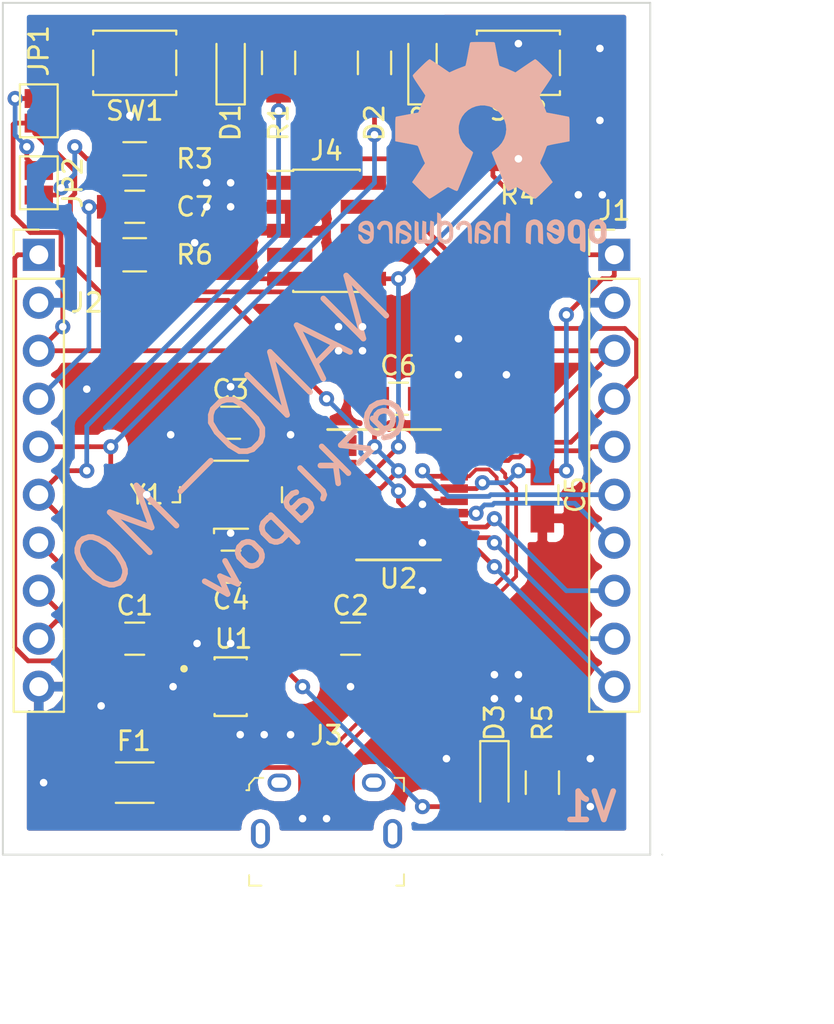
<source format=kicad_pcb>
(kicad_pcb (version 20171130) (host pcbnew "(5.0.0-rc3-dev-2-g101b68b)")

  (general
    (thickness 1.6)
    (drawings 10)
    (tracks 411)
    (zones 0)
    (modules 29)
    (nets 26)
  )

  (page A4)
  (layers
    (0 F.Cu signal hide)
    (31 B.Cu signal hide)
    (32 B.Adhes user)
    (33 F.Adhes user)
    (34 B.Paste user)
    (35 F.Paste user)
    (36 B.SilkS user hide)
    (37 F.SilkS user)
    (38 B.Mask user)
    (39 F.Mask user)
    (40 Dwgs.User user)
    (41 Cmts.User user)
    (42 Eco1.User user)
    (43 Eco2.User user)
    (44 Edge.Cuts user)
    (45 Margin user)
    (46 B.CrtYd user)
    (47 F.CrtYd user)
    (48 B.Fab user)
    (49 F.Fab user)
  )

  (setup
    (last_trace_width 0.25)
    (trace_clearance 0.2)
    (zone_clearance 0.508)
    (zone_45_only no)
    (trace_min 0.2)
    (segment_width 0.2)
    (edge_width 0.1)
    (via_size 0.8)
    (via_drill 0.4)
    (via_min_size 0.4)
    (via_min_drill 0.3)
    (uvia_size 0.3)
    (uvia_drill 0.1)
    (uvias_allowed no)
    (uvia_min_size 0.2)
    (uvia_min_drill 0.1)
    (pcb_text_width 0.3)
    (pcb_text_size 1.5 1.5)
    (mod_edge_width 0.15)
    (mod_text_size 1 1)
    (mod_text_width 0.15)
    (pad_size 1.5 1.5)
    (pad_drill 0.6)
    (pad_to_mask_clearance 0)
    (aux_axis_origin 0 0)
    (visible_elements FFFFFF7F)
    (pcbplotparams
      (layerselection 0x010fc_ffffffff)
      (usegerberextensions false)
      (usegerberattributes false)
      (usegerberadvancedattributes false)
      (creategerberjobfile false)
      (excludeedgelayer true)
      (linewidth 0.100000)
      (plotframeref false)
      (viasonmask false)
      (mode 1)
      (useauxorigin false)
      (hpglpennumber 1)
      (hpglpenspeed 20)
      (hpglpendiameter 15.000000)
      (psnegative false)
      (psa4output false)
      (plotreference true)
      (plotvalue true)
      (plotinvisibletext false)
      (padsonsilk false)
      (subtractmaskfromsilk false)
      (outputformat 1)
      (mirror false)
      (drillshape 0)
      (scaleselection 1)
      (outputdirectory "out/"))
  )

  (net 0 "")
  (net 1 GND)
  (net 2 +5V)
  (net 3 +3V3)
  (net 4 /OSC_IN)
  (net 5 /OSC_OUT)
  (net 6 /NRST)
  (net 7 "Net-(D1-Pad1)")
  (net 8 "Net-(D2-Pad1)")
  (net 9 VBUS)
  (net 10 /PA14)
  (net 11 /PA13)
  (net 12 /USB_P)
  (net 13 /USB_N)
  (net 14 /PB1)
  (net 15 /PA7)
  (net 16 /PA6)
  (net 17 /PA5)
  (net 18 /PA4)
  (net 19 /PA3)
  (net 20 /PA2)
  (net 21 /PA1)
  (net 22 /PA0)
  (net 23 /BOOT)
  (net 24 "Net-(JP1-Pad1)")
  (net 25 "Net-(D3-Pad1)")

  (net_class Default "This is the default net class."
    (clearance 0.2)
    (trace_width 0.25)
    (via_dia 0.8)
    (via_drill 0.4)
    (uvia_dia 0.3)
    (uvia_drill 0.1)
    (add_net +3V3)
    (add_net +5V)
    (add_net /BOOT)
    (add_net /NRST)
    (add_net /OSC_IN)
    (add_net /OSC_OUT)
    (add_net /PA0)
    (add_net /PA1)
    (add_net /PA13)
    (add_net /PA14)
    (add_net /PA2)
    (add_net /PA3)
    (add_net /PA4)
    (add_net /PA5)
    (add_net /PA6)
    (add_net /PA7)
    (add_net /PB1)
    (add_net /USB_N)
    (add_net /USB_P)
    (add_net GND)
    (add_net "Net-(D1-Pad1)")
    (add_net "Net-(D2-Pad1)")
    (add_net "Net-(D3-Pad1)")
    (add_net "Net-(JP1-Pad1)")
    (add_net VBUS)
  )

  (module Capacitors_SMD:C_0805_HandSoldering (layer F.Cu) (tedit 58AA84A8) (tstamp 5C0C96A9)
    (at 101.6 134.62)
    (descr "Capacitor SMD 0805, hand soldering")
    (tags "capacitor 0805")
    (path /5C0FA4CC)
    (attr smd)
    (fp_text reference C1 (at 0 -1.75) (layer F.SilkS)
      (effects (font (size 1 1) (thickness 0.15)))
    )
    (fp_text value 1uF (at 0 1.75) (layer F.Fab)
      (effects (font (size 1 1) (thickness 0.15)))
    )
    (fp_line (start 2.25 0.87) (end -2.25 0.87) (layer F.CrtYd) (width 0.05))
    (fp_line (start 2.25 0.87) (end 2.25 -0.88) (layer F.CrtYd) (width 0.05))
    (fp_line (start -2.25 -0.88) (end -2.25 0.87) (layer F.CrtYd) (width 0.05))
    (fp_line (start -2.25 -0.88) (end 2.25 -0.88) (layer F.CrtYd) (width 0.05))
    (fp_line (start -0.5 0.85) (end 0.5 0.85) (layer F.SilkS) (width 0.12))
    (fp_line (start 0.5 -0.85) (end -0.5 -0.85) (layer F.SilkS) (width 0.12))
    (fp_line (start -1 -0.62) (end 1 -0.62) (layer F.Fab) (width 0.1))
    (fp_line (start 1 -0.62) (end 1 0.62) (layer F.Fab) (width 0.1))
    (fp_line (start 1 0.62) (end -1 0.62) (layer F.Fab) (width 0.1))
    (fp_line (start -1 0.62) (end -1 -0.62) (layer F.Fab) (width 0.1))
    (fp_text user %R (at 0 -1.75) (layer F.Fab)
      (effects (font (size 1 1) (thickness 0.15)))
    )
    (pad 2 smd rect (at 1.25 0) (size 1.5 1.25) (layers F.Cu F.Paste F.Mask)
      (net 1 GND))
    (pad 1 smd rect (at -1.25 0) (size 1.5 1.25) (layers F.Cu F.Paste F.Mask)
      (net 2 +5V))
    (model Capacitors_SMD.3dshapes/C_0805.wrl
      (at (xyz 0 0 0))
      (scale (xyz 1 1 1))
      (rotate (xyz 0 0 0))
    )
  )

  (module Capacitors_SMD:C_0805_HandSoldering (layer F.Cu) (tedit 58AA84A8) (tstamp 5C0C9679)
    (at 113.03 134.62)
    (descr "Capacitor SMD 0805, hand soldering")
    (tags "capacitor 0805")
    (path /5C0EEF05)
    (attr smd)
    (fp_text reference C2 (at 0 -1.75) (layer F.SilkS)
      (effects (font (size 1 1) (thickness 0.15)))
    )
    (fp_text value 2.2uF (at 0 1.75) (layer F.Fab)
      (effects (font (size 1 1) (thickness 0.15)))
    )
    (fp_text user %R (at 0 -1.75) (layer F.Fab)
      (effects (font (size 1 1) (thickness 0.15)))
    )
    (fp_line (start -1 0.62) (end -1 -0.62) (layer F.Fab) (width 0.1))
    (fp_line (start 1 0.62) (end -1 0.62) (layer F.Fab) (width 0.1))
    (fp_line (start 1 -0.62) (end 1 0.62) (layer F.Fab) (width 0.1))
    (fp_line (start -1 -0.62) (end 1 -0.62) (layer F.Fab) (width 0.1))
    (fp_line (start 0.5 -0.85) (end -0.5 -0.85) (layer F.SilkS) (width 0.12))
    (fp_line (start -0.5 0.85) (end 0.5 0.85) (layer F.SilkS) (width 0.12))
    (fp_line (start -2.25 -0.88) (end 2.25 -0.88) (layer F.CrtYd) (width 0.05))
    (fp_line (start -2.25 -0.88) (end -2.25 0.87) (layer F.CrtYd) (width 0.05))
    (fp_line (start 2.25 0.87) (end 2.25 -0.88) (layer F.CrtYd) (width 0.05))
    (fp_line (start 2.25 0.87) (end -2.25 0.87) (layer F.CrtYd) (width 0.05))
    (pad 1 smd rect (at -1.25 0) (size 1.5 1.25) (layers F.Cu F.Paste F.Mask)
      (net 3 +3V3))
    (pad 2 smd rect (at 1.25 0) (size 1.5 1.25) (layers F.Cu F.Paste F.Mask)
      (net 1 GND))
    (model Capacitors_SMD.3dshapes/C_0805.wrl
      (at (xyz 0 0 0))
      (scale (xyz 1 1 1))
      (rotate (xyz 0 0 0))
    )
  )

  (module Capacitors_SMD:C_0805_HandSoldering (layer F.Cu) (tedit 58AA84A8) (tstamp 5C0C9649)
    (at 106.68 123.19)
    (descr "Capacitor SMD 0805, hand soldering")
    (tags "capacitor 0805")
    (path /5C0B9AAF)
    (attr smd)
    (fp_text reference C3 (at 0 -1.75) (layer F.SilkS)
      (effects (font (size 1 1) (thickness 0.15)))
    )
    (fp_text value 15pF (at 0 1.75) (layer F.Fab)
      (effects (font (size 1 1) (thickness 0.15)))
    )
    (fp_text user %R (at 0 -1.75) (layer F.Fab)
      (effects (font (size 1 1) (thickness 0.15)))
    )
    (fp_line (start -1 0.62) (end -1 -0.62) (layer F.Fab) (width 0.1))
    (fp_line (start 1 0.62) (end -1 0.62) (layer F.Fab) (width 0.1))
    (fp_line (start 1 -0.62) (end 1 0.62) (layer F.Fab) (width 0.1))
    (fp_line (start -1 -0.62) (end 1 -0.62) (layer F.Fab) (width 0.1))
    (fp_line (start 0.5 -0.85) (end -0.5 -0.85) (layer F.SilkS) (width 0.12))
    (fp_line (start -0.5 0.85) (end 0.5 0.85) (layer F.SilkS) (width 0.12))
    (fp_line (start -2.25 -0.88) (end 2.25 -0.88) (layer F.CrtYd) (width 0.05))
    (fp_line (start -2.25 -0.88) (end -2.25 0.87) (layer F.CrtYd) (width 0.05))
    (fp_line (start 2.25 0.87) (end 2.25 -0.88) (layer F.CrtYd) (width 0.05))
    (fp_line (start 2.25 0.87) (end -2.25 0.87) (layer F.CrtYd) (width 0.05))
    (pad 1 smd rect (at -1.25 0) (size 1.5 1.25) (layers F.Cu F.Paste F.Mask)
      (net 4 /OSC_IN))
    (pad 2 smd rect (at 1.25 0) (size 1.5 1.25) (layers F.Cu F.Paste F.Mask)
      (net 1 GND))
    (model Capacitors_SMD.3dshapes/C_0805.wrl
      (at (xyz 0 0 0))
      (scale (xyz 1 1 1))
      (rotate (xyz 0 0 0))
    )
  )

  (module Capacitors_SMD:C_0805_HandSoldering (layer F.Cu) (tedit 58AA84A8) (tstamp 5C0C9619)
    (at 106.7 130.81 180)
    (descr "Capacitor SMD 0805, hand soldering")
    (tags "capacitor 0805")
    (path /5C0B9AFF)
    (attr smd)
    (fp_text reference C4 (at 0 -1.75 180) (layer F.SilkS)
      (effects (font (size 1 1) (thickness 0.15)))
    )
    (fp_text value 15pF (at 0 1.75 180) (layer F.Fab)
      (effects (font (size 1 1) (thickness 0.15)))
    )
    (fp_line (start 2.25 0.87) (end -2.25 0.87) (layer F.CrtYd) (width 0.05))
    (fp_line (start 2.25 0.87) (end 2.25 -0.88) (layer F.CrtYd) (width 0.05))
    (fp_line (start -2.25 -0.88) (end -2.25 0.87) (layer F.CrtYd) (width 0.05))
    (fp_line (start -2.25 -0.88) (end 2.25 -0.88) (layer F.CrtYd) (width 0.05))
    (fp_line (start -0.5 0.85) (end 0.5 0.85) (layer F.SilkS) (width 0.12))
    (fp_line (start 0.5 -0.85) (end -0.5 -0.85) (layer F.SilkS) (width 0.12))
    (fp_line (start -1 -0.62) (end 1 -0.62) (layer F.Fab) (width 0.1))
    (fp_line (start 1 -0.62) (end 1 0.62) (layer F.Fab) (width 0.1))
    (fp_line (start 1 0.62) (end -1 0.62) (layer F.Fab) (width 0.1))
    (fp_line (start -1 0.62) (end -1 -0.62) (layer F.Fab) (width 0.1))
    (fp_text user %R (at 0 -1.75 180) (layer F.Fab)
      (effects (font (size 1 1) (thickness 0.15)))
    )
    (pad 2 smd rect (at 1.25 0 180) (size 1.5 1.25) (layers F.Cu F.Paste F.Mask)
      (net 1 GND))
    (pad 1 smd rect (at -1.25 0 180) (size 1.5 1.25) (layers F.Cu F.Paste F.Mask)
      (net 5 /OSC_OUT))
    (model Capacitors_SMD.3dshapes/C_0805.wrl
      (at (xyz 0 0 0))
      (scale (xyz 1 1 1))
      (rotate (xyz 0 0 0))
    )
  )

  (module Capacitors_SMD:C_0805_HandSoldering (layer F.Cu) (tedit 58AA84A8) (tstamp 5C0C95E9)
    (at 123.19 127 270)
    (descr "Capacitor SMD 0805, hand soldering")
    (tags "capacitor 0805")
    (path /5C0B7397)
    (attr smd)
    (fp_text reference C5 (at 0 -1.75 270) (layer F.SilkS)
      (effects (font (size 1 1) (thickness 0.15)))
    )
    (fp_text value 1uF (at 0 1.75 270) (layer F.Fab)
      (effects (font (size 1 1) (thickness 0.15)))
    )
    (fp_line (start 2.25 0.87) (end -2.25 0.87) (layer F.CrtYd) (width 0.05))
    (fp_line (start 2.25 0.87) (end 2.25 -0.88) (layer F.CrtYd) (width 0.05))
    (fp_line (start -2.25 -0.88) (end -2.25 0.87) (layer F.CrtYd) (width 0.05))
    (fp_line (start -2.25 -0.88) (end 2.25 -0.88) (layer F.CrtYd) (width 0.05))
    (fp_line (start -0.5 0.85) (end 0.5 0.85) (layer F.SilkS) (width 0.12))
    (fp_line (start 0.5 -0.85) (end -0.5 -0.85) (layer F.SilkS) (width 0.12))
    (fp_line (start -1 -0.62) (end 1 -0.62) (layer F.Fab) (width 0.1))
    (fp_line (start 1 -0.62) (end 1 0.62) (layer F.Fab) (width 0.1))
    (fp_line (start 1 0.62) (end -1 0.62) (layer F.Fab) (width 0.1))
    (fp_line (start -1 0.62) (end -1 -0.62) (layer F.Fab) (width 0.1))
    (fp_text user %R (at 0 -1.75 270) (layer F.Fab)
      (effects (font (size 1 1) (thickness 0.15)))
    )
    (pad 2 smd rect (at 1.25 0 270) (size 1.5 1.25) (layers F.Cu F.Paste F.Mask)
      (net 1 GND))
    (pad 1 smd rect (at -1.25 0 270) (size 1.5 1.25) (layers F.Cu F.Paste F.Mask)
      (net 3 +3V3))
    (model Capacitors_SMD.3dshapes/C_0805.wrl
      (at (xyz 0 0 0))
      (scale (xyz 1 1 1))
      (rotate (xyz 0 0 0))
    )
  )

  (module Capacitors_SMD:C_0805_HandSoldering (layer F.Cu) (tedit 58AA84A8) (tstamp 5C0C95B9)
    (at 115.57 121.92)
    (descr "Capacitor SMD 0805, hand soldering")
    (tags "capacitor 0805")
    (path /5C0B7322)
    (attr smd)
    (fp_text reference C6 (at 0 -1.75) (layer F.SilkS)
      (effects (font (size 1 1) (thickness 0.15)))
    )
    (fp_text value 1uF (at 0 1.75) (layer F.Fab)
      (effects (font (size 1 1) (thickness 0.15)))
    )
    (fp_text user %R (at 0 -1.75) (layer F.Fab)
      (effects (font (size 1 1) (thickness 0.15)))
    )
    (fp_line (start -1 0.62) (end -1 -0.62) (layer F.Fab) (width 0.1))
    (fp_line (start 1 0.62) (end -1 0.62) (layer F.Fab) (width 0.1))
    (fp_line (start 1 -0.62) (end 1 0.62) (layer F.Fab) (width 0.1))
    (fp_line (start -1 -0.62) (end 1 -0.62) (layer F.Fab) (width 0.1))
    (fp_line (start 0.5 -0.85) (end -0.5 -0.85) (layer F.SilkS) (width 0.12))
    (fp_line (start -0.5 0.85) (end 0.5 0.85) (layer F.SilkS) (width 0.12))
    (fp_line (start -2.25 -0.88) (end 2.25 -0.88) (layer F.CrtYd) (width 0.05))
    (fp_line (start -2.25 -0.88) (end -2.25 0.87) (layer F.CrtYd) (width 0.05))
    (fp_line (start 2.25 0.87) (end 2.25 -0.88) (layer F.CrtYd) (width 0.05))
    (fp_line (start 2.25 0.87) (end -2.25 0.87) (layer F.CrtYd) (width 0.05))
    (pad 1 smd rect (at -1.25 0) (size 1.5 1.25) (layers F.Cu F.Paste F.Mask)
      (net 3 +3V3))
    (pad 2 smd rect (at 1.25 0) (size 1.5 1.25) (layers F.Cu F.Paste F.Mask)
      (net 1 GND))
    (model Capacitors_SMD.3dshapes/C_0805.wrl
      (at (xyz 0 0 0))
      (scale (xyz 1 1 1))
      (rotate (xyz 0 0 0))
    )
  )

  (module Capacitors_SMD:C_0805_HandSoldering (layer F.Cu) (tedit 58AA84A8) (tstamp 5C0C9589)
    (at 101.6 111.76)
    (descr "Capacitor SMD 0805, hand soldering")
    (tags "capacitor 0805")
    (path /5C0B5846)
    (attr smd)
    (fp_text reference C7 (at 3.175 0) (layer F.SilkS)
      (effects (font (size 1 1) (thickness 0.15)))
    )
    (fp_text value 0.1uF (at 0 1.75) (layer F.Fab)
      (effects (font (size 1 1) (thickness 0.15)))
    )
    (fp_line (start 2.25 0.87) (end -2.25 0.87) (layer F.CrtYd) (width 0.05))
    (fp_line (start 2.25 0.87) (end 2.25 -0.88) (layer F.CrtYd) (width 0.05))
    (fp_line (start -2.25 -0.88) (end -2.25 0.87) (layer F.CrtYd) (width 0.05))
    (fp_line (start -2.25 -0.88) (end 2.25 -0.88) (layer F.CrtYd) (width 0.05))
    (fp_line (start -0.5 0.85) (end 0.5 0.85) (layer F.SilkS) (width 0.12))
    (fp_line (start 0.5 -0.85) (end -0.5 -0.85) (layer F.SilkS) (width 0.12))
    (fp_line (start -1 -0.62) (end 1 -0.62) (layer F.Fab) (width 0.1))
    (fp_line (start 1 -0.62) (end 1 0.62) (layer F.Fab) (width 0.1))
    (fp_line (start 1 0.62) (end -1 0.62) (layer F.Fab) (width 0.1))
    (fp_line (start -1 0.62) (end -1 -0.62) (layer F.Fab) (width 0.1))
    (fp_text user %R (at 0 -1.75) (layer F.Fab)
      (effects (font (size 1 1) (thickness 0.15)))
    )
    (pad 2 smd rect (at 1.25 0) (size 1.5 1.25) (layers F.Cu F.Paste F.Mask)
      (net 1 GND))
    (pad 1 smd rect (at -1.25 0) (size 1.5 1.25) (layers F.Cu F.Paste F.Mask)
      (net 6 /NRST))
    (model Capacitors_SMD.3dshapes/C_0805.wrl
      (at (xyz 0 0 0))
      (scale (xyz 1 1 1))
      (rotate (xyz 0 0 0))
    )
  )

  (module LEDs:LED_0805_HandSoldering (layer F.Cu) (tedit 595FCA25) (tstamp 5C0C9551)
    (at 106.68 104.14 90)
    (descr "Resistor SMD 0805, hand soldering")
    (tags "resistor 0805")
    (path /5C0C1A5D)
    (attr smd)
    (fp_text reference D1 (at -3.175 0 90) (layer F.SilkS)
      (effects (font (size 1 1) (thickness 0.15)))
    )
    (fp_text value LED (at 0 1.75 90) (layer F.Fab)
      (effects (font (size 1 1) (thickness 0.15)))
    )
    (fp_line (start -2.2 -0.75) (end -2.2 0.75) (layer F.SilkS) (width 0.12))
    (fp_line (start 2.35 0.9) (end -2.35 0.9) (layer F.CrtYd) (width 0.05))
    (fp_line (start 2.35 0.9) (end 2.35 -0.9) (layer F.CrtYd) (width 0.05))
    (fp_line (start -2.35 -0.9) (end -2.35 0.9) (layer F.CrtYd) (width 0.05))
    (fp_line (start -2.35 -0.9) (end 2.35 -0.9) (layer F.CrtYd) (width 0.05))
    (fp_line (start -2.2 -0.75) (end 1 -0.75) (layer F.SilkS) (width 0.12))
    (fp_line (start 1 0.75) (end -2.2 0.75) (layer F.SilkS) (width 0.12))
    (fp_line (start -1 -0.62) (end 1 -0.62) (layer F.Fab) (width 0.1))
    (fp_line (start 1 -0.62) (end 1 0.62) (layer F.Fab) (width 0.1))
    (fp_line (start 1 0.62) (end -1 0.62) (layer F.Fab) (width 0.1))
    (fp_line (start -1 0.62) (end -1 -0.62) (layer F.Fab) (width 0.1))
    (fp_line (start 0.2 -0.4) (end 0.2 0.4) (layer F.Fab) (width 0.1))
    (fp_line (start 0.2 0.4) (end -0.4 0) (layer F.Fab) (width 0.1))
    (fp_line (start -0.4 0) (end 0.2 -0.4) (layer F.Fab) (width 0.1))
    (fp_line (start -0.4 -0.4) (end -0.4 0.4) (layer F.Fab) (width 0.1))
    (pad 2 smd rect (at 1.35 0 90) (size 1.5 1.3) (layers F.Cu F.Paste F.Mask)
      (net 3 +3V3))
    (pad 1 smd rect (at -1.35 0 90) (size 1.5 1.3) (layers F.Cu F.Paste F.Mask)
      (net 7 "Net-(D1-Pad1)"))
    (model ${KISYS3DMOD}/LEDs.3dshapes/LED_0805.wrl
      (at (xyz 0 0 0))
      (scale (xyz 1 1 1))
      (rotate (xyz 0 0 0))
    )
  )

  (module LEDs:LED_0805_HandSoldering (layer F.Cu) (tedit 595FCA25) (tstamp 5C0C9515)
    (at 116.84 104.14 90)
    (descr "Resistor SMD 0805, hand soldering")
    (tags "resistor 0805")
    (path /5C0C7FC2)
    (attr smd)
    (fp_text reference D2 (at -3.175 -2.54 90) (layer F.SilkS)
      (effects (font (size 1 1) (thickness 0.15)))
    )
    (fp_text value LED (at 0 1.75 90) (layer F.Fab)
      (effects (font (size 1 1) (thickness 0.15)))
    )
    (fp_line (start -0.4 -0.4) (end -0.4 0.4) (layer F.Fab) (width 0.1))
    (fp_line (start -0.4 0) (end 0.2 -0.4) (layer F.Fab) (width 0.1))
    (fp_line (start 0.2 0.4) (end -0.4 0) (layer F.Fab) (width 0.1))
    (fp_line (start 0.2 -0.4) (end 0.2 0.4) (layer F.Fab) (width 0.1))
    (fp_line (start -1 0.62) (end -1 -0.62) (layer F.Fab) (width 0.1))
    (fp_line (start 1 0.62) (end -1 0.62) (layer F.Fab) (width 0.1))
    (fp_line (start 1 -0.62) (end 1 0.62) (layer F.Fab) (width 0.1))
    (fp_line (start -1 -0.62) (end 1 -0.62) (layer F.Fab) (width 0.1))
    (fp_line (start 1 0.75) (end -2.2 0.75) (layer F.SilkS) (width 0.12))
    (fp_line (start -2.2 -0.75) (end 1 -0.75) (layer F.SilkS) (width 0.12))
    (fp_line (start -2.35 -0.9) (end 2.35 -0.9) (layer F.CrtYd) (width 0.05))
    (fp_line (start -2.35 -0.9) (end -2.35 0.9) (layer F.CrtYd) (width 0.05))
    (fp_line (start 2.35 0.9) (end 2.35 -0.9) (layer F.CrtYd) (width 0.05))
    (fp_line (start 2.35 0.9) (end -2.35 0.9) (layer F.CrtYd) (width 0.05))
    (fp_line (start -2.2 -0.75) (end -2.2 0.75) (layer F.SilkS) (width 0.12))
    (pad 1 smd rect (at -1.35 0 90) (size 1.5 1.3) (layers F.Cu F.Paste F.Mask)
      (net 8 "Net-(D2-Pad1)"))
    (pad 2 smd rect (at 1.35 0 90) (size 1.5 1.3) (layers F.Cu F.Paste F.Mask)
      (net 3 +3V3))
    (model ${KISYS3DMOD}/LEDs.3dshapes/LED_0805.wrl
      (at (xyz 0 0 0))
      (scale (xyz 1 1 1))
      (rotate (xyz 0 0 0))
    )
  )

  (module Fuse_Holders_and_Fuses:Fuse_SMD1206_HandSoldering (layer F.Cu) (tedit 0) (tstamp 5C0C94E3)
    (at 101.6 142.24)
    (descr "Fuse, Sicherung, SMD1206, Littlefuse-Wickmann 433 Series, Hand Soldering,")
    (tags "Fuse Sicherung SMD1206 Littlefuse-Wickmann 433 Series Hand Soldering ")
    (path /5C102DC5)
    (attr smd)
    (fp_text reference F1 (at -0.05 -2.2) (layer F.SilkS)
      (effects (font (size 1 1) (thickness 0.15)))
    )
    (fp_text value 500mA (at -0.15 2.5) (layer F.Fab)
      (effects (font (size 1 1) (thickness 0.15)))
    )
    (fp_line (start 3.35 1.58) (end -3.35 1.58) (layer F.CrtYd) (width 0.05))
    (fp_line (start 3.35 1.58) (end 3.35 -1.58) (layer F.CrtYd) (width 0.05))
    (fp_line (start -3.35 -1.58) (end -3.35 1.58) (layer F.CrtYd) (width 0.05))
    (fp_line (start -3.35 -1.58) (end 3.35 -1.58) (layer F.CrtYd) (width 0.05))
    (fp_line (start -1 -1.07) (end 1 -1.07) (layer F.SilkS) (width 0.12))
    (fp_line (start 1 1.07) (end -1 1.07) (layer F.SilkS) (width 0.12))
    (fp_line (start -1.6 -0.8) (end 1.6 -0.8) (layer F.Fab) (width 0.1))
    (fp_line (start 1.6 -0.8) (end 1.6 0.8) (layer F.Fab) (width 0.1))
    (fp_line (start 1.6 0.8) (end -1.6 0.8) (layer F.Fab) (width 0.1))
    (fp_line (start -1.6 0.8) (end -1.6 -0.8) (layer F.Fab) (width 0.1))
    (pad 2 smd rect (at 2.09 0 90) (size 2.03 2.65) (layers F.Cu F.Paste F.Mask)
      (net 9 VBUS))
    (pad 1 smd rect (at -2.09 0 90) (size 2.03 2.65) (layers F.Cu F.Paste F.Mask)
      (net 2 +5V))
  )

  (module Pin_Headers:Pin_Header_Straight_1x10_Pitch2.54mm (layer F.Cu) (tedit 59650532) (tstamp 5C0C949A)
    (at 127 114.3)
    (descr "Through hole straight pin header, 1x10, 2.54mm pitch, single row")
    (tags "Through hole pin header THT 1x10 2.54mm single row")
    (path /5C16AD71)
    (fp_text reference J1 (at 0 -2.33) (layer F.SilkS)
      (effects (font (size 1 1) (thickness 0.15)))
    )
    (fp_text value Conn_01x10 (at 0 25.19) (layer F.Fab)
      (effects (font (size 1 1) (thickness 0.15)))
    )
    (fp_line (start -0.635 -1.27) (end 1.27 -1.27) (layer F.Fab) (width 0.1))
    (fp_line (start 1.27 -1.27) (end 1.27 24.13) (layer F.Fab) (width 0.1))
    (fp_line (start 1.27 24.13) (end -1.27 24.13) (layer F.Fab) (width 0.1))
    (fp_line (start -1.27 24.13) (end -1.27 -0.635) (layer F.Fab) (width 0.1))
    (fp_line (start -1.27 -0.635) (end -0.635 -1.27) (layer F.Fab) (width 0.1))
    (fp_line (start -1.33 24.19) (end 1.33 24.19) (layer F.SilkS) (width 0.12))
    (fp_line (start -1.33 1.27) (end -1.33 24.19) (layer F.SilkS) (width 0.12))
    (fp_line (start 1.33 1.27) (end 1.33 24.19) (layer F.SilkS) (width 0.12))
    (fp_line (start -1.33 1.27) (end 1.33 1.27) (layer F.SilkS) (width 0.12))
    (fp_line (start -1.33 0) (end -1.33 -1.33) (layer F.SilkS) (width 0.12))
    (fp_line (start -1.33 -1.33) (end 0 -1.33) (layer F.SilkS) (width 0.12))
    (fp_line (start -1.8 -1.8) (end -1.8 24.65) (layer F.CrtYd) (width 0.05))
    (fp_line (start -1.8 24.65) (end 1.8 24.65) (layer F.CrtYd) (width 0.05))
    (fp_line (start 1.8 24.65) (end 1.8 -1.8) (layer F.CrtYd) (width 0.05))
    (fp_line (start 1.8 -1.8) (end -1.8 -1.8) (layer F.CrtYd) (width 0.05))
    (fp_text user %R (at 0 11.43 90) (layer F.Fab)
      (effects (font (size 1 1) (thickness 0.15)))
    )
    (pad 1 thru_hole rect (at 0 0) (size 1.7 1.7) (drill 1) (layers *.Cu *.Mask)
      (net 3 +3V3))
    (pad 2 thru_hole oval (at 0 2.54) (size 1.7 1.7) (drill 1) (layers *.Cu *.Mask)
      (net 1 GND))
    (pad 3 thru_hole oval (at 0 5.08) (size 1.7 1.7) (drill 1) (layers *.Cu *.Mask)
      (net 10 /PA14))
    (pad 4 thru_hole oval (at 0 7.62) (size 1.7 1.7) (drill 1) (layers *.Cu *.Mask)
      (net 11 /PA13))
    (pad 5 thru_hole oval (at 0 10.16) (size 1.7 1.7) (drill 1) (layers *.Cu *.Mask)
      (net 12 /USB_P))
    (pad 6 thru_hole oval (at 0 12.7) (size 1.7 1.7) (drill 1) (layers *.Cu *.Mask)
      (net 13 /USB_N))
    (pad 7 thru_hole oval (at 0 15.24) (size 1.7 1.7) (drill 1) (layers *.Cu *.Mask)
      (net 14 /PB1))
    (pad 8 thru_hole oval (at 0 17.78) (size 1.7 1.7) (drill 1) (layers *.Cu *.Mask)
      (net 15 /PA7))
    (pad 9 thru_hole oval (at 0 20.32) (size 1.7 1.7) (drill 1) (layers *.Cu *.Mask)
      (net 16 /PA6))
    (pad 10 thru_hole oval (at 0 22.86) (size 1.7 1.7) (drill 1) (layers *.Cu *.Mask)
      (net 17 /PA5))
    (model ${KISYS3DMOD}/Pin_Headers.3dshapes/Pin_Header_Straight_1x10_Pitch2.54mm.wrl
      (at (xyz 0 0 0))
      (scale (xyz 1 1 1))
      (rotate (xyz 0 0 0))
    )
  )

  (module Pin_Headers:Pin_Header_Straight_1x10_Pitch2.54mm (layer F.Cu) (tedit 59650532) (tstamp 5C0C9443)
    (at 96.52 114.3)
    (descr "Through hole straight pin header, 1x10, 2.54mm pitch, single row")
    (tags "Through hole pin header THT 1x10 2.54mm single row")
    (path /5C16ACC6)
    (fp_text reference J2 (at 2.54 2.54) (layer F.SilkS)
      (effects (font (size 1 1) (thickness 0.15)))
    )
    (fp_text value Conn_01x10 (at 0 25.19) (layer F.Fab)
      (effects (font (size 1 1) (thickness 0.15)))
    )
    (fp_text user %R (at 0 11.43 90) (layer F.Fab)
      (effects (font (size 1 1) (thickness 0.15)))
    )
    (fp_line (start 1.8 -1.8) (end -1.8 -1.8) (layer F.CrtYd) (width 0.05))
    (fp_line (start 1.8 24.65) (end 1.8 -1.8) (layer F.CrtYd) (width 0.05))
    (fp_line (start -1.8 24.65) (end 1.8 24.65) (layer F.CrtYd) (width 0.05))
    (fp_line (start -1.8 -1.8) (end -1.8 24.65) (layer F.CrtYd) (width 0.05))
    (fp_line (start -1.33 -1.33) (end 0 -1.33) (layer F.SilkS) (width 0.12))
    (fp_line (start -1.33 0) (end -1.33 -1.33) (layer F.SilkS) (width 0.12))
    (fp_line (start -1.33 1.27) (end 1.33 1.27) (layer F.SilkS) (width 0.12))
    (fp_line (start 1.33 1.27) (end 1.33 24.19) (layer F.SilkS) (width 0.12))
    (fp_line (start -1.33 1.27) (end -1.33 24.19) (layer F.SilkS) (width 0.12))
    (fp_line (start -1.33 24.19) (end 1.33 24.19) (layer F.SilkS) (width 0.12))
    (fp_line (start -1.27 -0.635) (end -0.635 -1.27) (layer F.Fab) (width 0.1))
    (fp_line (start -1.27 24.13) (end -1.27 -0.635) (layer F.Fab) (width 0.1))
    (fp_line (start 1.27 24.13) (end -1.27 24.13) (layer F.Fab) (width 0.1))
    (fp_line (start 1.27 -1.27) (end 1.27 24.13) (layer F.Fab) (width 0.1))
    (fp_line (start -0.635 -1.27) (end 1.27 -1.27) (layer F.Fab) (width 0.1))
    (pad 10 thru_hole oval (at 0 22.86) (size 1.7 1.7) (drill 1) (layers *.Cu *.Mask)
      (net 1 GND))
    (pad 9 thru_hole oval (at 0 20.32) (size 1.7 1.7) (drill 1) (layers *.Cu *.Mask)
      (net 18 /PA4))
    (pad 8 thru_hole oval (at 0 17.78) (size 1.7 1.7) (drill 1) (layers *.Cu *.Mask)
      (net 19 /PA3))
    (pad 7 thru_hole oval (at 0 15.24) (size 1.7 1.7) (drill 1) (layers *.Cu *.Mask)
      (net 20 /PA2))
    (pad 6 thru_hole oval (at 0 12.7) (size 1.7 1.7) (drill 1) (layers *.Cu *.Mask)
      (net 21 /PA1))
    (pad 5 thru_hole oval (at 0 10.16) (size 1.7 1.7) (drill 1) (layers *.Cu *.Mask)
      (net 22 /PA0))
    (pad 4 thru_hole oval (at 0 7.62) (size 1.7 1.7) (drill 1) (layers *.Cu *.Mask)
      (net 6 /NRST))
    (pad 3 thru_hole oval (at 0 5.08) (size 1.7 1.7) (drill 1) (layers *.Cu *.Mask)
      (net 23 /BOOT))
    (pad 2 thru_hole oval (at 0 2.54) (size 1.7 1.7) (drill 1) (layers *.Cu *.Mask)
      (net 1 GND))
    (pad 1 thru_hole rect (at 0 0) (size 1.7 1.7) (drill 1) (layers *.Cu *.Mask)
      (net 2 +5V))
    (model ${KISYS3DMOD}/Pin_Headers.3dshapes/Pin_Header_Straight_1x10_Pitch2.54mm.wrl
      (at (xyz 0 0 0))
      (scale (xyz 1 1 1))
      (rotate (xyz 0 0 0))
    )
  )

  (module digikey-footprints:USB_Micro_B_Female_10118194-0001LF (layer F.Cu) (tedit 5B07215D) (tstamp 5C0C93E6)
    (at 111.76 142.24)
    (descr http://portal.fciconnect.com/Comergent//fci/drawing/10118194.pdf)
    (path /5C0D06C0)
    (fp_text reference J3 (at 0 -2.5) (layer F.SilkS)
      (effects (font (size 1 1) (thickness 0.15)))
    )
    (fp_text value USB_B_Micro (at 0 7) (layer F.Fab)
      (effects (font (size 1 1) (thickness 0.15)))
    )
    (fp_line (start 4.5 5.75) (end 4.5 -1) (layer F.CrtYd) (width 0.05))
    (fp_line (start -4.5 5.75) (end 4.5 5.75) (layer F.CrtYd) (width 0.05))
    (fp_line (start -4.5 5.75) (end -4.5 -1) (layer F.CrtYd) (width 0.05))
    (fp_line (start -4.5 -1) (end 4.5 -1) (layer F.CrtYd) (width 0.05))
    (fp_line (start -4.1 4.9) (end -4.1 5.45) (layer F.SilkS) (width 0.1))
    (fp_line (start -4.1 5.45) (end -3.45 5.45) (layer F.SilkS) (width 0.1))
    (fp_line (start 4.1 4.85) (end 4.1 5.45) (layer F.SilkS) (width 0.1))
    (fp_line (start 4.1 5.45) (end 3.7 5.45) (layer F.SilkS) (width 0.1))
    (fp_line (start 3.6 -0.25) (end 4.1 -0.25) (layer F.SilkS) (width 0.1))
    (fp_line (start 4.1 -0.25) (end 4.1 0.45) (layer F.SilkS) (width 0.1))
    (fp_line (start -3.35 -0.25) (end -3.8 -0.25) (layer F.SilkS) (width 0.1))
    (fp_line (start -3.8 -0.25) (end -4.1 0.1) (layer F.SilkS) (width 0.1))
    (fp_line (start -4.1 0.1) (end -4.1 0.4) (layer F.SilkS) (width 0.1))
    (fp_line (start -4.1 0.4) (end -4.25 0.4) (layer F.SilkS) (width 0.1))
    (fp_line (start -4.03 5.38) (end -4.02 0.23) (layer F.Fab) (width 0.1))
    (fp_line (start 4.02 -0.15) (end -3.71 -0.15) (layer F.Fab) (width 0.1))
    (fp_line (start -4.02 0.23) (end -3.71 -0.15) (layer F.Fab) (width 0.1))
    (fp_text user %R (at 0 2.84) (layer F.Fab)
      (effects (font (size 1 1) (thickness 0.15)))
    )
    (fp_line (start -4.025 5.38) (end 4.025 5.38) (layer F.Fab) (width 0.1))
    (fp_line (start 4.025 5.38) (end 4.025 -0.15) (layer F.Fab) (width 0.1))
    (pad 3 smd rect (at 0 0) (size 0.4 1.35) (layers F.Cu F.Paste F.Mask)
      (net 12 /USB_P))
    (pad 4 smd rect (at 0.65 0) (size 0.4 1.35) (layers F.Cu F.Paste F.Mask))
    (pad 5 smd rect (at 1.3 0) (size 0.4 1.35) (layers F.Cu F.Paste F.Mask)
      (net 1 GND))
    (pad 2 smd rect (at -0.65 0) (size 0.4 1.35) (layers F.Cu F.Paste F.Mask)
      (net 13 /USB_N))
    (pad 1 smd rect (at -1.3 0) (size 0.4 1.35) (layers F.Cu F.Paste F.Mask)
      (net 9 VBUS))
    (pad SH thru_hole oval (at 2.5 0) (size 1.25 0.95) (drill oval 0.85 0.55) (layers *.Cu *.Mask))
    (pad SH thru_hole oval (at -2.5 0) (size 1.25 0.95) (drill oval 0.85 0.55) (layers *.Cu *.Mask))
    (pad SH thru_hole oval (at -3.5 2.7) (size 1 1.55) (drill oval 0.5 1.15) (layers *.Cu *.Mask))
    (pad SH thru_hole oval (at 3.5 2.7) (size 1 1.55) (drill oval 0.5 1.15) (layers *.Cu *.Mask))
  )

  (module Pin_Headers:Pin_Header_Straight_2x05_Pitch1.27mm_SMD (layer F.Cu) (tedit 59650536) (tstamp 5C0C931E)
    (at 111.76 113.03)
    (descr "surface-mounted straight pin header, 2x05, 1.27mm pitch, double rows")
    (tags "Surface mounted pin header SMD 2x05 1.27mm double row")
    (path /5C0CD059)
    (attr smd)
    (fp_text reference J4 (at 0 -4.235) (layer F.SilkS)
      (effects (font (size 1 1) (thickness 0.15)))
    )
    (fp_text value SWD (at 0 4.235) (layer F.Fab)
      (effects (font (size 1 1) (thickness 0.15)))
    )
    (fp_text user %R (at 0 0 90) (layer F.Fab)
      (effects (font (size 1 1) (thickness 0.15)))
    )
    (fp_line (start 4.3 -3.7) (end -4.3 -3.7) (layer F.CrtYd) (width 0.05))
    (fp_line (start 4.3 3.7) (end 4.3 -3.7) (layer F.CrtYd) (width 0.05))
    (fp_line (start -4.3 3.7) (end 4.3 3.7) (layer F.CrtYd) (width 0.05))
    (fp_line (start -4.3 -3.7) (end -4.3 3.7) (layer F.CrtYd) (width 0.05))
    (fp_line (start 1.765 3.17) (end 1.765 3.235) (layer F.SilkS) (width 0.12))
    (fp_line (start -1.765 3.17) (end -1.765 3.235) (layer F.SilkS) (width 0.12))
    (fp_line (start 1.765 -3.235) (end 1.765 -3.17) (layer F.SilkS) (width 0.12))
    (fp_line (start -1.765 -3.235) (end -1.765 -3.17) (layer F.SilkS) (width 0.12))
    (fp_line (start -3.09 -3.17) (end -1.765 -3.17) (layer F.SilkS) (width 0.12))
    (fp_line (start -1.765 3.235) (end 1.765 3.235) (layer F.SilkS) (width 0.12))
    (fp_line (start -1.765 -3.235) (end 1.765 -3.235) (layer F.SilkS) (width 0.12))
    (fp_line (start 2.75 2.74) (end 1.705 2.74) (layer F.Fab) (width 0.1))
    (fp_line (start 2.75 2.34) (end 2.75 2.74) (layer F.Fab) (width 0.1))
    (fp_line (start 1.705 2.34) (end 2.75 2.34) (layer F.Fab) (width 0.1))
    (fp_line (start -2.75 2.74) (end -1.705 2.74) (layer F.Fab) (width 0.1))
    (fp_line (start -2.75 2.34) (end -2.75 2.74) (layer F.Fab) (width 0.1))
    (fp_line (start -1.705 2.34) (end -2.75 2.34) (layer F.Fab) (width 0.1))
    (fp_line (start 2.75 1.47) (end 1.705 1.47) (layer F.Fab) (width 0.1))
    (fp_line (start 2.75 1.07) (end 2.75 1.47) (layer F.Fab) (width 0.1))
    (fp_line (start 1.705 1.07) (end 2.75 1.07) (layer F.Fab) (width 0.1))
    (fp_line (start -2.75 1.47) (end -1.705 1.47) (layer F.Fab) (width 0.1))
    (fp_line (start -2.75 1.07) (end -2.75 1.47) (layer F.Fab) (width 0.1))
    (fp_line (start -1.705 1.07) (end -2.75 1.07) (layer F.Fab) (width 0.1))
    (fp_line (start 2.75 0.2) (end 1.705 0.2) (layer F.Fab) (width 0.1))
    (fp_line (start 2.75 -0.2) (end 2.75 0.2) (layer F.Fab) (width 0.1))
    (fp_line (start 1.705 -0.2) (end 2.75 -0.2) (layer F.Fab) (width 0.1))
    (fp_line (start -2.75 0.2) (end -1.705 0.2) (layer F.Fab) (width 0.1))
    (fp_line (start -2.75 -0.2) (end -2.75 0.2) (layer F.Fab) (width 0.1))
    (fp_line (start -1.705 -0.2) (end -2.75 -0.2) (layer F.Fab) (width 0.1))
    (fp_line (start 2.75 -1.07) (end 1.705 -1.07) (layer F.Fab) (width 0.1))
    (fp_line (start 2.75 -1.47) (end 2.75 -1.07) (layer F.Fab) (width 0.1))
    (fp_line (start 1.705 -1.47) (end 2.75 -1.47) (layer F.Fab) (width 0.1))
    (fp_line (start -2.75 -1.07) (end -1.705 -1.07) (layer F.Fab) (width 0.1))
    (fp_line (start -2.75 -1.47) (end -2.75 -1.07) (layer F.Fab) (width 0.1))
    (fp_line (start -1.705 -1.47) (end -2.75 -1.47) (layer F.Fab) (width 0.1))
    (fp_line (start 2.75 -2.34) (end 1.705 -2.34) (layer F.Fab) (width 0.1))
    (fp_line (start 2.75 -2.74) (end 2.75 -2.34) (layer F.Fab) (width 0.1))
    (fp_line (start 1.705 -2.74) (end 2.75 -2.74) (layer F.Fab) (width 0.1))
    (fp_line (start -2.75 -2.34) (end -1.705 -2.34) (layer F.Fab) (width 0.1))
    (fp_line (start -2.75 -2.74) (end -2.75 -2.34) (layer F.Fab) (width 0.1))
    (fp_line (start -1.705 -2.74) (end -2.75 -2.74) (layer F.Fab) (width 0.1))
    (fp_line (start 1.705 -3.175) (end 1.705 3.175) (layer F.Fab) (width 0.1))
    (fp_line (start -1.705 -2.74) (end -1.27 -3.175) (layer F.Fab) (width 0.1))
    (fp_line (start -1.705 3.175) (end -1.705 -2.74) (layer F.Fab) (width 0.1))
    (fp_line (start -1.27 -3.175) (end 1.705 -3.175) (layer F.Fab) (width 0.1))
    (fp_line (start 1.705 3.175) (end -1.705 3.175) (layer F.Fab) (width 0.1))
    (pad 10 smd rect (at 1.95 2.54) (size 2.4 0.74) (layers F.Cu F.Paste F.Mask)
      (net 6 /NRST))
    (pad 9 smd rect (at -1.95 2.54) (size 2.4 0.74) (layers F.Cu F.Paste F.Mask)
      (net 1 GND))
    (pad 8 smd rect (at 1.95 1.27) (size 2.4 0.74) (layers F.Cu F.Paste F.Mask))
    (pad 7 smd rect (at -1.95 1.27) (size 2.4 0.74) (layers F.Cu F.Paste F.Mask))
    (pad 6 smd rect (at 1.95 0) (size 2.4 0.74) (layers F.Cu F.Paste F.Mask))
    (pad 5 smd rect (at -1.95 0) (size 2.4 0.74) (layers F.Cu F.Paste F.Mask)
      (net 1 GND))
    (pad 4 smd rect (at 1.95 -1.27) (size 2.4 0.74) (layers F.Cu F.Paste F.Mask)
      (net 10 /PA14))
    (pad 3 smd rect (at -1.95 -1.27) (size 2.4 0.74) (layers F.Cu F.Paste F.Mask)
      (net 1 GND))
    (pad 2 smd rect (at 1.95 -2.54) (size 2.4 0.74) (layers F.Cu F.Paste F.Mask)
      (net 11 /PA13))
    (pad 1 smd rect (at -1.95 -2.54) (size 2.4 0.74) (layers F.Cu F.Paste F.Mask)
      (net 3 +3V3))
    (model ${KISYS3DMOD}/Pin_Headers.3dshapes/Pin_Header_Straight_2x05_Pitch1.27mm_SMD.wrl
      (at (xyz 0 0 0))
      (scale (xyz 1 1 1))
      (rotate (xyz 0 0 0))
    )
  )

  (module Jumper:SolderJumper-2_P1.3mm_Bridged_Pad1.0x1.5mm (layer F.Cu) (tedit 5A3EABFC) (tstamp 5C0C96D7)
    (at 96.52 106.68 270)
    (descr "SMD Solder Jumper, 1x1.5mm Pads, 0.3mm gap, bridged with 1 copper strip")
    (tags "solder jumper open")
    (path /5C0B3515)
    (attr virtual)
    (fp_text reference JP1 (at -3.175 0 270) (layer F.SilkS)
      (effects (font (size 1 1) (thickness 0.15)))
    )
    (fp_text value Jumper_NC_Small (at 0 1.9 270) (layer F.Fab)
      (effects (font (size 1 1) (thickness 0.15)))
    )
    (fp_line (start -1.4 1) (end -1.4 -1) (layer F.SilkS) (width 0.12))
    (fp_line (start 1.4 1) (end -1.4 1) (layer F.SilkS) (width 0.12))
    (fp_line (start 1.4 -1) (end 1.4 1) (layer F.SilkS) (width 0.12))
    (fp_line (start -1.4 -1) (end 1.4 -1) (layer F.SilkS) (width 0.12))
    (fp_line (start -1.65 -1.25) (end 1.65 -1.25) (layer F.CrtYd) (width 0.05))
    (fp_line (start -1.65 -1.25) (end -1.65 1.25) (layer F.CrtYd) (width 0.05))
    (fp_line (start 1.65 1.25) (end 1.65 -1.25) (layer F.CrtYd) (width 0.05))
    (fp_line (start 1.65 1.25) (end -1.65 1.25) (layer F.CrtYd) (width 0.05))
    (pad 1 smd rect (at 0 0 270) (size 0.5 0.6) (layers F.Cu F.Mask)
      (net 24 "Net-(JP1-Pad1)"))
    (pad 2 smd rect (at 0.65 0 270) (size 1 1.5) (layers F.Cu F.Mask)
      (net 23 /BOOT))
    (pad 1 smd rect (at -0.65 0 270) (size 1 1.5) (layers F.Cu F.Mask)
      (net 24 "Net-(JP1-Pad1)"))
  )

  (module Jumper:SolderJumper-2_P1.3mm_Open_Pad1.0x1.5mm (layer F.Cu) (tedit 5A3EABFC) (tstamp 5C0C9700)
    (at 96.52 110.49 270)
    (descr "SMD Solder Jumper, 1x1.5mm Pads, 0.3mm gap, open")
    (tags "solder jumper open")
    (path /5C0BD8A6)
    (attr virtual)
    (fp_text reference JP2 (at 0 -1.8 270) (layer F.SilkS)
      (effects (font (size 1 1) (thickness 0.15)))
    )
    (fp_text value Jumper_NO_Small (at 0 1.9 270) (layer F.Fab)
      (effects (font (size 1 1) (thickness 0.15)))
    )
    (fp_line (start -1.4 1) (end -1.4 -1) (layer F.SilkS) (width 0.12))
    (fp_line (start 1.4 1) (end -1.4 1) (layer F.SilkS) (width 0.12))
    (fp_line (start 1.4 -1) (end 1.4 1) (layer F.SilkS) (width 0.12))
    (fp_line (start -1.4 -1) (end 1.4 -1) (layer F.SilkS) (width 0.12))
    (fp_line (start -1.65 -1.25) (end 1.65 -1.25) (layer F.CrtYd) (width 0.05))
    (fp_line (start -1.65 -1.25) (end -1.65 1.25) (layer F.CrtYd) (width 0.05))
    (fp_line (start 1.65 1.25) (end 1.65 -1.25) (layer F.CrtYd) (width 0.05))
    (fp_line (start 1.65 1.25) (end -1.65 1.25) (layer F.CrtYd) (width 0.05))
    (pad 2 smd rect (at 0.65 0 270) (size 1 1.5) (layers F.Cu F.Mask)
      (net 14 /PB1))
    (pad 1 smd rect (at -0.65 0 270) (size 1 1.5) (layers F.Cu F.Mask)
      (net 24 "Net-(JP1-Pad1)"))
  )

  (module Resistors_SMD:R_0805_HandSoldering (layer F.Cu) (tedit 58E0A804) (tstamp 5C0C972A)
    (at 109.22 104.14 270)
    (descr "Resistor SMD 0805, hand soldering")
    (tags "resistor 0805")
    (path /5C0C1B92)
    (attr smd)
    (fp_text reference R1 (at 3.175 0 270) (layer F.SilkS)
      (effects (font (size 1 1) (thickness 0.15)))
    )
    (fp_text value 80ohm (at 0 1.75 270) (layer F.Fab)
      (effects (font (size 1 1) (thickness 0.15)))
    )
    (fp_line (start 2.35 0.9) (end -2.35 0.9) (layer F.CrtYd) (width 0.05))
    (fp_line (start 2.35 0.9) (end 2.35 -0.9) (layer F.CrtYd) (width 0.05))
    (fp_line (start -2.35 -0.9) (end -2.35 0.9) (layer F.CrtYd) (width 0.05))
    (fp_line (start -2.35 -0.9) (end 2.35 -0.9) (layer F.CrtYd) (width 0.05))
    (fp_line (start -0.6 -0.88) (end 0.6 -0.88) (layer F.SilkS) (width 0.12))
    (fp_line (start 0.6 0.88) (end -0.6 0.88) (layer F.SilkS) (width 0.12))
    (fp_line (start -1 -0.62) (end 1 -0.62) (layer F.Fab) (width 0.1))
    (fp_line (start 1 -0.62) (end 1 0.62) (layer F.Fab) (width 0.1))
    (fp_line (start 1 0.62) (end -1 0.62) (layer F.Fab) (width 0.1))
    (fp_line (start -1 0.62) (end -1 -0.62) (layer F.Fab) (width 0.1))
    (fp_text user %R (at 0 0 270) (layer F.Fab)
      (effects (font (size 0.5 0.5) (thickness 0.075)))
    )
    (pad 2 smd rect (at 1.35 0 270) (size 1.5 1.3) (layers F.Cu F.Paste F.Mask)
      (net 21 /PA1))
    (pad 1 smd rect (at -1.35 0 270) (size 1.5 1.3) (layers F.Cu F.Paste F.Mask)
      (net 7 "Net-(D1-Pad1)"))
    (model ${KISYS3DMOD}/Resistors_SMD.3dshapes/R_0805.wrl
      (at (xyz 0 0 0))
      (scale (xyz 1 1 1))
      (rotate (xyz 0 0 0))
    )
  )

  (module Resistors_SMD:R_0805_HandSoldering (layer F.Cu) (tedit 58E0A804) (tstamp 5C0C93A6)
    (at 114.3 104.14 270)
    (descr "Resistor SMD 0805, hand soldering")
    (tags "resistor 0805")
    (path /5C0C7FC9)
    (attr smd)
    (fp_text reference R2 (at 3.175 -2.54 270) (layer F.SilkS)
      (effects (font (size 1 1) (thickness 0.15)))
    )
    (fp_text value 80ohm (at 0 1.75 270) (layer F.Fab)
      (effects (font (size 1 1) (thickness 0.15)))
    )
    (fp_text user %R (at 0 0 270) (layer F.Fab)
      (effects (font (size 0.5 0.5) (thickness 0.075)))
    )
    (fp_line (start -1 0.62) (end -1 -0.62) (layer F.Fab) (width 0.1))
    (fp_line (start 1 0.62) (end -1 0.62) (layer F.Fab) (width 0.1))
    (fp_line (start 1 -0.62) (end 1 0.62) (layer F.Fab) (width 0.1))
    (fp_line (start -1 -0.62) (end 1 -0.62) (layer F.Fab) (width 0.1))
    (fp_line (start 0.6 0.88) (end -0.6 0.88) (layer F.SilkS) (width 0.12))
    (fp_line (start -0.6 -0.88) (end 0.6 -0.88) (layer F.SilkS) (width 0.12))
    (fp_line (start -2.35 -0.9) (end 2.35 -0.9) (layer F.CrtYd) (width 0.05))
    (fp_line (start -2.35 -0.9) (end -2.35 0.9) (layer F.CrtYd) (width 0.05))
    (fp_line (start 2.35 0.9) (end 2.35 -0.9) (layer F.CrtYd) (width 0.05))
    (fp_line (start 2.35 0.9) (end -2.35 0.9) (layer F.CrtYd) (width 0.05))
    (pad 1 smd rect (at -1.35 0 270) (size 1.5 1.3) (layers F.Cu F.Paste F.Mask)
      (net 8 "Net-(D2-Pad1)"))
    (pad 2 smd rect (at 1.35 0 270) (size 1.5 1.3) (layers F.Cu F.Paste F.Mask)
      (net 22 /PA0))
    (model ${KISYS3DMOD}/Resistors_SMD.3dshapes/R_0805.wrl
      (at (xyz 0 0 0))
      (scale (xyz 1 1 1))
      (rotate (xyz 0 0 0))
    )
  )

  (module Resistors_SMD:R_0805_HandSoldering (layer F.Cu) (tedit 58E0A804) (tstamp 5C0C92C2)
    (at 101.6 109.22)
    (descr "Resistor SMD 0805, hand soldering")
    (tags "resistor 0805")
    (path /5C0B5007)
    (attr smd)
    (fp_text reference R3 (at 3.175 0) (layer F.SilkS)
      (effects (font (size 1 1) (thickness 0.15)))
    )
    (fp_text value 10k (at 0 1.75) (layer F.Fab)
      (effects (font (size 1 1) (thickness 0.15)))
    )
    (fp_line (start 2.35 0.9) (end -2.35 0.9) (layer F.CrtYd) (width 0.05))
    (fp_line (start 2.35 0.9) (end 2.35 -0.9) (layer F.CrtYd) (width 0.05))
    (fp_line (start -2.35 -0.9) (end -2.35 0.9) (layer F.CrtYd) (width 0.05))
    (fp_line (start -2.35 -0.9) (end 2.35 -0.9) (layer F.CrtYd) (width 0.05))
    (fp_line (start -0.6 -0.88) (end 0.6 -0.88) (layer F.SilkS) (width 0.12))
    (fp_line (start 0.6 0.88) (end -0.6 0.88) (layer F.SilkS) (width 0.12))
    (fp_line (start -1 -0.62) (end 1 -0.62) (layer F.Fab) (width 0.1))
    (fp_line (start 1 -0.62) (end 1 0.62) (layer F.Fab) (width 0.1))
    (fp_line (start 1 0.62) (end -1 0.62) (layer F.Fab) (width 0.1))
    (fp_line (start -1 0.62) (end -1 -0.62) (layer F.Fab) (width 0.1))
    (fp_text user %R (at 0 0) (layer F.Fab)
      (effects (font (size 0.5 0.5) (thickness 0.075)))
    )
    (pad 2 smd rect (at 1.35 0) (size 1.5 1.3) (layers F.Cu F.Paste F.Mask)
      (net 1 GND))
    (pad 1 smd rect (at -1.35 0) (size 1.5 1.3) (layers F.Cu F.Paste F.Mask)
      (net 14 /PB1))
    (model ${KISYS3DMOD}/Resistors_SMD.3dshapes/R_0805.wrl
      (at (xyz 0 0 0))
      (scale (xyz 1 1 1))
      (rotate (xyz 0 0 0))
    )
  )

  (module Resistors_SMD:R_0805_HandSoldering (layer F.Cu) (tedit 58E0A804) (tstamp 5C0C9292)
    (at 121.92 109.22)
    (descr "Resistor SMD 0805, hand soldering")
    (tags "resistor 0805")
    (path /5C0B57F1)
    (attr smd)
    (fp_text reference R4 (at 0 1.905) (layer F.SilkS)
      (effects (font (size 1 1) (thickness 0.15)))
    )
    (fp_text value 10k (at 0 1.75) (layer F.Fab)
      (effects (font (size 1 1) (thickness 0.15)))
    )
    (fp_text user %R (at 0 0) (layer F.Fab)
      (effects (font (size 0.5 0.5) (thickness 0.075)))
    )
    (fp_line (start -1 0.62) (end -1 -0.62) (layer F.Fab) (width 0.1))
    (fp_line (start 1 0.62) (end -1 0.62) (layer F.Fab) (width 0.1))
    (fp_line (start 1 -0.62) (end 1 0.62) (layer F.Fab) (width 0.1))
    (fp_line (start -1 -0.62) (end 1 -0.62) (layer F.Fab) (width 0.1))
    (fp_line (start 0.6 0.88) (end -0.6 0.88) (layer F.SilkS) (width 0.12))
    (fp_line (start -0.6 -0.88) (end 0.6 -0.88) (layer F.SilkS) (width 0.12))
    (fp_line (start -2.35 -0.9) (end 2.35 -0.9) (layer F.CrtYd) (width 0.05))
    (fp_line (start -2.35 -0.9) (end -2.35 0.9) (layer F.CrtYd) (width 0.05))
    (fp_line (start 2.35 0.9) (end 2.35 -0.9) (layer F.CrtYd) (width 0.05))
    (fp_line (start 2.35 0.9) (end -2.35 0.9) (layer F.CrtYd) (width 0.05))
    (pad 1 smd rect (at -1.35 0) (size 1.5 1.3) (layers F.Cu F.Paste F.Mask)
      (net 3 +3V3))
    (pad 2 smd rect (at 1.35 0) (size 1.5 1.3) (layers F.Cu F.Paste F.Mask)
      (net 6 /NRST))
    (model ${KISYS3DMOD}/Resistors_SMD.3dshapes/R_0805.wrl
      (at (xyz 0 0 0))
      (scale (xyz 1 1 1))
      (rotate (xyz 0 0 0))
    )
  )

  (module Buttons_Switches_SMD:SW_SPST_PTS810 (layer F.Cu) (tedit 59406EBE) (tstamp 5C0C924A)
    (at 101.6 104.14)
    (descr "C&K Components, PTS 810 Series, Microminiature SMT Top Actuated, http://www.ckswitches.com/media/1476/pts810.pdf")
    (tags "SPST Button Switch")
    (path /5C0B4A16)
    (attr smd)
    (fp_text reference SW1 (at 0 2.54) (layer F.SilkS)
      (effects (font (size 1 1) (thickness 0.15)))
    )
    (fp_text value SW_SPST (at 0 2.6) (layer F.Fab)
      (effects (font (size 1 1) (thickness 0.15)))
    )
    (fp_arc (start 0.4 0) (end 0.4 -1.1) (angle 180) (layer F.Fab) (width 0.1))
    (fp_line (start 2.1 1.6) (end 2.1 -1.6) (layer F.Fab) (width 0.1))
    (fp_line (start 2.1 -1.6) (end -2.1 -1.6) (layer F.Fab) (width 0.1))
    (fp_line (start -2.1 -1.6) (end -2.1 1.6) (layer F.Fab) (width 0.1))
    (fp_line (start -2.1 1.6) (end 2.1 1.6) (layer F.Fab) (width 0.1))
    (fp_arc (start -0.4 0) (end -0.4 1.1) (angle 180) (layer F.Fab) (width 0.1))
    (fp_line (start -0.4 -1.1) (end 0.4 -1.1) (layer F.Fab) (width 0.1))
    (fp_line (start 0.4 1.1) (end -0.4 1.1) (layer F.Fab) (width 0.1))
    (fp_line (start 2.2 -1.7) (end -2.2 -1.7) (layer F.SilkS) (width 0.12))
    (fp_line (start -2.2 -1.7) (end -2.2 -1.5) (layer F.SilkS) (width 0.12))
    (fp_line (start -2.2 -0.65) (end -2.2 0.65) (layer F.SilkS) (width 0.12))
    (fp_line (start -2.2 1.5) (end -2.2 1.7) (layer F.SilkS) (width 0.12))
    (fp_line (start -2.2 1.7) (end 2.2 1.7) (layer F.SilkS) (width 0.12))
    (fp_line (start 2.2 1.7) (end 2.2 1.5) (layer F.SilkS) (width 0.12))
    (fp_line (start 2.2 0.65) (end 2.2 -0.65) (layer F.SilkS) (width 0.12))
    (fp_line (start 2.2 -1.5) (end 2.2 -1.7) (layer F.SilkS) (width 0.12))
    (fp_text user %R (at 0 0) (layer F.Fab)
      (effects (font (size 0.6 0.6) (thickness 0.06)))
    )
    (fp_line (start 2.85 -1.85) (end 2.85 1.85) (layer F.CrtYd) (width 0.05))
    (fp_line (start 2.85 1.85) (end -2.85 1.85) (layer F.CrtYd) (width 0.05))
    (fp_line (start -2.85 1.85) (end -2.85 -1.85) (layer F.CrtYd) (width 0.05))
    (fp_line (start -2.85 -1.85) (end 2.85 -1.85) (layer F.CrtYd) (width 0.05))
    (pad 2 smd rect (at 2.075 1.075) (size 1.05 0.65) (layers F.Cu F.Paste F.Mask)
      (net 24 "Net-(JP1-Pad1)"))
    (pad 2 smd rect (at -2.075 1.075) (size 1.05 0.65) (layers F.Cu F.Paste F.Mask)
      (net 24 "Net-(JP1-Pad1)"))
    (pad 1 smd rect (at 2.075 -1.075) (size 1.05 0.65) (layers F.Cu F.Paste F.Mask)
      (net 3 +3V3))
    (pad 1 smd rect (at -2.075 -1.075) (size 1.05 0.65) (layers F.Cu F.Paste F.Mask)
      (net 3 +3V3))
    (model ${KISYS3DMOD}/Buttons_Switches_SMD.3dshapes/SW_SPST_PTS810.wrl
      (at (xyz 0 0 0))
      (scale (xyz 1 1 1))
      (rotate (xyz 0 0 0))
    )
  )

  (module Buttons_Switches_SMD:SW_SPST_PTS810 (layer F.Cu) (tedit 59406EBE) (tstamp 5C0C91F6)
    (at 121.92 104.14)
    (descr "C&K Components, PTS 810 Series, Microminiature SMT Top Actuated, http://www.ckswitches.com/media/1476/pts810.pdf")
    (tags "SPST Button Switch")
    (path /5C0B5714)
    (attr smd)
    (fp_text reference SW2 (at 0 2.54) (layer F.SilkS)
      (effects (font (size 1 1) (thickness 0.15)))
    )
    (fp_text value SW_SPST (at 0 2.6) (layer F.Fab)
      (effects (font (size 1 1) (thickness 0.15)))
    )
    (fp_line (start -2.85 -1.85) (end 2.85 -1.85) (layer F.CrtYd) (width 0.05))
    (fp_line (start -2.85 1.85) (end -2.85 -1.85) (layer F.CrtYd) (width 0.05))
    (fp_line (start 2.85 1.85) (end -2.85 1.85) (layer F.CrtYd) (width 0.05))
    (fp_line (start 2.85 -1.85) (end 2.85 1.85) (layer F.CrtYd) (width 0.05))
    (fp_text user %R (at 0 0) (layer F.Fab)
      (effects (font (size 0.6 0.6) (thickness 0.06)))
    )
    (fp_line (start 2.2 -1.5) (end 2.2 -1.7) (layer F.SilkS) (width 0.12))
    (fp_line (start 2.2 0.65) (end 2.2 -0.65) (layer F.SilkS) (width 0.12))
    (fp_line (start 2.2 1.7) (end 2.2 1.5) (layer F.SilkS) (width 0.12))
    (fp_line (start -2.2 1.7) (end 2.2 1.7) (layer F.SilkS) (width 0.12))
    (fp_line (start -2.2 1.5) (end -2.2 1.7) (layer F.SilkS) (width 0.12))
    (fp_line (start -2.2 -0.65) (end -2.2 0.65) (layer F.SilkS) (width 0.12))
    (fp_line (start -2.2 -1.7) (end -2.2 -1.5) (layer F.SilkS) (width 0.12))
    (fp_line (start 2.2 -1.7) (end -2.2 -1.7) (layer F.SilkS) (width 0.12))
    (fp_line (start 0.4 1.1) (end -0.4 1.1) (layer F.Fab) (width 0.1))
    (fp_line (start -0.4 -1.1) (end 0.4 -1.1) (layer F.Fab) (width 0.1))
    (fp_arc (start -0.4 0) (end -0.4 1.1) (angle 180) (layer F.Fab) (width 0.1))
    (fp_line (start -2.1 1.6) (end 2.1 1.6) (layer F.Fab) (width 0.1))
    (fp_line (start -2.1 -1.6) (end -2.1 1.6) (layer F.Fab) (width 0.1))
    (fp_line (start 2.1 -1.6) (end -2.1 -1.6) (layer F.Fab) (width 0.1))
    (fp_line (start 2.1 1.6) (end 2.1 -1.6) (layer F.Fab) (width 0.1))
    (fp_arc (start 0.4 0) (end 0.4 -1.1) (angle 180) (layer F.Fab) (width 0.1))
    (pad 1 smd rect (at -2.075 -1.075) (size 1.05 0.65) (layers F.Cu F.Paste F.Mask)
      (net 1 GND))
    (pad 1 smd rect (at 2.075 -1.075) (size 1.05 0.65) (layers F.Cu F.Paste F.Mask)
      (net 1 GND))
    (pad 2 smd rect (at -2.075 1.075) (size 1.05 0.65) (layers F.Cu F.Paste F.Mask)
      (net 6 /NRST))
    (pad 2 smd rect (at 2.075 1.075) (size 1.05 0.65) (layers F.Cu F.Paste F.Mask)
      (net 6 /NRST))
    (model ${KISYS3DMOD}/Buttons_Switches_SMD.3dshapes/SW_SPST_PTS810.wrl
      (at (xyz 0 0 0))
      (scale (xyz 1 1 1))
      (rotate (xyz 0 0 0))
    )
  )

  (module AP2112K-3.3TRG1:SOT95P285X140-5N (layer F.Cu) (tedit 5C0C9D2A) (tstamp 5C0C919A)
    (at 106.68 137.16)
    (path /5C0ECCF9)
    (attr smd)
    (fp_text reference U1 (at 0.15475 -2.53029) (layer F.SilkS)
      (effects (font (size 1 1) (thickness 0.15)))
    )
    (fp_text value AP2112K-3.3TRG1 (at 0 2.45355) (layer Cmts.User)
      (effects (font (size 0.801496 0.801496) (thickness 0.05)))
    )
    (fp_line (start -0.85 -1.55) (end 0.85 -1.55) (layer Dwgs.User) (width 0.127))
    (fp_line (start 0.85 -1.55) (end 0.85 1.55) (layer Dwgs.User) (width 0.127))
    (fp_line (start 0.85 1.55) (end -0.85 1.55) (layer Dwgs.User) (width 0.127))
    (fp_line (start -0.85 1.55) (end -0.85 -1.55) (layer Dwgs.User) (width 0.127))
    (fp_line (start 0.85 -1.55) (end -0.85 -1.55) (layer F.SilkS) (width 0.127))
    (fp_line (start 0.85 1.55) (end -0.85 1.55) (layer F.SilkS) (width 0.127))
    (fp_line (start -0.85 1.55) (end -0.85 1.45) (layer F.SilkS) (width 0.127))
    (fp_line (start 0.85 1.55) (end 0.85 1.45) (layer F.SilkS) (width 0.127))
    (fp_line (start 0.85 -1.55) (end 0.85 -1.45) (layer F.SilkS) (width 0.127))
    (fp_line (start -0.85 -1.55) (end -0.85 -1.45) (layer F.SilkS) (width 0.127))
    (fp_line (start 1.1 -1.8) (end -1.1 -1.8) (layer Eco1.User) (width 0.05))
    (fp_line (start -1.1 -1.8) (end -1.1 -1.5) (layer Eco1.User) (width 0.05))
    (fp_line (start -1.1 -1.5) (end -2.11 -1.5) (layer Eco1.User) (width 0.05))
    (fp_line (start -2.11 -1.5) (end -2.11 1.5) (layer Eco1.User) (width 0.05))
    (fp_line (start -2.11 1.5) (end -1.1 1.5) (layer Eco1.User) (width 0.05))
    (fp_line (start -1.1 1.5) (end -1.1 1.8) (layer Eco1.User) (width 0.05))
    (fp_line (start -1.1 1.8) (end 1.1 1.8) (layer Eco1.User) (width 0.05))
    (fp_line (start 1.1 1.8) (end 1.1 1.5) (layer Eco1.User) (width 0.05))
    (fp_line (start 1.1 1.5) (end 2.11 1.5) (layer Eco1.User) (width 0.05))
    (fp_line (start 2.11 1.5) (end 2.11 -1.5) (layer Eco1.User) (width 0.05))
    (fp_line (start 2.11 -1.5) (end 1.1 -1.5) (layer Eco1.User) (width 0.05))
    (fp_line (start 1.1 -1.5) (end 1.1 -1.8) (layer Eco1.User) (width 0.05))
    (fp_circle (center -2.469 -0.95) (end -2.369 -0.95) (layer F.SilkS) (width 0.2))
    (fp_circle (center -0.469 -0.95) (end -0.369 -0.95) (layer Dwgs.User) (width 0.2))
    (pad 1 smd rect (at -1.185 -0.95 270) (size 0.6 1.35) (layers F.Cu F.Paste F.Mask)
      (net 2 +5V))
    (pad 2 smd rect (at -1.185 0 270) (size 0.6 1.35) (layers F.Cu F.Paste F.Mask)
      (net 1 GND))
    (pad 3 smd rect (at -1.185 0.95 270) (size 0.6 1.35) (layers F.Cu F.Paste F.Mask)
      (net 2 +5V))
    (pad 4 smd rect (at 1.185 0.95 270) (size 0.6 1.35) (layers F.Cu F.Paste F.Mask))
    (pad 5 smd rect (at 1.185 -0.95 270) (size 0.6 1.35) (layers F.Cu F.Paste F.Mask)
      (net 3 +3V3))
  )

  (module Housings_SSOP:TSSOP-20_4.4x6.5mm_Pitch0.65mm (layer F.Cu) (tedit 54130A77) (tstamp 5C0C9134)
    (at 115.57 127)
    (descr "20-Lead Plastic Thin Shrink Small Outline (ST)-4.4 mm Body [TSSOP] (see Microchip Packaging Specification 00000049BS.pdf)")
    (tags "SSOP 0.65")
    (path /5C0B337B)
    (attr smd)
    (fp_text reference U2 (at 0 4.445) (layer F.SilkS)
      (effects (font (size 1 1) (thickness 0.15)))
    )
    (fp_text value STM32F0706P6 (at 0 4.3) (layer F.Fab)
      (effects (font (size 1 1) (thickness 0.15)))
    )
    (fp_text user %R (at 0 0) (layer F.Fab)
      (effects (font (size 0.8 0.8) (thickness 0.15)))
    )
    (fp_line (start -3.75 -3.45) (end 2.225 -3.45) (layer F.SilkS) (width 0.15))
    (fp_line (start -2.225 3.45) (end 2.225 3.45) (layer F.SilkS) (width 0.15))
    (fp_line (start -3.95 3.55) (end 3.95 3.55) (layer F.CrtYd) (width 0.05))
    (fp_line (start -3.95 -3.55) (end 3.95 -3.55) (layer F.CrtYd) (width 0.05))
    (fp_line (start 3.95 -3.55) (end 3.95 3.55) (layer F.CrtYd) (width 0.05))
    (fp_line (start -3.95 -3.55) (end -3.95 3.55) (layer F.CrtYd) (width 0.05))
    (fp_line (start -2.2 -2.25) (end -1.2 -3.25) (layer F.Fab) (width 0.15))
    (fp_line (start -2.2 3.25) (end -2.2 -2.25) (layer F.Fab) (width 0.15))
    (fp_line (start 2.2 3.25) (end -2.2 3.25) (layer F.Fab) (width 0.15))
    (fp_line (start 2.2 -3.25) (end 2.2 3.25) (layer F.Fab) (width 0.15))
    (fp_line (start -1.2 -3.25) (end 2.2 -3.25) (layer F.Fab) (width 0.15))
    (pad 20 smd rect (at 2.95 -2.925) (size 1.45 0.45) (layers F.Cu F.Paste F.Mask)
      (net 10 /PA14))
    (pad 19 smd rect (at 2.95 -2.275) (size 1.45 0.45) (layers F.Cu F.Paste F.Mask)
      (net 11 /PA13))
    (pad 18 smd rect (at 2.95 -1.625) (size 1.45 0.45) (layers F.Cu F.Paste F.Mask)
      (net 12 /USB_P))
    (pad 17 smd rect (at 2.95 -0.975) (size 1.45 0.45) (layers F.Cu F.Paste F.Mask)
      (net 13 /USB_N))
    (pad 16 smd rect (at 2.95 -0.325) (size 1.45 0.45) (layers F.Cu F.Paste F.Mask)
      (net 3 +3V3))
    (pad 15 smd rect (at 2.95 0.325) (size 1.45 0.45) (layers F.Cu F.Paste F.Mask)
      (net 1 GND))
    (pad 14 smd rect (at 2.95 0.975) (size 1.45 0.45) (layers F.Cu F.Paste F.Mask)
      (net 14 /PB1))
    (pad 13 smd rect (at 2.95 1.625) (size 1.45 0.45) (layers F.Cu F.Paste F.Mask)
      (net 15 /PA7))
    (pad 12 smd rect (at 2.95 2.275) (size 1.45 0.45) (layers F.Cu F.Paste F.Mask)
      (net 16 /PA6))
    (pad 11 smd rect (at 2.95 2.925) (size 1.45 0.45) (layers F.Cu F.Paste F.Mask)
      (net 17 /PA5))
    (pad 10 smd rect (at -2.95 2.925) (size 1.45 0.45) (layers F.Cu F.Paste F.Mask)
      (net 18 /PA4))
    (pad 9 smd rect (at -2.95 2.275) (size 1.45 0.45) (layers F.Cu F.Paste F.Mask)
      (net 19 /PA3))
    (pad 8 smd rect (at -2.95 1.625) (size 1.45 0.45) (layers F.Cu F.Paste F.Mask)
      (net 20 /PA2))
    (pad 7 smd rect (at -2.95 0.975) (size 1.45 0.45) (layers F.Cu F.Paste F.Mask)
      (net 21 /PA1))
    (pad 6 smd rect (at -2.95 0.325) (size 1.45 0.45) (layers F.Cu F.Paste F.Mask)
      (net 22 /PA0))
    (pad 5 smd rect (at -2.95 -0.325) (size 1.45 0.45) (layers F.Cu F.Paste F.Mask)
      (net 3 +3V3))
    (pad 4 smd rect (at -2.95 -0.975) (size 1.45 0.45) (layers F.Cu F.Paste F.Mask)
      (net 6 /NRST))
    (pad 3 smd rect (at -2.95 -1.625) (size 1.45 0.45) (layers F.Cu F.Paste F.Mask)
      (net 5 /OSC_OUT))
    (pad 2 smd rect (at -2.95 -2.275) (size 1.45 0.45) (layers F.Cu F.Paste F.Mask)
      (net 4 /OSC_IN))
    (pad 1 smd rect (at -2.95 -2.925) (size 1.45 0.45) (layers F.Cu F.Paste F.Mask)
      (net 23 /BOOT))
    (model ${KISYS3DMOD}/Housings_SSOP.3dshapes/TSSOP-20_4.4x6.5mm_Pitch0.65mm.wrl
      (at (xyz 0 0 0))
      (scale (xyz 1 1 1))
      (rotate (xyz 0 0 0))
    )
  )

  (module Crystals:Crystal_SMD_Abracon_ABM3B-4pin_5.0x3.2mm (layer F.Cu) (tedit 58CD2E9C) (tstamp 5C0C90D3)
    (at 106.7 127)
    (descr "Abracon Miniature Ceramic Smd Crystal ABM3B http://www.abracon.com/Resonators/abm3b.pdf, 5.0x3.2mm^2 package")
    (tags "SMD SMT crystal")
    (path /5C0B9A41)
    (attr smd)
    (fp_text reference Y1 (at -4.465 0) (layer F.SilkS)
      (effects (font (size 1 1) (thickness 0.15)))
    )
    (fp_text value 16MHz (at 0 2.8) (layer F.Fab)
      (effects (font (size 1 1) (thickness 0.15)))
    )
    (fp_circle (center 0 0) (end 0.116667 0) (layer F.Adhes) (width 0.233333))
    (fp_circle (center 0 0) (end 0.266667 0) (layer F.Adhes) (width 0.166667))
    (fp_circle (center 0 0) (end 0.416667 0) (layer F.Adhes) (width 0.166667))
    (fp_circle (center 0 0) (end 0.5 0) (layer F.Adhes) (width 0.1))
    (fp_line (start 3.2 -2.1) (end -3.2 -2.1) (layer F.CrtYd) (width 0.05))
    (fp_line (start 3.2 2.1) (end 3.2 -2.1) (layer F.CrtYd) (width 0.05))
    (fp_line (start -3.2 2.1) (end 3.2 2.1) (layer F.CrtYd) (width 0.05))
    (fp_line (start -3.2 -2.1) (end -3.2 2.1) (layer F.CrtYd) (width 0.05))
    (fp_line (start -0.9 1.8) (end -0.9 2.04) (layer F.SilkS) (width 0.12))
    (fp_line (start 0.9 1.8) (end -0.9 1.8) (layer F.SilkS) (width 0.12))
    (fp_line (start -0.9 -1.8) (end 0.9 -1.8) (layer F.SilkS) (width 0.12))
    (fp_line (start 2.7 -0.4) (end 2.7 0.4) (layer F.SilkS) (width 0.12))
    (fp_line (start -2.7 0.4) (end -2.7 -0.4) (layer F.SilkS) (width 0.12))
    (fp_line (start -3.1 0.4) (end -2.7 0.4) (layer F.SilkS) (width 0.12))
    (fp_line (start -2.5 0.6) (end -1.5 1.6) (layer F.Fab) (width 0.1))
    (fp_line (start -2.5 -1.4) (end -2.3 -1.6) (layer F.Fab) (width 0.1))
    (fp_line (start -2.5 1.4) (end -2.5 -1.4) (layer F.Fab) (width 0.1))
    (fp_line (start -2.3 1.6) (end -2.5 1.4) (layer F.Fab) (width 0.1))
    (fp_line (start 2.3 1.6) (end -2.3 1.6) (layer F.Fab) (width 0.1))
    (fp_line (start 2.5 1.4) (end 2.3 1.6) (layer F.Fab) (width 0.1))
    (fp_line (start 2.5 -1.4) (end 2.5 1.4) (layer F.Fab) (width 0.1))
    (fp_line (start 2.3 -1.6) (end 2.5 -1.4) (layer F.Fab) (width 0.1))
    (fp_line (start -2.3 -1.6) (end 2.3 -1.6) (layer F.Fab) (width 0.1))
    (fp_text user %R (at 0 0) (layer F.Fab)
      (effects (font (size 1 1) (thickness 0.15)))
    )
    (pad 4 smd rect (at -2 -1.2) (size 1.8 1.2) (layers F.Cu F.Paste F.Mask))
    (pad 3 smd rect (at 2 -1.2) (size 1.8 1.2) (layers F.Cu F.Paste F.Mask))
    (pad 2 smd rect (at 2 1.2) (size 1.8 1.2) (layers F.Cu F.Paste F.Mask)
      (net 5 /OSC_OUT))
    (pad 1 smd rect (at -2 1.2) (size 1.8 1.2) (layers F.Cu F.Paste F.Mask)
      (net 4 /OSC_IN))
    (model ${KISYS3DMOD}/Crystals.3dshapes/Crystal_SMD_Abracon_ABM3B-4pin_5.0x3.2mm.wrl
      (at (xyz 0 0 0))
      (scale (xyz 1 1 1))
      (rotate (xyz 0 0 0))
    )
  )

  (module LEDs:LED_0805_HandSoldering (layer F.Cu) (tedit 595FCA25) (tstamp 5C0CA2A3)
    (at 120.65 142.24 270)
    (descr "Resistor SMD 0805, hand soldering")
    (tags "resistor 0805")
    (path /5C0DF2C0)
    (attr smd)
    (fp_text reference D3 (at -3.175 0 270) (layer F.SilkS)
      (effects (font (size 1 1) (thickness 0.15)))
    )
    (fp_text value LED (at 0 1.75 270) (layer F.Fab)
      (effects (font (size 1 1) (thickness 0.15)))
    )
    (fp_line (start -2.2 -0.75) (end -2.2 0.75) (layer F.SilkS) (width 0.12))
    (fp_line (start 2.35 0.9) (end -2.35 0.9) (layer F.CrtYd) (width 0.05))
    (fp_line (start 2.35 0.9) (end 2.35 -0.9) (layer F.CrtYd) (width 0.05))
    (fp_line (start -2.35 -0.9) (end -2.35 0.9) (layer F.CrtYd) (width 0.05))
    (fp_line (start -2.35 -0.9) (end 2.35 -0.9) (layer F.CrtYd) (width 0.05))
    (fp_line (start -2.2 -0.75) (end 1 -0.75) (layer F.SilkS) (width 0.12))
    (fp_line (start 1 0.75) (end -2.2 0.75) (layer F.SilkS) (width 0.12))
    (fp_line (start -1 -0.62) (end 1 -0.62) (layer F.Fab) (width 0.1))
    (fp_line (start 1 -0.62) (end 1 0.62) (layer F.Fab) (width 0.1))
    (fp_line (start 1 0.62) (end -1 0.62) (layer F.Fab) (width 0.1))
    (fp_line (start -1 0.62) (end -1 -0.62) (layer F.Fab) (width 0.1))
    (fp_line (start 0.2 -0.4) (end 0.2 0.4) (layer F.Fab) (width 0.1))
    (fp_line (start 0.2 0.4) (end -0.4 0) (layer F.Fab) (width 0.1))
    (fp_line (start -0.4 0) (end 0.2 -0.4) (layer F.Fab) (width 0.1))
    (fp_line (start -0.4 -0.4) (end -0.4 0.4) (layer F.Fab) (width 0.1))
    (pad 2 smd rect (at 1.35 0 270) (size 1.5 1.3) (layers F.Cu F.Paste F.Mask)
      (net 3 +3V3))
    (pad 1 smd rect (at -1.35 0 270) (size 1.5 1.3) (layers F.Cu F.Paste F.Mask)
      (net 25 "Net-(D3-Pad1)"))
    (model ${KISYS3DMOD}/LEDs.3dshapes/LED_0805.wrl
      (at (xyz 0 0 0))
      (scale (xyz 1 1 1))
      (rotate (xyz 0 0 0))
    )
  )

  (module Resistors_SMD:R_0805_HandSoldering (layer F.Cu) (tedit 58E0A804) (tstamp 5C0CA2B4)
    (at 123.19 142.24 270)
    (descr "Resistor SMD 0805, hand soldering")
    (tags "resistor 0805")
    (path /5C0DF2B9)
    (attr smd)
    (fp_text reference R5 (at -3.175 0 270) (layer F.SilkS)
      (effects (font (size 1 1) (thickness 0.15)))
    )
    (fp_text value 80ohm (at 0 1.75 270) (layer F.Fab)
      (effects (font (size 1 1) (thickness 0.15)))
    )
    (fp_line (start 2.35 0.9) (end -2.35 0.9) (layer F.CrtYd) (width 0.05))
    (fp_line (start 2.35 0.9) (end 2.35 -0.9) (layer F.CrtYd) (width 0.05))
    (fp_line (start -2.35 -0.9) (end -2.35 0.9) (layer F.CrtYd) (width 0.05))
    (fp_line (start -2.35 -0.9) (end 2.35 -0.9) (layer F.CrtYd) (width 0.05))
    (fp_line (start -0.6 -0.88) (end 0.6 -0.88) (layer F.SilkS) (width 0.12))
    (fp_line (start 0.6 0.88) (end -0.6 0.88) (layer F.SilkS) (width 0.12))
    (fp_line (start -1 -0.62) (end 1 -0.62) (layer F.Fab) (width 0.1))
    (fp_line (start 1 -0.62) (end 1 0.62) (layer F.Fab) (width 0.1))
    (fp_line (start 1 0.62) (end -1 0.62) (layer F.Fab) (width 0.1))
    (fp_line (start -1 0.62) (end -1 -0.62) (layer F.Fab) (width 0.1))
    (fp_text user %R (at 0 0 270) (layer F.Fab)
      (effects (font (size 0.5 0.5) (thickness 0.075)))
    )
    (pad 2 smd rect (at 1.35 0 270) (size 1.5 1.3) (layers F.Cu F.Paste F.Mask)
      (net 1 GND))
    (pad 1 smd rect (at -1.35 0 270) (size 1.5 1.3) (layers F.Cu F.Paste F.Mask)
      (net 25 "Net-(D3-Pad1)"))
    (model ${KISYS3DMOD}/Resistors_SMD.3dshapes/R_0805.wrl
      (at (xyz 0 0 0))
      (scale (xyz 1 1 1))
      (rotate (xyz 0 0 0))
    )
  )

  (module Resistors_SMD:R_0805_HandSoldering (layer F.Cu) (tedit 58E0A804) (tstamp 5C0CAD10)
    (at 101.6 114.3)
    (descr "Resistor SMD 0805, hand soldering")
    (tags "resistor 0805")
    (path /5C0F1F04)
    (attr smd)
    (fp_text reference R6 (at 3.175 0) (layer F.SilkS)
      (effects (font (size 1 1) (thickness 0.15)))
    )
    (fp_text value 10k (at 0 1.75) (layer F.Fab)
      (effects (font (size 1 1) (thickness 0.15)))
    )
    (fp_line (start 2.35 0.9) (end -2.35 0.9) (layer F.CrtYd) (width 0.05))
    (fp_line (start 2.35 0.9) (end 2.35 -0.9) (layer F.CrtYd) (width 0.05))
    (fp_line (start -2.35 -0.9) (end -2.35 0.9) (layer F.CrtYd) (width 0.05))
    (fp_line (start -2.35 -0.9) (end 2.35 -0.9) (layer F.CrtYd) (width 0.05))
    (fp_line (start -0.6 -0.88) (end 0.6 -0.88) (layer F.SilkS) (width 0.12))
    (fp_line (start 0.6 0.88) (end -0.6 0.88) (layer F.SilkS) (width 0.12))
    (fp_line (start -1 -0.62) (end 1 -0.62) (layer F.Fab) (width 0.1))
    (fp_line (start 1 -0.62) (end 1 0.62) (layer F.Fab) (width 0.1))
    (fp_line (start 1 0.62) (end -1 0.62) (layer F.Fab) (width 0.1))
    (fp_line (start -1 0.62) (end -1 -0.62) (layer F.Fab) (width 0.1))
    (fp_text user %R (at 0 0) (layer F.Fab)
      (effects (font (size 0.5 0.5) (thickness 0.075)))
    )
    (pad 2 smd rect (at 1.35 0) (size 1.5 1.3) (layers F.Cu F.Paste F.Mask)
      (net 1 GND))
    (pad 1 smd rect (at -1.35 0) (size 1.5 1.3) (layers F.Cu F.Paste F.Mask)
      (net 23 /BOOT))
    (model ${KISYS3DMOD}/Resistors_SMD.3dshapes/R_0805.wrl
      (at (xyz 0 0 0))
      (scale (xyz 1 1 1))
      (rotate (xyz 0 0 0))
    )
  )

  (module Symbols:OSHW-Logo2_14.6x12mm_SilkScreen (layer B.Cu) (tedit 0) (tstamp 5C0CAE81)
    (at 120.015 108.585 180)
    (descr "Open Source Hardware Symbol")
    (tags "Logo Symbol OSHW")
    (attr virtual)
    (fp_text reference REF*** (at 0 0 180) (layer B.SilkS) hide
      (effects (font (size 1 1) (thickness 0.15)) (justify mirror))
    )
    (fp_text value OSHW-Logo2_14.6x12mm_SilkScreen (at 0.75 0 180) (layer B.Fab) hide
      (effects (font (size 1 1) (thickness 0.15)) (justify mirror))
    )
    (fp_poly (pts (xy -4.8281 -3.861903) (xy -4.71655 -3.917522) (xy -4.618092 -4.019931) (xy -4.590977 -4.057864)
      (xy -4.561438 -4.1075) (xy -4.542272 -4.161412) (xy -4.531307 -4.233364) (xy -4.526371 -4.337122)
      (xy -4.525287 -4.474101) (xy -4.530182 -4.661815) (xy -4.547196 -4.802758) (xy -4.579823 -4.907908)
      (xy -4.631558 -4.988243) (xy -4.705896 -5.054741) (xy -4.711358 -5.058678) (xy -4.78462 -5.098953)
      (xy -4.87284 -5.11888) (xy -4.985038 -5.123793) (xy -5.167433 -5.123793) (xy -5.167509 -5.300857)
      (xy -5.169207 -5.39947) (xy -5.17955 -5.457314) (xy -5.206578 -5.492006) (xy -5.258332 -5.521164)
      (xy -5.270761 -5.527121) (xy -5.328923 -5.555039) (xy -5.373956 -5.572672) (xy -5.407441 -5.574194)
      (xy -5.430962 -5.553781) (xy -5.4461 -5.505607) (xy -5.454437 -5.423846) (xy -5.457556 -5.302672)
      (xy -5.45704 -5.13626) (xy -5.454471 -4.918785) (xy -5.453668 -4.853736) (xy -5.450778 -4.629502)
      (xy -5.448188 -4.482821) (xy -5.167586 -4.482821) (xy -5.166009 -4.607326) (xy -5.159 -4.688787)
      (xy -5.143142 -4.742515) (xy -5.115019 -4.783823) (xy -5.095925 -4.803971) (xy -5.017865 -4.862921)
      (xy -4.948753 -4.86772) (xy -4.87744 -4.819038) (xy -4.875632 -4.817241) (xy -4.846617 -4.779618)
      (xy -4.828967 -4.728484) (xy -4.820064 -4.649738) (xy -4.817291 -4.529276) (xy -4.817241 -4.502588)
      (xy -4.823942 -4.336583) (xy -4.845752 -4.221505) (xy -4.885235 -4.151254) (xy -4.944956 -4.119729)
      (xy -4.979472 -4.116552) (xy -5.061389 -4.13146) (xy -5.117579 -4.180548) (xy -5.151402 -4.270362)
      (xy -5.16622 -4.407445) (xy -5.167586 -4.482821) (xy -5.448188 -4.482821) (xy -5.447713 -4.455952)
      (xy -5.443753 -4.325382) (xy -5.438174 -4.230087) (xy -5.430254 -4.162364) (xy -5.419269 -4.114507)
      (xy -5.404499 -4.078813) (xy -5.385218 -4.047578) (xy -5.376951 -4.035824) (xy -5.267288 -3.924797)
      (xy -5.128635 -3.861847) (xy -4.968246 -3.844297) (xy -4.8281 -3.861903)) (layer B.SilkS) (width 0.01))
    (fp_poly (pts (xy -2.582571 -3.877719) (xy -2.488877 -3.931914) (xy -2.423736 -3.985707) (xy -2.376093 -4.042066)
      (xy -2.343272 -4.110987) (xy -2.322594 -4.202468) (xy -2.31138 -4.326506) (xy -2.306951 -4.493098)
      (xy -2.306437 -4.612851) (xy -2.306437 -5.053659) (xy -2.430517 -5.109283) (xy -2.554598 -5.164907)
      (xy -2.569195 -4.682095) (xy -2.575227 -4.501779) (xy -2.581555 -4.370901) (xy -2.589394 -4.280511)
      (xy -2.599963 -4.221664) (xy -2.614477 -4.185413) (xy -2.634152 -4.16281) (xy -2.640465 -4.157917)
      (xy -2.736112 -4.119706) (xy -2.832793 -4.134827) (xy -2.890345 -4.174943) (xy -2.913755 -4.20337)
      (xy -2.929961 -4.240672) (xy -2.940259 -4.297223) (xy -2.945951 -4.383394) (xy -2.948336 -4.509558)
      (xy -2.948736 -4.641042) (xy -2.948814 -4.805999) (xy -2.951639 -4.922761) (xy -2.961093 -5.00151)
      (xy -2.98106 -5.052431) (xy -3.015424 -5.085706) (xy -3.068068 -5.11152) (xy -3.138383 -5.138344)
      (xy -3.21518 -5.167542) (xy -3.206038 -4.649346) (xy -3.202357 -4.462539) (xy -3.19805 -4.32449)
      (xy -3.191877 -4.225568) (xy -3.182598 -4.156145) (xy -3.168973 -4.10659) (xy -3.149761 -4.067273)
      (xy -3.126598 -4.032584) (xy -3.014848 -3.92177) (xy -2.878487 -3.857689) (xy -2.730175 -3.842339)
      (xy -2.582571 -3.877719)) (layer B.SilkS) (width 0.01))
    (fp_poly (pts (xy -5.951779 -3.866015) (xy -5.814939 -3.937968) (xy -5.713949 -4.053766) (xy -5.678075 -4.128213)
      (xy -5.650161 -4.239992) (xy -5.635871 -4.381227) (xy -5.634516 -4.535371) (xy -5.645405 -4.685879)
      (xy -5.667847 -4.816205) (xy -5.70115 -4.909803) (xy -5.711385 -4.925922) (xy -5.832618 -5.046249)
      (xy -5.976613 -5.118317) (xy -6.132861 -5.139408) (xy -6.290852 -5.106802) (xy -6.33482 -5.087253)
      (xy -6.420444 -5.027012) (xy -6.495592 -4.947135) (xy -6.502694 -4.937004) (xy -6.531561 -4.888181)
      (xy -6.550643 -4.83599) (xy -6.561916 -4.767285) (xy -6.567355 -4.668918) (xy -6.568938 -4.527744)
      (xy -6.568965 -4.496092) (xy -6.568893 -4.486019) (xy -6.277011 -4.486019) (xy -6.275313 -4.619256)
      (xy -6.268628 -4.707674) (xy -6.254575 -4.764785) (xy -6.230771 -4.804102) (xy -6.218621 -4.817241)
      (xy -6.148764 -4.867172) (xy -6.080941 -4.864895) (xy -6.012365 -4.821584) (xy -5.971465 -4.775346)
      (xy -5.947242 -4.707857) (xy -5.933639 -4.601433) (xy -5.932706 -4.58902) (xy -5.930384 -4.396147)
      (xy -5.95465 -4.2529) (xy -6.005176 -4.16016) (xy -6.081632 -4.118807) (xy -6.108924 -4.116552)
      (xy -6.180589 -4.127893) (xy -6.22961 -4.167184) (xy -6.259582 -4.242326) (xy -6.274101 -4.361222)
      (xy -6.277011 -4.486019) (xy -6.568893 -4.486019) (xy -6.567878 -4.345659) (xy -6.563312 -4.240549)
      (xy -6.553312 -4.167714) (xy -6.535921 -4.114108) (xy -6.509184 -4.066681) (xy -6.503276 -4.057864)
      (xy -6.403968 -3.939007) (xy -6.295758 -3.870008) (xy -6.164019 -3.842619) (xy -6.119283 -3.841281)
      (xy -5.951779 -3.866015)) (layer B.SilkS) (width 0.01))
    (fp_poly (pts (xy -3.684448 -3.884676) (xy -3.569342 -3.962111) (xy -3.480389 -4.073949) (xy -3.427251 -4.216265)
      (xy -3.416503 -4.321015) (xy -3.417724 -4.364726) (xy -3.427944 -4.398194) (xy -3.456039 -4.428179)
      (xy -3.510884 -4.46144) (xy -3.601355 -4.504738) (xy -3.736328 -4.564833) (xy -3.737011 -4.565134)
      (xy -3.861249 -4.622037) (xy -3.963127 -4.672565) (xy -4.032233 -4.71128) (xy -4.058154 -4.73274)
      (xy -4.058161 -4.732913) (xy -4.035315 -4.779644) (xy -3.981891 -4.831154) (xy -3.920558 -4.868261)
      (xy -3.889485 -4.875632) (xy -3.804711 -4.850138) (xy -3.731707 -4.786291) (xy -3.696087 -4.716094)
      (xy -3.66182 -4.664343) (xy -3.594697 -4.605409) (xy -3.515792 -4.554496) (xy -3.446179 -4.526809)
      (xy -3.431623 -4.525287) (xy -3.415237 -4.550321) (xy -3.41425 -4.614311) (xy -3.426292 -4.700593)
      (xy -3.448993 -4.792501) (xy -3.479986 -4.873369) (xy -3.481552 -4.876509) (xy -3.574819 -5.006734)
      (xy -3.695696 -5.095311) (xy -3.832973 -5.138786) (xy -3.97544 -5.133706) (xy -4.111888 -5.076616)
      (xy -4.117955 -5.072602) (xy -4.22529 -4.975326) (xy -4.295868 -4.848409) (xy -4.334926 -4.681526)
      (xy -4.340168 -4.634639) (xy -4.349452 -4.413329) (xy -4.338322 -4.310124) (xy -4.058161 -4.310124)
      (xy -4.054521 -4.374503) (xy -4.034611 -4.393291) (xy -3.984974 -4.379235) (xy -3.906733 -4.346009)
      (xy -3.819274 -4.304359) (xy -3.817101 -4.303256) (xy -3.74297 -4.264265) (xy -3.713219 -4.238244)
      (xy -3.720555 -4.210965) (xy -3.751447 -4.175121) (xy -3.83004 -4.123251) (xy -3.914677 -4.119439)
      (xy -3.990597 -4.157189) (xy -4.043035 -4.230001) (xy -4.058161 -4.310124) (xy -4.338322 -4.310124)
      (xy -4.330356 -4.236261) (xy -4.281366 -4.095829) (xy -4.213164 -3.997447) (xy -4.090065 -3.89803)
      (xy -3.954472 -3.848711) (xy -3.816045 -3.845568) (xy -3.684448 -3.884676)) (layer B.SilkS) (width 0.01))
    (fp_poly (pts (xy -1.255402 -3.723857) (xy -1.246846 -3.843188) (xy -1.237019 -3.913506) (xy -1.223401 -3.944179)
      (xy -1.203473 -3.944571) (xy -1.197011 -3.94091) (xy -1.11106 -3.914398) (xy -0.999255 -3.915946)
      (xy -0.885586 -3.943199) (xy -0.81449 -3.978455) (xy -0.741595 -4.034778) (xy -0.688307 -4.098519)
      (xy -0.651725 -4.17951) (xy -0.62895 -4.287586) (xy -0.617081 -4.43258) (xy -0.613218 -4.624326)
      (xy -0.613149 -4.661109) (xy -0.613103 -5.074288) (xy -0.705046 -5.106339) (xy -0.770348 -5.128144)
      (xy -0.806176 -5.138297) (xy -0.80723 -5.138391) (xy -0.810758 -5.11086) (xy -0.813761 -5.034923)
      (xy -0.81601 -4.920565) (xy -0.817276 -4.777769) (xy -0.817471 -4.690951) (xy -0.817877 -4.519773)
      (xy -0.819968 -4.397088) (xy -0.825053 -4.313) (xy -0.83444 -4.257614) (xy -0.849439 -4.221032)
      (xy -0.871358 -4.193359) (xy -0.885043 -4.180032) (xy -0.979051 -4.126328) (xy -1.081636 -4.122307)
      (xy -1.17471 -4.167725) (xy -1.191922 -4.184123) (xy -1.217168 -4.214957) (xy -1.23468 -4.251531)
      (xy -1.245858 -4.304415) (xy -1.252104 -4.384177) (xy -1.254818 -4.501385) (xy -1.255402 -4.662991)
      (xy -1.255402 -5.074288) (xy -1.347345 -5.106339) (xy -1.412647 -5.128144) (xy -1.448475 -5.138297)
      (xy -1.449529 -5.138391) (xy -1.452225 -5.110448) (xy -1.454655 -5.03163) (xy -1.456722 -4.909453)
      (xy -1.458329 -4.751432) (xy -1.459377 -4.565083) (xy -1.459769 -4.35792) (xy -1.45977 -4.348706)
      (xy -1.45977 -3.55902) (xy -1.364885 -3.518997) (xy -1.27 -3.478973) (xy -1.255402 -3.723857)) (layer B.SilkS) (width 0.01))
    (fp_poly (pts (xy 0.079944 -3.92436) (xy 0.194343 -3.966842) (xy 0.195652 -3.967658) (xy 0.266403 -4.01973)
      (xy 0.318636 -4.080584) (xy 0.355371 -4.159887) (xy 0.379634 -4.267309) (xy 0.394445 -4.412517)
      (xy 0.402829 -4.605179) (xy 0.403564 -4.632628) (xy 0.41412 -5.046521) (xy 0.325291 -5.092456)
      (xy 0.261018 -5.123498) (xy 0.22221 -5.138206) (xy 0.220415 -5.138391) (xy 0.2137 -5.11125)
      (xy 0.208365 -5.038041) (xy 0.205083 -4.931081) (xy 0.204368 -4.844469) (xy 0.204351 -4.704162)
      (xy 0.197937 -4.616051) (xy 0.17558 -4.574025) (xy 0.127732 -4.571975) (xy 0.044849 -4.60379)
      (xy -0.080287 -4.662272) (xy -0.172303 -4.710845) (xy -0.219629 -4.752986) (xy -0.233542 -4.798916)
      (xy -0.233563 -4.801189) (xy -0.210605 -4.880311) (xy -0.14263 -4.923055) (xy -0.038602 -4.929246)
      (xy 0.03633 -4.928172) (xy 0.075839 -4.949753) (xy 0.100478 -5.001591) (xy 0.114659 -5.067632)
      (xy 0.094223 -5.105104) (xy 0.086528 -5.110467) (xy 0.014083 -5.132006) (xy -0.087367 -5.135055)
      (xy -0.191843 -5.120778) (xy -0.265875 -5.094688) (xy -0.368228 -5.007785) (xy -0.426409 -4.886816)
      (xy -0.437931 -4.792308) (xy -0.429138 -4.707062) (xy -0.39732 -4.637476) (xy -0.334316 -4.575672)
      (xy -0.231969 -4.513772) (xy -0.082118 -4.443897) (xy -0.072988 -4.439948) (xy 0.061997 -4.377588)
      (xy 0.145294 -4.326446) (xy 0.180997 -4.280488) (xy 0.173203 -4.233683) (xy 0.126007 -4.179998)
      (xy 0.111894 -4.167644) (xy 0.017359 -4.119741) (xy -0.080594 -4.121758) (xy -0.165903 -4.168724)
      (xy -0.222504 -4.255669) (xy -0.227763 -4.272734) (xy -0.278977 -4.355504) (xy -0.343963 -4.395372)
      (xy -0.437931 -4.434882) (xy -0.437931 -4.332658) (xy -0.409347 -4.184072) (xy -0.324505 -4.047784)
      (xy -0.280355 -4.002191) (xy -0.179995 -3.943674) (xy -0.052365 -3.917184) (xy 0.079944 -3.92436)) (layer B.SilkS) (width 0.01))
    (fp_poly (pts (xy 1.065943 -3.92192) (xy 1.198565 -3.970859) (xy 1.30601 -4.057419) (xy 1.348032 -4.118352)
      (xy 1.393843 -4.230161) (xy 1.392891 -4.311006) (xy 1.344808 -4.365378) (xy 1.327017 -4.374624)
      (xy 1.250204 -4.40345) (xy 1.210976 -4.396065) (xy 1.197689 -4.347658) (xy 1.197012 -4.32092)
      (xy 1.172686 -4.222548) (xy 1.109281 -4.153734) (xy 1.021154 -4.120498) (xy 0.922663 -4.128861)
      (xy 0.842602 -4.172296) (xy 0.815561 -4.197072) (xy 0.796394 -4.227129) (xy 0.783446 -4.272565)
      (xy 0.775064 -4.343476) (xy 0.769593 -4.44996) (xy 0.765378 -4.602112) (xy 0.764287 -4.650287)
      (xy 0.760307 -4.815095) (xy 0.755781 -4.931088) (xy 0.748995 -5.007833) (xy 0.738231 -5.054893)
      (xy 0.721773 -5.081835) (xy 0.697906 -5.098223) (xy 0.682626 -5.105463) (xy 0.617733 -5.13022)
      (xy 0.579534 -5.138391) (xy 0.566912 -5.111103) (xy 0.559208 -5.028603) (xy 0.55638 -4.889941)
      (xy 0.558386 -4.694162) (xy 0.559011 -4.663965) (xy 0.563421 -4.485349) (xy 0.568635 -4.354923)
      (xy 0.576055 -4.262492) (xy 0.587082 -4.197858) (xy 0.603117 -4.150825) (xy 0.625561 -4.111196)
      (xy 0.637302 -4.094215) (xy 0.704619 -4.01908) (xy 0.77991 -3.960638) (xy 0.789128 -3.955536)
      (xy 0.924133 -3.91526) (xy 1.065943 -3.92192)) (layer B.SilkS) (width 0.01))
    (fp_poly (pts (xy 2.393914 -4.154455) (xy 2.393543 -4.372661) (xy 2.392108 -4.540519) (xy 2.389002 -4.66607)
      (xy 2.383622 -4.757355) (xy 2.375362 -4.822415) (xy 2.363616 -4.869291) (xy 2.347781 -4.906024)
      (xy 2.33579 -4.926991) (xy 2.23649 -5.040694) (xy 2.110588 -5.111965) (xy 1.971291 -5.137538)
      (xy 1.831805 -5.11415) (xy 1.748743 -5.072119) (xy 1.661545 -4.999411) (xy 1.602117 -4.910612)
      (xy 1.566261 -4.79432) (xy 1.549781 -4.639135) (xy 1.547447 -4.525287) (xy 1.547761 -4.517106)
      (xy 1.751724 -4.517106) (xy 1.75297 -4.647657) (xy 1.758678 -4.73408) (xy 1.771804 -4.790618)
      (xy 1.795306 -4.831514) (xy 1.823386 -4.862362) (xy 1.917688 -4.921905) (xy 2.01894 -4.926992)
      (xy 2.114636 -4.877279) (xy 2.122084 -4.870543) (xy 2.153874 -4.835502) (xy 2.173808 -4.793811)
      (xy 2.1846 -4.731762) (xy 2.188965 -4.635644) (xy 2.189655 -4.529379) (xy 2.188159 -4.39588)
      (xy 2.181964 -4.306822) (xy 2.168514 -4.248293) (xy 2.145251 -4.206382) (xy 2.126175 -4.184123)
      (xy 2.037563 -4.127985) (xy 1.935508 -4.121235) (xy 1.838095 -4.164114) (xy 1.819296 -4.180032)
      (xy 1.787293 -4.215382) (xy 1.767318 -4.257502) (xy 1.756593 -4.320251) (xy 1.752339 -4.417487)
      (xy 1.751724 -4.517106) (xy 1.547761 -4.517106) (xy 1.554504 -4.341947) (xy 1.578472 -4.204195)
      (xy 1.623548 -4.100632) (xy 1.693928 -4.019856) (xy 1.748743 -3.978455) (xy 1.848376 -3.933728)
      (xy 1.963855 -3.912967) (xy 2.071199 -3.918525) (xy 2.131264 -3.940943) (xy 2.154835 -3.947323)
      (xy 2.170477 -3.923535) (xy 2.181395 -3.859788) (xy 2.189655 -3.762687) (xy 2.198699 -3.654541)
      (xy 2.211261 -3.589475) (xy 2.234119 -3.552268) (xy 2.274051 -3.527699) (xy 2.299138 -3.516819)
      (xy 2.394023 -3.477072) (xy 2.393914 -4.154455)) (layer B.SilkS) (width 0.01))
    (fp_poly (pts (xy 3.580124 -3.93984) (xy 3.584579 -4.016653) (xy 3.588071 -4.133391) (xy 3.590315 -4.280821)
      (xy 3.591035 -4.435455) (xy 3.591035 -4.958727) (xy 3.498645 -5.051117) (xy 3.434978 -5.108047)
      (xy 3.379089 -5.131107) (xy 3.302702 -5.129647) (xy 3.27238 -5.125934) (xy 3.17761 -5.115126)
      (xy 3.099222 -5.108933) (xy 3.080115 -5.108361) (xy 3.015699 -5.112102) (xy 2.923571 -5.121494)
      (xy 2.88785 -5.125934) (xy 2.800114 -5.132801) (xy 2.741153 -5.117885) (xy 2.68269 -5.071835)
      (xy 2.661585 -5.051117) (xy 2.569195 -4.958727) (xy 2.569195 -3.979947) (xy 2.643558 -3.946066)
      (xy 2.70759 -3.92097) (xy 2.745052 -3.912184) (xy 2.754657 -3.93995) (xy 2.763635 -4.01753)
      (xy 2.771386 -4.136348) (xy 2.777314 -4.287828) (xy 2.780173 -4.415805) (xy 2.788161 -4.919425)
      (xy 2.857848 -4.929278) (xy 2.921229 -4.922389) (xy 2.952286 -4.900083) (xy 2.960967 -4.858379)
      (xy 2.968378 -4.769544) (xy 2.973931 -4.644834) (xy 2.977036 -4.495507) (xy 2.977484 -4.418661)
      (xy 2.977931 -3.976287) (xy 3.069874 -3.944235) (xy 3.134949 -3.922443) (xy 3.170347 -3.912281)
      (xy 3.171368 -3.912184) (xy 3.17492 -3.939809) (xy 3.178823 -4.016411) (xy 3.182751 -4.132579)
      (xy 3.186376 -4.278904) (xy 3.188908 -4.415805) (xy 3.196897 -4.919425) (xy 3.372069 -4.919425)
      (xy 3.380107 -4.459965) (xy 3.388146 -4.000505) (xy 3.473543 -3.956344) (xy 3.536593 -3.926019)
      (xy 3.57391 -3.912258) (xy 3.574987 -3.912184) (xy 3.580124 -3.93984)) (layer B.SilkS) (width 0.01))
    (fp_poly (pts (xy 4.314406 -3.935156) (xy 4.398469 -3.973393) (xy 4.46445 -4.019726) (xy 4.512794 -4.071532)
      (xy 4.546172 -4.138363) (xy 4.567253 -4.229769) (xy 4.578707 -4.355301) (xy 4.583203 -4.524508)
      (xy 4.583678 -4.635933) (xy 4.583678 -5.070627) (xy 4.509316 -5.104509) (xy 4.450746 -5.129272)
      (xy 4.42173 -5.138391) (xy 4.416179 -5.111257) (xy 4.411775 -5.038094) (xy 4.409078 -4.931263)
      (xy 4.408506 -4.846437) (xy 4.406046 -4.723887) (xy 4.399412 -4.626668) (xy 4.389726 -4.567134)
      (xy 4.382032 -4.554483) (xy 4.330311 -4.567402) (xy 4.249117 -4.600539) (xy 4.155102 -4.645461)
      (xy 4.064917 -4.693735) (xy 3.995215 -4.736928) (xy 3.962648 -4.766608) (xy 3.962519 -4.766929)
      (xy 3.96532 -4.821857) (xy 3.990439 -4.874292) (xy 4.034541 -4.916881) (xy 4.098909 -4.931126)
      (xy 4.153921 -4.929466) (xy 4.231835 -4.928245) (xy 4.272732 -4.946498) (xy 4.297295 -4.994726)
      (xy 4.300392 -5.00382) (xy 4.31104 -5.072598) (xy 4.282565 -5.11436) (xy 4.208344 -5.134263)
      (xy 4.128168 -5.137944) (xy 3.98389 -5.110658) (xy 3.909203 -5.07169) (xy 3.816963 -4.980148)
      (xy 3.768043 -4.867782) (xy 3.763654 -4.749051) (xy 3.805001 -4.638411) (xy 3.867197 -4.56908)
      (xy 3.929294 -4.530265) (xy 4.026895 -4.481125) (xy 4.140632 -4.431292) (xy 4.15959 -4.423677)
      (xy 4.284521 -4.368545) (xy 4.356539 -4.319954) (xy 4.3797 -4.271647) (xy 4.358064 -4.21737)
      (xy 4.32092 -4.174943) (xy 4.233127 -4.122702) (xy 4.13653 -4.118784) (xy 4.047944 -4.159041)
      (xy 3.984186 -4.239326) (xy 3.975817 -4.26004) (xy 3.927096 -4.336225) (xy 3.855965 -4.392785)
      (xy 3.766207 -4.439201) (xy 3.766207 -4.307584) (xy 3.77149 -4.227168) (xy 3.794142 -4.163786)
      (xy 3.844367 -4.096163) (xy 3.892582 -4.044076) (xy 3.967554 -3.970322) (xy 4.025806 -3.930702)
      (xy 4.088372 -3.91481) (xy 4.159193 -3.912184) (xy 4.314406 -3.935156)) (layer B.SilkS) (width 0.01))
    (fp_poly (pts (xy 5.33569 -3.940018) (xy 5.370585 -3.955269) (xy 5.453877 -4.021235) (xy 5.525103 -4.116618)
      (xy 5.569153 -4.218406) (xy 5.576322 -4.268587) (xy 5.552285 -4.338647) (xy 5.499561 -4.375717)
      (xy 5.443031 -4.398164) (xy 5.417146 -4.4023) (xy 5.404542 -4.372283) (xy 5.379654 -4.306961)
      (xy 5.368735 -4.277445) (xy 5.307508 -4.175348) (xy 5.218861 -4.124423) (xy 5.105193 -4.125989)
      (xy 5.096774 -4.127994) (xy 5.036088 -4.156767) (xy 4.991474 -4.212859) (xy 4.961002 -4.303163)
      (xy 4.942744 -4.434571) (xy 4.934771 -4.613974) (xy 4.934023 -4.709433) (xy 4.933652 -4.859913)
      (xy 4.931223 -4.962495) (xy 4.92476 -5.027672) (xy 4.912288 -5.065938) (xy 4.891833 -5.087785)
      (xy 4.861419 -5.103707) (xy 4.859661 -5.104509) (xy 4.801091 -5.129272) (xy 4.772075 -5.138391)
      (xy 4.767616 -5.110822) (xy 4.763799 -5.03462) (xy 4.760899 -4.919541) (xy 4.759191 -4.775341)
      (xy 4.758851 -4.669814) (xy 4.760588 -4.465613) (xy 4.767382 -4.310697) (xy 4.781607 -4.196024)
      (xy 4.805638 -4.112551) (xy 4.841848 -4.051236) (xy 4.892612 -4.003034) (xy 4.942739 -3.969393)
      (xy 5.063275 -3.924619) (xy 5.203557 -3.914521) (xy 5.33569 -3.940018)) (layer B.SilkS) (width 0.01))
    (fp_poly (pts (xy 6.343439 -3.95654) (xy 6.45895 -4.032034) (xy 6.514664 -4.099617) (xy 6.558804 -4.222255)
      (xy 6.562309 -4.319298) (xy 6.554368 -4.449056) (xy 6.255115 -4.580039) (xy 6.109611 -4.646958)
      (xy 6.014537 -4.70079) (xy 5.965101 -4.747416) (xy 5.956511 -4.79272) (xy 5.983972 -4.842582)
      (xy 6.014253 -4.875632) (xy 6.102363 -4.928633) (xy 6.198196 -4.932347) (xy 6.286212 -4.891041)
      (xy 6.350869 -4.808983) (xy 6.362433 -4.780008) (xy 6.417825 -4.689509) (xy 6.481553 -4.65094)
      (xy 6.568966 -4.617946) (xy 6.568966 -4.743034) (xy 6.561238 -4.828156) (xy 6.530966 -4.899938)
      (xy 6.467518 -4.982356) (xy 6.458088 -4.993066) (xy 6.387513 -5.066391) (xy 6.326847 -5.105742)
      (xy 6.25095 -5.123845) (xy 6.18803 -5.129774) (xy 6.075487 -5.131251) (xy 5.99537 -5.112535)
      (xy 5.94539 -5.084747) (xy 5.866838 -5.023641) (xy 5.812463 -4.957554) (xy 5.778052 -4.874441)
      (xy 5.759388 -4.762254) (xy 5.752256 -4.608946) (xy 5.751687 -4.531136) (xy 5.753622 -4.437853)
      (xy 5.929899 -4.437853) (xy 5.931944 -4.487896) (xy 5.937039 -4.496092) (xy 5.970666 -4.484958)
      (xy 6.04303 -4.455493) (xy 6.139747 -4.413601) (xy 6.159973 -4.404597) (xy 6.282203 -4.342442)
      (xy 6.349547 -4.287815) (xy 6.364348 -4.236649) (xy 6.328947 -4.184876) (xy 6.299711 -4.162)
      (xy 6.194216 -4.11625) (xy 6.095476 -4.123808) (xy 6.012812 -4.179651) (xy 5.955548 -4.278753)
      (xy 5.937188 -4.357414) (xy 5.929899 -4.437853) (xy 5.753622 -4.437853) (xy 5.755459 -4.349351)
      (xy 5.769359 -4.214853) (xy 5.796894 -4.116916) (xy 5.841572 -4.044811) (xy 5.906901 -3.987813)
      (xy 5.935383 -3.969393) (xy 6.064763 -3.921422) (xy 6.206412 -3.918403) (xy 6.343439 -3.95654)) (layer B.SilkS) (width 0.01))
    (fp_poly (pts (xy 0.209014 5.547002) (xy 0.367006 5.546137) (xy 0.481347 5.543795) (xy 0.559407 5.539238)
      (xy 0.608554 5.53173) (xy 0.636159 5.520534) (xy 0.649592 5.504912) (xy 0.656221 5.484127)
      (xy 0.656865 5.481437) (xy 0.666935 5.432887) (xy 0.685575 5.337095) (xy 0.710845 5.204257)
      (xy 0.740807 5.044569) (xy 0.773522 4.868226) (xy 0.774664 4.862033) (xy 0.807433 4.689218)
      (xy 0.838093 4.536531) (xy 0.864664 4.413129) (xy 0.885167 4.328169) (xy 0.897626 4.29081)
      (xy 0.89822 4.290148) (xy 0.934919 4.271905) (xy 1.010586 4.241503) (xy 1.108878 4.205507)
      (xy 1.109425 4.205315) (xy 1.233233 4.158778) (xy 1.379196 4.099496) (xy 1.516781 4.039891)
      (xy 1.523293 4.036944) (xy 1.74739 3.935235) (xy 2.243619 4.274103) (xy 2.395846 4.377408)
      (xy 2.533741 4.469763) (xy 2.649315 4.545916) (xy 2.734579 4.600615) (xy 2.781544 4.628607)
      (xy 2.786004 4.630683) (xy 2.820134 4.62144) (xy 2.883881 4.576844) (xy 2.979731 4.494791)
      (xy 3.110169 4.373179) (xy 3.243328 4.243795) (xy 3.371694 4.116298) (xy 3.486581 3.999954)
      (xy 3.581073 3.901948) (xy 3.648253 3.829464) (xy 3.681206 3.789687) (xy 3.682432 3.787639)
      (xy 3.686074 3.760344) (xy 3.67235 3.715766) (xy 3.637869 3.647888) (xy 3.579239 3.550689)
      (xy 3.49307 3.418149) (xy 3.3782 3.247524) (xy 3.276254 3.097345) (xy 3.185123 2.96265)
      (xy 3.110073 2.85126) (xy 3.056369 2.770995) (xy 3.02928 2.729675) (xy 3.027574 2.72687)
      (xy 3.030882 2.687279) (xy 3.055953 2.610331) (xy 3.097798 2.510568) (xy 3.112712 2.478709)
      (xy 3.177786 2.336774) (xy 3.247212 2.175727) (xy 3.303609 2.036379) (xy 3.344247 1.932956)
      (xy 3.376526 1.854358) (xy 3.395178 1.81328) (xy 3.397497 1.810115) (xy 3.431803 1.804872)
      (xy 3.512669 1.790506) (xy 3.629343 1.769063) (xy 3.771075 1.742587) (xy 3.92711 1.713123)
      (xy 4.086698 1.682717) (xy 4.239085 1.653412) (xy 4.373521 1.627255) (xy 4.479252 1.60629)
      (xy 4.545526 1.592561) (xy 4.561782 1.58868) (xy 4.578573 1.5791) (xy 4.591249 1.557464)
      (xy 4.600378 1.516469) (xy 4.606531 1.448811) (xy 4.61028 1.347188) (xy 4.612192 1.204297)
      (xy 4.61284 1.012835) (xy 4.612874 0.934355) (xy 4.612874 0.296094) (xy 4.459598 0.26584)
      (xy 4.374322 0.249436) (xy 4.24707 0.225491) (xy 4.093315 0.196893) (xy 3.928534 0.166533)
      (xy 3.882989 0.158194) (xy 3.730932 0.12863) (xy 3.598468 0.099558) (xy 3.496714 0.073671)
      (xy 3.436788 0.053663) (xy 3.426805 0.047699) (xy 3.402293 0.005466) (xy 3.367148 -0.07637)
      (xy 3.328173 -0.181683) (xy 3.320442 -0.204368) (xy 3.26936 -0.345018) (xy 3.205954 -0.503714)
      (xy 3.143904 -0.646225) (xy 3.143598 -0.646886) (xy 3.040267 -0.87044) (xy 3.719961 -1.870232)
      (xy 3.283621 -2.3073) (xy 3.151649 -2.437381) (xy 3.031279 -2.552048) (xy 2.929273 -2.645181)
      (xy 2.852391 -2.710658) (xy 2.807393 -2.742357) (xy 2.800938 -2.744368) (xy 2.76304 -2.728529)
      (xy 2.685708 -2.684496) (xy 2.577389 -2.61749) (xy 2.446532 -2.532734) (xy 2.305052 -2.437816)
      (xy 2.161461 -2.340998) (xy 2.033435 -2.256751) (xy 1.929105 -2.190258) (xy 1.8566 -2.146702)
      (xy 1.824158 -2.131264) (xy 1.784576 -2.144328) (xy 1.709519 -2.17875) (xy 1.614468 -2.22738)
      (xy 1.604392 -2.232785) (xy 1.476391 -2.29698) (xy 1.388618 -2.328463) (xy 1.334028 -2.328798)
      (xy 1.305575 -2.299548) (xy 1.30541 -2.299138) (xy 1.291188 -2.264498) (xy 1.257269 -2.182269)
      (xy 1.206284 -2.058814) (xy 1.140862 -1.900498) (xy 1.063634 -1.713686) (xy 0.977229 -1.504742)
      (xy 0.893551 -1.302446) (xy 0.801588 -1.0792) (xy 0.71715 -0.872392) (xy 0.642769 -0.688362)
      (xy 0.580974 -0.533451) (xy 0.534297 -0.413996) (xy 0.505268 -0.336339) (xy 0.496322 -0.307356)
      (xy 0.518756 -0.27411) (xy 0.577439 -0.221123) (xy 0.655689 -0.162704) (xy 0.878534 0.022048)
      (xy 1.052718 0.233818) (xy 1.176154 0.468144) (xy 1.246754 0.720566) (xy 1.262431 0.986623)
      (xy 1.251036 1.109425) (xy 1.18895 1.364207) (xy 1.082023 1.589199) (xy 0.936889 1.782183)
      (xy 0.760178 1.940939) (xy 0.558522 2.06325) (xy 0.338554 2.146895) (xy 0.106906 2.189656)
      (xy -0.129791 2.189313) (xy -0.364905 2.143648) (xy -0.591804 2.050441) (xy -0.803856 1.907473)
      (xy -0.892364 1.826617) (xy -1.062111 1.618993) (xy -1.180301 1.392105) (xy -1.247722 1.152567)
      (xy -1.26516 0.906993) (xy -1.233402 0.661997) (xy -1.153235 0.424192) (xy -1.025445 0.200193)
      (xy -0.85082 -0.003387) (xy -0.655688 -0.162704) (xy -0.574409 -0.223602) (xy -0.516991 -0.276015)
      (xy -0.496322 -0.307406) (xy -0.507144 -0.341639) (xy -0.537923 -0.423419) (xy -0.586126 -0.546407)
      (xy -0.649222 -0.704263) (xy -0.724678 -0.890649) (xy -0.809962 -1.099226) (xy -0.893781 -1.302496)
      (xy -0.986255 -1.525933) (xy -1.071911 -1.732984) (xy -1.148118 -1.917286) (xy -1.212247 -2.072475)
      (xy -1.261668 -2.192188) (xy -1.293752 -2.270061) (xy -1.305641 -2.299138) (xy -1.333726 -2.328677)
      (xy -1.388051 -2.328591) (xy -1.475605 -2.297326) (xy -1.603381 -2.233329) (xy -1.604392 -2.232785)
      (xy -1.700598 -2.183121) (xy -1.778369 -2.146945) (xy -1.822223 -2.131408) (xy -1.824158 -2.131264)
      (xy -1.857171 -2.147024) (xy -1.930054 -2.19085) (xy -2.034678 -2.257557) (xy -2.16291 -2.341964)
      (xy -2.305052 -2.437816) (xy -2.449767 -2.534867) (xy -2.580196 -2.61927) (xy -2.68789 -2.685801)
      (xy -2.764402 -2.729238) (xy -2.800938 -2.744368) (xy -2.834582 -2.724482) (xy -2.902224 -2.668903)
      (xy -2.997107 -2.583754) (xy -3.11247 -2.475153) (xy -3.241555 -2.349221) (xy -3.283771 -2.307149)
      (xy -3.720261 -1.869931) (xy -3.388023 -1.38234) (xy -3.287054 -1.232605) (xy -3.198438 -1.09822)
      (xy -3.127146 -0.986969) (xy -3.07815 -0.906639) (xy -3.056422 -0.865014) (xy -3.055785 -0.862053)
      (xy -3.06724 -0.822818) (xy -3.098051 -0.743895) (xy -3.142884 -0.638509) (xy -3.174353 -0.567954)
      (xy -3.233192 -0.432876) (xy -3.288604 -0.296409) (xy -3.331564 -0.181103) (xy -3.343234 -0.145977)
      (xy -3.376389 -0.052174) (xy -3.408799 0.020306) (xy -3.426601 0.047699) (xy -3.465886 0.064464)
      (xy -3.551626 0.08823) (xy -3.672697 0.116303) (xy -3.817973 0.145991) (xy -3.882988 0.158194)
      (xy -4.048087 0.188532) (xy -4.206448 0.217907) (xy -4.342596 0.243431) (xy -4.441057 0.262215)
      (xy -4.459598 0.26584) (xy -4.612873 0.296094) (xy -4.612873 0.934355) (xy -4.612529 1.14423)
      (xy -4.611116 1.30302) (xy -4.608064 1.418027) (xy -4.602803 1.496554) (xy -4.594763 1.545904)
      (xy -4.583373 1.573381) (xy -4.568063 1.586287) (xy -4.561782 1.58868) (xy -4.523896 1.597167)
      (xy -4.440195 1.6141) (xy -4.321433 1.637434) (xy -4.178361 1.665125) (xy -4.021732 1.695127)
      (xy -3.862297 1.725396) (xy -3.710809 1.753885) (xy -3.578019 1.778551) (xy -3.474681 1.797349)
      (xy -3.411545 1.808233) (xy -3.397497 1.810115) (xy -3.38477 1.835296) (xy -3.3566 1.902378)
      (xy -3.318252 1.998667) (xy -3.303609 2.036379) (xy -3.244548 2.182079) (xy -3.175 2.343049)
      (xy -3.112712 2.478709) (xy -3.066879 2.582439) (xy -3.036387 2.667674) (xy -3.026208 2.719874)
      (xy -3.027831 2.72687) (xy -3.049343 2.759898) (xy -3.098465 2.833357) (xy -3.169923 2.939423)
      (xy -3.258445 3.070274) (xy -3.358759 3.218088) (xy -3.378594 3.247266) (xy -3.494988 3.420137)
      (xy -3.580548 3.551774) (xy -3.638684 3.648239) (xy -3.672808 3.715592) (xy -3.686331 3.759894)
      (xy -3.682664 3.787206) (xy -3.68257 3.78738) (xy -3.653707 3.823254) (xy -3.589867 3.892609)
      (xy -3.497969 3.988255) (xy -3.384933 4.103001) (xy -3.257679 4.229659) (xy -3.243328 4.243795)
      (xy -3.082957 4.399097) (xy -2.959195 4.51313) (xy -2.869555 4.587998) (xy -2.811552 4.625804)
      (xy -2.786004 4.630683) (xy -2.748718 4.609397) (xy -2.671343 4.560227) (xy -2.561867 4.488425)
      (xy -2.42828 4.399245) (xy -2.27857 4.297937) (xy -2.243618 4.274103) (xy -1.74739 3.935235)
      (xy -1.523293 4.036944) (xy -1.387011 4.096217) (xy -1.240724 4.15583) (xy -1.114965 4.20336)
      (xy -1.109425 4.205315) (xy -1.011057 4.241323) (xy -0.935229 4.271771) (xy -0.898282 4.290095)
      (xy -0.89822 4.290148) (xy -0.886496 4.323271) (xy -0.866568 4.404733) (xy -0.840413 4.525375)
      (xy -0.81001 4.676041) (xy -0.777337 4.847572) (xy -0.774664 4.862033) (xy -0.74189 5.038765)
      (xy -0.711802 5.19919) (xy -0.686339 5.333112) (xy -0.667441 5.430337) (xy -0.657047 5.480668)
      (xy -0.656865 5.481437) (xy -0.650539 5.502847) (xy -0.638239 5.519012) (xy -0.612594 5.530669)
      (xy -0.566235 5.538555) (xy -0.491792 5.543407) (xy -0.381895 5.545961) (xy -0.229175 5.546955)
      (xy -0.026262 5.547126) (xy 0 5.547126) (xy 0.209014 5.547002)) (layer B.SilkS) (width 0.01))
  )

  (gr_text V1 (at 125.73 143.51) (layer B.SilkS)
    (effects (font (size 1.5 1.5) (thickness 0.3)) (justify mirror))
  )
  (gr_text @zklapow (at 110.49 127 45) (layer B.SilkS)
    (effects (font (size 2 2) (thickness 0.3)) (justify mirror))
  )
  (gr_text NANO-M0 (at 106.68 123.825 45) (layer B.SilkS)
    (effects (font (size 3 3) (thickness 0.3)) (justify mirror))
  )
  (dimension 34.29 (width 0.3) (layer Cmts.User)
    (gr_text "34.290 mm" (at 111.76 156.405) (layer Cmts.User)
      (effects (font (size 1.5 1.5) (thickness 0.3)))
    )
    (feature1 (pts (xy 94.615 146.05) (xy 94.615 154.891421)))
    (feature2 (pts (xy 128.905 146.05) (xy 128.905 154.891421)))
    (crossbar (pts (xy 128.905 154.305) (xy 94.615 154.305)))
    (arrow1a (pts (xy 94.615 154.305) (xy 95.741504 153.718579)))
    (arrow1b (pts (xy 94.615 154.305) (xy 95.741504 154.891421)))
    (arrow2a (pts (xy 128.905 154.305) (xy 127.778496 153.718579)))
    (arrow2b (pts (xy 128.905 154.305) (xy 127.778496 154.891421)))
  )
  (gr_line (start 94.615 100.965) (end 128.905 100.965) (layer Edge.Cuts) (width 0.1))
  (gr_line (start 94.615 146.05) (end 94.615 100.965) (layer Edge.Cuts) (width 0.1))
  (gr_line (start 128.905 146.05) (end 94.615 146.05) (layer Edge.Cuts) (width 0.1))
  (gr_line (start 129.54 146.05) (end 129.54 146.05) (layer Edge.Cuts) (width 0.1))
  (gr_line (start 128.905 100.965) (end 128.905 146.05) (layer Edge.Cuts) (width 0.1))
  (dimension 45.085 (width 0.3) (layer Cmts.User)
    (gr_text "45.085 mm" (at 136.72 123.5075 270) (layer Cmts.User)
      (effects (font (size 1.5 1.5) (thickness 0.3)))
    )
    (feature1 (pts (xy 129.54 146.05) (xy 135.206421 146.05)))
    (feature2 (pts (xy 129.54 100.965) (xy 135.206421 100.965)))
    (crossbar (pts (xy 134.62 100.965) (xy 134.62 146.05)))
    (arrow1a (pts (xy 134.62 146.05) (xy 134.033579 144.923496)))
    (arrow1b (pts (xy 134.62 146.05) (xy 135.206421 144.923496)))
    (arrow2a (pts (xy 134.62 100.965) (xy 134.033579 102.091504)))
    (arrow2b (pts (xy 134.62 100.965) (xy 135.206421 102.091504)))
  )

  (via (at 121.285 120.65) (size 0.8) (drill 0.4) (layers F.Cu B.Cu) (net 1))
  (via (at 125.095 111.125) (size 0.8) (drill 0.4) (layers F.Cu B.Cu) (net 1))
  (via (at 116.84 129.54) (size 0.8) (drill 0.4) (layers F.Cu B.Cu) (net 1))
  (via (at 116.84 132.08) (size 0.8) (drill 0.4) (layers F.Cu B.Cu) (net 1))
  (via (at 121.92 136.525) (size 0.8) (drill 0.4) (layers F.Cu B.Cu) (net 1))
  (via (at 112.395 119.38) (size 0.8) (drill 0.4) (layers F.Cu B.Cu) (net 1))
  (via (at 106.68 121.285) (size 0.8) (drill 0.4) (layers F.Cu B.Cu) (net 1))
  (via (at 104.775 113.665) (size 0.8) (drill 0.4) (layers F.Cu B.Cu) (net 1))
  (segment (start 110.64 115.57) (end 111.275 114.935) (width 0.25) (layer F.Cu) (net 1) (status 10))
  (segment (start 109.81 115.57) (end 110.64 115.57) (width 0.25) (layer F.Cu) (net 1) (status 30))
  (segment (start 111.275 114.935) (end 111.76 114.935) (width 0.25) (layer F.Cu) (net 1))
  (segment (start 109.81 115.57) (end 108.98 115.57) (width 0.25) (layer F.Cu) (net 1) (status 30))
  (segment (start 108.98 115.57) (end 107.95 115.57) (width 0.25) (layer F.Cu) (net 1) (status 10))
  (segment (start 107.95 115.57) (end 106.68 114.3) (width 0.25) (layer F.Cu) (net 1))
  (via (at 113.03 137.16) (size 0.8) (drill 0.4) (layers F.Cu B.Cu) (net 1))
  (via (at 109.855 139.7) (size 0.8) (drill 0.4) (layers F.Cu B.Cu) (net 1))
  (via (at 111.76 144.145) (size 0.8) (drill 0.4) (layers F.Cu B.Cu) (net 1))
  (via (at 110.49 144.145) (size 0.8) (drill 0.4) (layers F.Cu B.Cu) (net 1))
  (via (at 118.11 140.97) (size 0.8) (drill 0.4) (layers F.Cu B.Cu) (net 1))
  (via (at 104.902 134.874) (size 0.8) (drill 0.4) (layers F.Cu B.Cu) (net 1))
  (via (at 106.68 134.874) (size 0.8) (drill 0.4) (layers F.Cu B.Cu) (net 1))
  (via (at 103.632 137.16) (size 0.8) (drill 0.4) (layers F.Cu B.Cu) (net 1))
  (via (at 99.822 138.176) (size 0.8) (drill 0.4) (layers F.Cu B.Cu) (net 1))
  (via (at 108.458 139.7) (size 0.8) (drill 0.4) (layers F.Cu B.Cu) (net 1))
  (via (at 107.188 139.7) (size 0.8) (drill 0.4) (layers F.Cu B.Cu) (net 1))
  (via (at 116.84 127.508) (size 0.8) (drill 0.4) (layers F.Cu B.Cu) (net 1))
  (segment (start 117.023 127.325) (end 116.84 127.508) (width 0.25) (layer F.Cu) (net 1))
  (segment (start 118.52 127.325) (end 117.023 127.325) (width 0.25) (layer F.Cu) (net 1) (status 10))
  (segment (start 116.84 127.508) (end 116.84 129.54) (width 0.25) (layer B.Cu) (net 1))
  (via (at 99.06 121.412) (size 0.8) (drill 0.4) (layers F.Cu B.Cu) (net 1))
  (via (at 96.774 142.24) (size 0.8) (drill 0.4) (layers F.Cu B.Cu) (net 1))
  (via (at 126.238 107.188) (size 0.8) (drill 0.4) (layers F.Cu B.Cu) (net 1))
  (via (at 126.238 103.378) (size 0.8) (drill 0.4) (layers F.Cu B.Cu) (net 1))
  (via (at 121.92 103.124) (size 0.8) (drill 0.4) (layers F.Cu B.Cu) (net 1))
  (via (at 101.346 106.934) (size 0.8) (drill 0.4) (layers F.Cu B.Cu) (net 1))
  (via (at 105.41 110.49) (size 0.8) (drill 0.4) (layers F.Cu B.Cu) (net 1))
  (via (at 112.395 118.11) (size 0.8) (drill 0.4) (layers F.Cu B.Cu) (net 1))
  (via (at 113.665 118.11) (size 0.8) (drill 0.4) (layers F.Cu B.Cu) (net 1))
  (via (at 113.665 119.38) (size 0.8) (drill 0.4) (layers F.Cu B.Cu) (net 1))
  (via (at 105.41 111.76) (size 0.8) (drill 0.4) (layers F.Cu B.Cu) (net 1))
  (via (at 106.68 111.76) (size 0.8) (drill 0.4) (layers F.Cu B.Cu) (net 1))
  (via (at 106.68 110.49) (size 0.8) (drill 0.4) (layers F.Cu B.Cu) (net 1))
  (via (at 102.235 127) (size 0.8) (drill 0.4) (layers F.Cu B.Cu) (net 1))
  (via (at 103.505 123.825) (size 0.8) (drill 0.4) (layers F.Cu B.Cu) (net 1))
  (via (at 109.855 123.825) (size 0.8) (drill 0.4) (layers F.Cu B.Cu) (net 1))
  (via (at 106.68 129.032) (size 0.8) (drill 0.4) (layers F.Cu B.Cu) (net 1))
  (via (at 120.65 136.525) (size 0.8) (drill 0.4) (layers F.Cu B.Cu) (net 1))
  (via (at 120.65 137.795) (size 0.8) (drill 0.4) (layers F.Cu B.Cu) (net 1))
  (via (at 121.92 137.795) (size 0.8) (drill 0.4) (layers F.Cu B.Cu) (net 1))
  (via (at 125.73 140.97) (size 0.8) (drill 0.4) (layers F.Cu B.Cu) (net 1))
  (via (at 125.73 143.51) (size 0.8) (drill 0.4) (layers F.Cu B.Cu) (net 1))
  (via (at 118.745 118.745) (size 0.8) (drill 0.4) (layers F.Cu B.Cu) (net 1))
  (via (at 118.745 120.65) (size 0.8) (drill 0.4) (layers F.Cu B.Cu) (net 1))
  (via (at 126.365 111.125) (size 0.8) (drill 0.4) (layers F.Cu B.Cu) (net 1))
  (segment (start 113.06 141.765) (end 114.49 140.335) (width 0.25) (layer F.Cu) (net 1) (status 10))
  (segment (start 113.06 142.24) (end 113.06 141.765) (width 0.25) (layer F.Cu) (net 1) (status 30))
  (segment (start 117.475 140.335) (end 118.11 140.97) (width 0.25) (layer F.Cu) (net 1))
  (segment (start 114.49 140.335) (end 117.475 140.335) (width 0.25) (layer F.Cu) (net 1))
  (segment (start 112.479999 143.745001) (end 112.159999 143.745001) (width 0.25) (layer F.Cu) (net 1))
  (segment (start 112.159999 143.745001) (end 111.76 144.145) (width 0.25) (layer F.Cu) (net 1))
  (segment (start 113.06 143.165) (end 112.479999 143.745001) (width 0.25) (layer F.Cu) (net 1))
  (segment (start 113.06 142.24) (end 113.06 143.165) (width 0.25) (layer F.Cu) (net 1) (status 10))
  (segment (start 104.14 114.3) (end 104.775 113.665) (width 0.25) (layer F.Cu) (net 1))
  (segment (start 102.95 114.3) (end 104.14 114.3) (width 0.25) (layer F.Cu) (net 1))
  (segment (start 95.42 114.3) (end 95.25 114.47) (width 0.25) (layer F.Cu) (net 2))
  (segment (start 96.52 114.3) (end 95.42 114.3) (width 0.25) (layer F.Cu) (net 2) (status 10))
  (segment (start 98.174999 135.795001) (end 99.35 134.62) (width 0.25) (layer F.Cu) (net 2))
  (segment (start 95.955999 135.795001) (end 98.174999 135.795001) (width 0.25) (layer F.Cu) (net 2))
  (segment (start 95.25 135.089002) (end 95.955999 135.795001) (width 0.25) (layer F.Cu) (net 2))
  (segment (start 99.35 134.62) (end 100.35 134.62) (width 0.25) (layer F.Cu) (net 2) (status 20))
  (segment (start 95.25 114.47) (end 95.25 135.089002) (width 0.25) (layer F.Cu) (net 2))
  (segment (start 101.065 136.21) (end 100.35 135.495) (width 0.25) (layer F.Cu) (net 2))
  (segment (start 100.35 135.495) (end 100.35 134.62) (width 0.25) (layer F.Cu) (net 2) (status 20))
  (segment (start 105.495 136.21) (end 101.065 136.21) (width 0.25) (layer F.Cu) (net 2) (status 10))
  (segment (start 102.965 138.11) (end 105.495 138.11) (width 0.25) (layer F.Cu) (net 2) (status 20))
  (segment (start 101.065 136.21) (end 102.965 138.11) (width 0.25) (layer F.Cu) (net 2))
  (segment (start 99.51 142.24) (end 99.82 142.24) (width 0.25) (layer F.Cu) (net 2) (status 30))
  (segment (start 104.210001 140.899999) (end 105.495 139.615) (width 0.25) (layer F.Cu) (net 2))
  (segment (start 101.160001 140.899999) (end 104.210001 140.899999) (width 0.25) (layer F.Cu) (net 2))
  (segment (start 105.495 138.66) (end 105.495 138.11) (width 0.25) (layer F.Cu) (net 2) (status 20))
  (segment (start 105.495 139.615) (end 105.495 138.66) (width 0.25) (layer F.Cu) (net 2))
  (segment (start 99.82 142.24) (end 101.160001 140.899999) (width 0.25) (layer F.Cu) (net 2) (status 10))
  (segment (start 100.3 103.065) (end 103.675 103.065) (width 0.25) (layer F.Cu) (net 3) (status 20))
  (segment (start 99.525 103.065) (end 100.3 103.065) (width 0.25) (layer F.Cu) (net 3) (status 10))
  (segment (start 118.994999 106.744999) (end 120.57 108.32) (width 0.25) (layer F.Cu) (net 3))
  (segment (start 118.994999 105.044999) (end 118.994999 106.744999) (width 0.25) (layer F.Cu) (net 3))
  (segment (start 120.57 108.32) (end 120.57 109.22) (width 0.25) (layer F.Cu) (net 3) (status 20))
  (segment (start 116.84 102.89) (end 118.994999 105.044999) (width 0.25) (layer F.Cu) (net 3) (status 10))
  (segment (start 116.84 102.79) (end 116.84 102.89) (width 0.25) (layer F.Cu) (net 3) (status 30))
  (segment (start 103.95 102.79) (end 103.675 103.065) (width 0.25) (layer F.Cu) (net 3) (status 30))
  (segment (start 106.68 102.79) (end 103.95 102.79) (width 0.25) (layer F.Cu) (net 3) (status 30))
  (segment (start 108.98 110.49) (end 105.41 106.92) (width 0.25) (layer F.Cu) (net 3) (status 10))
  (segment (start 109.81 110.49) (end 108.98 110.49) (width 0.25) (layer F.Cu) (net 3) (status 30))
  (segment (start 106.68 102.89) (end 106.68 102.79) (width 0.25) (layer F.Cu) (net 3) (status 30))
  (segment (start 105.41 104.16) (end 106.68 102.89) (width 0.25) (layer F.Cu) (net 3) (status 20))
  (segment (start 105.41 106.92) (end 105.41 104.16) (width 0.25) (layer F.Cu) (net 3))
  (segment (start 111.554998 110.49) (end 109.81 110.49) (width 0.25) (layer F.Cu) (net 3) (status 20))
  (segment (start 112.824998 109.22) (end 111.554998 110.49) (width 0.25) (layer F.Cu) (net 3))
  (segment (start 120.57 109.22) (end 112.824998 109.22) (width 0.25) (layer F.Cu) (net 3) (status 10))
  (segment (start 120.57 110.12) (end 120.57 109.22) (width 0.25) (layer F.Cu) (net 3) (status 20))
  (segment (start 124.75 114.3) (end 120.57 110.12) (width 0.25) (layer F.Cu) (net 3))
  (segment (start 127 114.3) (end 124.75 114.3) (width 0.25) (layer F.Cu) (net 3) (status 10))
  (via (at 124.46 125.73) (size 0.8) (drill 0.4) (layers F.Cu B.Cu) (net 3))
  (segment (start 123.21 125.73) (end 123.19 125.75) (width 0.25) (layer F.Cu) (net 3) (status 30))
  (segment (start 124.46 125.73) (end 123.21 125.73) (width 0.25) (layer F.Cu) (net 3) (status 20))
  (via (at 115.57 125.73) (size 0.8) (drill 0.4) (layers F.Cu B.Cu) (net 3))
  (segment (start 115.57 125.73) (end 114.3 124.46) (width 0.25) (layer B.Cu) (net 3))
  (via (at 114.3 124.46) (size 0.8) (drill 0.4) (layers F.Cu B.Cu) (net 3))
  (segment (start 114.3 121.94) (end 114.32 121.92) (width 0.25) (layer F.Cu) (net 3) (status 30))
  (segment (start 114.3 124.46) (end 114.3 121.94) (width 0.25) (layer F.Cu) (net 3) (status 20))
  (segment (start 114.625 126.675) (end 112.62 126.675) (width 0.25) (layer F.Cu) (net 3) (status 20))
  (segment (start 115.57 125.73) (end 114.625 126.675) (width 0.25) (layer F.Cu) (net 3))
  (segment (start 109.54 136.21) (end 110.49 137.16) (width 0.25) (layer F.Cu) (net 3))
  (via (at 110.49 137.16) (size 0.8) (drill 0.4) (layers F.Cu B.Cu) (net 3))
  (segment (start 107.865 136.21) (end 109.54 136.21) (width 0.25) (layer F.Cu) (net 3) (status 10))
  (segment (start 110.49 137.16) (end 116.84 143.51) (width 0.25) (layer B.Cu) (net 3))
  (via (at 116.84 143.51) (size 0.8) (drill 0.4) (layers F.Cu B.Cu) (net 3))
  (segment (start 120.57 143.51) (end 120.65 143.59) (width 0.25) (layer F.Cu) (net 3) (status 30))
  (segment (start 116.84 143.51) (end 120.57 143.51) (width 0.25) (layer F.Cu) (net 3) (status 20))
  (segment (start 107.865 135.66) (end 107.865 136.21) (width 0.25) (layer F.Cu) (net 3) (status 20))
  (segment (start 108.905 134.62) (end 107.865 135.66) (width 0.25) (layer F.Cu) (net 3))
  (segment (start 111.78 134.62) (end 108.905 134.62) (width 0.25) (layer F.Cu) (net 3) (status 10))
  (segment (start 111.905 134.62) (end 115.57 130.955) (width 0.25) (layer F.Cu) (net 3) (status 10))
  (segment (start 111.78 134.62) (end 111.905 134.62) (width 0.25) (layer F.Cu) (net 3) (status 30))
  (segment (start 115.57 128.65) (end 113.595 126.675) (width 0.25) (layer F.Cu) (net 3))
  (segment (start 113.595 126.675) (end 112.62 126.675) (width 0.25) (layer F.Cu) (net 3) (status 20))
  (segment (start 115.57 130.955) (end 115.57 128.65) (width 0.25) (layer F.Cu) (net 3))
  (via (at 124.46 117.475) (size 0.8) (drill 0.4) (layers F.Cu B.Cu) (net 3))
  (segment (start 124.46 125.73) (end 124.46 117.475) (width 0.25) (layer B.Cu) (net 3))
  (segment (start 124.46 117.475) (end 126.365 115.57) (width 0.25) (layer F.Cu) (net 3))
  (segment (start 126.83 115.57) (end 127 115.4) (width 0.25) (layer F.Cu) (net 3))
  (segment (start 127 115.4) (end 127 114.3) (width 0.25) (layer F.Cu) (net 3) (status 20))
  (segment (start 126.365 115.57) (end 126.83 115.57) (width 0.25) (layer F.Cu) (net 3))
  (via (at 120.015 126.365) (size 0.8) (drill 0.4) (layers F.Cu B.Cu) (net 3))
  (segment (start 119.705 126.675) (end 120.015 126.365) (width 0.25) (layer F.Cu) (net 3))
  (segment (start 118.52 126.675) (end 119.705 126.675) (width 0.25) (layer F.Cu) (net 3) (status 10))
  (via (at 121.92 125.73) (size 0.8) (drill 0.4) (layers F.Cu B.Cu) (net 3))
  (segment (start 121.285 126.365) (end 121.92 125.73) (width 0.25) (layer B.Cu) (net 3))
  (segment (start 120.015 126.365) (end 121.285 126.365) (width 0.25) (layer B.Cu) (net 3))
  (segment (start 123.17 125.73) (end 123.19 125.75) (width 0.25) (layer F.Cu) (net 3) (status 30))
  (segment (start 121.92 125.73) (end 123.17 125.73) (width 0.25) (layer F.Cu) (net 3) (status 20))
  (segment (start 115.969999 126.129999) (end 115.57 125.73) (width 0.25) (layer F.Cu) (net 3))
  (segment (start 118.52 126.675) (end 117.545 126.675) (width 0.25) (layer F.Cu) (net 3) (status 10))
  (segment (start 117.398998 126.528998) (end 116.368998 126.528998) (width 0.25) (layer F.Cu) (net 3))
  (segment (start 116.368998 126.528998) (end 115.969999 126.129999) (width 0.25) (layer F.Cu) (net 3))
  (segment (start 117.545 126.675) (end 117.398998 126.528998) (width 0.25) (layer F.Cu) (net 3))
  (segment (start 105.85 128.2) (end 104.7 128.2) (width 0.25) (layer F.Cu) (net 4) (status 20))
  (segment (start 107.324999 126.725001) (end 105.85 128.2) (width 0.25) (layer F.Cu) (net 4))
  (segment (start 109.860001 126.725001) (end 107.324999 126.725001) (width 0.25) (layer F.Cu) (net 4))
  (segment (start 111.860002 124.725) (end 109.860001 126.725001) (width 0.25) (layer F.Cu) (net 4))
  (segment (start 112.62 124.725) (end 111.860002 124.725) (width 0.25) (layer F.Cu) (net 4) (status 10))
  (segment (start 105 128.2) (end 104.7 128.2) (width 0.25) (layer F.Cu) (net 4) (status 30))
  (segment (start 106.43 126.77) (end 105 128.2) (width 0.25) (layer F.Cu) (net 4) (status 20))
  (segment (start 106.43 124.065) (end 106.43 126.77) (width 0.25) (layer F.Cu) (net 4))
  (segment (start 105.555 123.19) (end 106.43 124.065) (width 0.25) (layer F.Cu) (net 4) (status 10))
  (segment (start 105.43 123.19) (end 105.555 123.19) (width 0.25) (layer F.Cu) (net 4) (status 30))
  (segment (start 108.7 128.2) (end 109 128.2) (width 0.25) (layer F.Cu) (net 5) (status 30))
  (segment (start 109.871412 127.35) (end 111.846412 125.375) (width 0.25) (layer F.Cu) (net 5))
  (segment (start 109 128.2) (end 109.85 127.35) (width 0.25) (layer F.Cu) (net 5) (status 10))
  (segment (start 109.85 127.35) (end 109.871412 127.35) (width 0.25) (layer F.Cu) (net 5))
  (segment (start 111.846412 125.375) (end 112.62 125.375) (width 0.25) (layer F.Cu) (net 5) (status 20))
  (segment (start 108.7 128.2) (end 108.7 129.185) (width 0.25) (layer F.Cu) (net 5) (status 10))
  (segment (start 108.7 129.185) (end 107.95 129.935) (width 0.25) (layer F.Cu) (net 5))
  (segment (start 107.95 129.935) (end 107.95 130.81) (width 0.25) (layer F.Cu) (net 5) (status 20))
  (via (at 115.57 115.57) (size 0.8) (drill 0.4) (layers F.Cu B.Cu) (net 6))
  (segment (start 115.57 115.57) (end 113.71 115.57) (width 0.25) (layer F.Cu) (net 6) (status 20))
  (segment (start 123.22 105.215) (end 119.845 105.215) (width 0.25) (layer F.Cu) (net 6) (status 20))
  (segment (start 123.995 105.215) (end 123.22 105.215) (width 0.25) (layer F.Cu) (net 6) (status 10))
  (via (at 121.92 109.22) (size 0.8) (drill 0.4) (layers F.Cu B.Cu) (net 6))
  (segment (start 115.57 115.57) (end 121.92 109.22) (width 0.25) (layer B.Cu) (net 6))
  (segment (start 121.92 109.22) (end 123.27 109.22) (width 0.25) (layer F.Cu) (net 6) (status 20))
  (segment (start 123.27 109.22) (end 123.27 106.6) (width 0.25) (layer F.Cu) (net 6) (status 10))
  (segment (start 123.995 105.875) (end 123.995 105.215) (width 0.25) (layer F.Cu) (net 6) (status 20))
  (segment (start 123.27 106.6) (end 123.995 105.875) (width 0.25) (layer F.Cu) (net 6))
  (via (at 115.569978 124.46) (size 0.8) (drill 0.4) (layers F.Cu B.Cu) (net 6))
  (segment (start 112.62 126.025) (end 114.004978 126.025) (width 0.25) (layer F.Cu) (net 6) (status 10))
  (segment (start 115.57 115.57) (end 115.57 124.459978) (width 0.25) (layer B.Cu) (net 6))
  (segment (start 114.004978 126.025) (end 115.169979 124.859999) (width 0.25) (layer F.Cu) (net 6))
  (segment (start 115.57 124.459978) (end 115.569978 124.46) (width 0.25) (layer B.Cu) (net 6))
  (segment (start 115.169979 124.859999) (end 115.569978 124.46) (width 0.25) (layer F.Cu) (net 6))
  (segment (start 99.187266 111.76) (end 99.175669 111.771597) (width 0.25) (layer F.Cu) (net 6))
  (segment (start 100.35 111.76) (end 99.187266 111.76) (width 0.25) (layer F.Cu) (net 6))
  (segment (start 99.175669 119.264331) (end 99.175669 112.337282) (width 0.25) (layer B.Cu) (net 6))
  (via (at 99.175669 111.771597) (size 0.8) (drill 0.4) (layers F.Cu B.Cu) (net 6))
  (segment (start 99.175669 112.337282) (end 99.175669 111.771597) (width 0.25) (layer B.Cu) (net 6))
  (segment (start 96.52 121.92) (end 99.175669 119.264331) (width 0.25) (layer B.Cu) (net 6))
  (segment (start 100.35 112.414998) (end 100.35 111.76) (width 0.25) (layer F.Cu) (net 6))
  (segment (start 101.325001 113.389999) (end 100.35 112.414998) (width 0.25) (layer F.Cu) (net 6))
  (segment (start 102.929999 116.265001) (end 101.325001 114.660003) (width 0.25) (layer F.Cu) (net 6))
  (segment (start 101.325001 114.660003) (end 101.325001 113.389999) (width 0.25) (layer F.Cu) (net 6))
  (segment (start 111.564999 116.265001) (end 102.929999 116.265001) (width 0.25) (layer F.Cu) (net 6))
  (segment (start 112.26 115.57) (end 111.564999 116.265001) (width 0.25) (layer F.Cu) (net 6))
  (segment (start 113.71 115.57) (end 112.26 115.57) (width 0.25) (layer F.Cu) (net 6))
  (segment (start 106.68 105.43) (end 106.68 105.49) (width 0.25) (layer F.Cu) (net 7) (status 30))
  (segment (start 109.22 102.89) (end 106.68 105.43) (width 0.25) (layer F.Cu) (net 7) (status 30))
  (segment (start 109.22 102.79) (end 109.22 102.89) (width 0.25) (layer F.Cu) (net 7) (status 30))
  (segment (start 116.84 105.43) (end 116.84 105.49) (width 0.25) (layer F.Cu) (net 8) (status 30))
  (segment (start 114.3 102.89) (end 116.84 105.43) (width 0.25) (layer F.Cu) (net 8) (status 30))
  (segment (start 114.3 102.79) (end 114.3 102.89) (width 0.25) (layer F.Cu) (net 8) (status 30))
  (segment (start 106.68 142.24) (end 103.69 142.24) (width 0.25) (layer F.Cu) (net 9) (status 20))
  (segment (start 107.48001 141.43999) (end 106.68 142.24) (width 0.25) (layer F.Cu) (net 9))
  (segment (start 110.13499 141.43999) (end 107.48001 141.43999) (width 0.25) (layer F.Cu) (net 9))
  (segment (start 110.46 141.765) (end 110.13499 141.43999) (width 0.25) (layer F.Cu) (net 9) (status 10))
  (segment (start 110.46 142.24) (end 110.46 141.765) (width 0.25) (layer F.Cu) (net 9) (status 30))
  (segment (start 125.73 119.38) (end 127 119.38) (width 0.25) (layer F.Cu) (net 10) (status 20))
  (segment (start 122.79359 119.38) (end 125.797919 119.38) (width 0.25) (layer F.Cu) (net 10))
  (segment (start 113.71 111.76) (end 115.17359 111.76) (width 0.25) (layer F.Cu) (net 10) (status 10))
  (segment (start 115.17359 111.76) (end 122.79359 119.38) (width 0.25) (layer F.Cu) (net 10))
  (segment (start 125.797919 119.38) (end 127 119.38) (width 0.25) (layer F.Cu) (net 10) (status 20))
  (segment (start 126.150001 120.229999) (end 127 119.38) (width 0.25) (layer F.Cu) (net 10) (status 30))
  (segment (start 121.932199 123.774977) (end 122.605022 123.774977) (width 0.25) (layer F.Cu) (net 10))
  (segment (start 121.632177 124.075) (end 121.932199 123.774977) (width 0.25) (layer F.Cu) (net 10))
  (segment (start 118.52 124.075) (end 121.632177 124.075) (width 0.25) (layer F.Cu) (net 10) (status 10))
  (segment (start 122.605022 123.774977) (end 126.150001 120.229999) (width 0.25) (layer F.Cu) (net 10) (status 20))
  (segment (start 113.71 110.49) (end 114.54 110.49) (width 0.25) (layer F.Cu) (net 11) (status 30))
  (segment (start 114.54 110.49) (end 122.250001 118.200001) (width 0.25) (layer F.Cu) (net 11) (status 10))
  (segment (start 122.250001 118.200001) (end 127.559003 118.200001) (width 0.25) (layer F.Cu) (net 11))
  (segment (start 127.559003 118.200001) (end 128.175001 118.815999) (width 0.25) (layer F.Cu) (net 11))
  (segment (start 128.175001 118.815999) (end 128.175001 120.744999) (width 0.25) (layer F.Cu) (net 11))
  (segment (start 128.175001 120.744999) (end 127.849999 121.070001) (width 0.25) (layer F.Cu) (net 11) (status 20))
  (segment (start 127.849999 121.070001) (end 127 121.92) (width 0.25) (layer F.Cu) (net 11) (status 30))
  (segment (start 121.215587 124.725) (end 121.385599 124.554988) (width 0.25) (layer F.Cu) (net 11))
  (segment (start 118.52 124.725) (end 121.215587 124.725) (width 0.25) (layer F.Cu) (net 11) (status 10))
  (segment (start 126.150001 122.769999) (end 127 121.92) (width 0.25) (layer F.Cu) (net 11) (status 30))
  (segment (start 124.695012 124.224988) (end 126.150001 122.769999) (width 0.25) (layer F.Cu) (net 11) (status 20))
  (segment (start 122.118599 124.224988) (end 124.695012 124.224988) (width 0.25) (layer F.Cu) (net 11))
  (segment (start 121.788598 124.554988) (end 122.118599 124.224988) (width 0.25) (layer F.Cu) (net 11))
  (segment (start 121.385599 124.554988) (end 121.788598 124.554988) (width 0.25) (layer F.Cu) (net 11))
  (segment (start 121.800013 126.646015) (end 121.800013 131.324987) (width 0.2) (layer F.Cu) (net 12))
  (segment (start 120.537402 125.214987) (end 121.219999 125.897584) (width 0.2) (layer F.Cu) (net 12))
  (segment (start 119.29723 125.375) (end 119.482243 125.189987) (width 0.25) (layer F.Cu) (net 12))
  (segment (start 118.52 125.375) (end 119.332585 125.375) (width 0.2) (layer F.Cu) (net 12) (status 10))
  (segment (start 118.52 125.375) (end 119.29723 125.375) (width 0.25) (layer F.Cu) (net 12) (status 10))
  (segment (start 122.304999 124.674999) (end 125.58292 124.674999) (width 0.25) (layer F.Cu) (net 12))
  (segment (start 119.492598 125.214987) (end 120.537402 125.214987) (width 0.2) (layer F.Cu) (net 12))
  (segment (start 125.58292 124.674999) (end 125.797919 124.46) (width 0.25) (layer F.Cu) (net 12))
  (segment (start 119.332585 125.375) (end 119.492598 125.214987) (width 0.2) (layer F.Cu) (net 12))
  (segment (start 121.219999 125.897584) (end 121.219999 126.066001) (width 0.2) (layer F.Cu) (net 12))
  (segment (start 121.219999 126.066001) (end 121.800013 126.646015) (width 0.2) (layer F.Cu) (net 12))
  (segment (start 111.76 141.365) (end 111.76 142.24) (width 0.2) (layer F.Cu) (net 12) (status 20))
  (segment (start 119.482243 125.189987) (end 121.387011 125.189987) (width 0.25) (layer F.Cu) (net 12))
  (segment (start 121.387011 125.189987) (end 121.571999 125.004999) (width 0.25) (layer F.Cu) (net 12))
  (segment (start 121.571999 125.004999) (end 121.974999 125.004999) (width 0.25) (layer F.Cu) (net 12))
  (segment (start 125.797919 124.46) (end 127 124.46) (width 0.25) (layer F.Cu) (net 12) (status 20))
  (segment (start 121.800013 131.324987) (end 111.76 141.365) (width 0.2) (layer F.Cu) (net 12))
  (segment (start 121.974999 125.004999) (end 122.304999 124.674999) (width 0.25) (layer F.Cu) (net 12))
  (via (at 116.84 125.73) (size 0.8) (drill 0.4) (layers F.Cu B.Cu) (net 13))
  (segment (start 117.135 126.025) (end 116.84 125.73) (width 0.25) (layer F.Cu) (net 13))
  (segment (start 118.52 126.025) (end 117.135 126.025) (width 0.25) (layer F.Cu) (net 13) (status 10))
  (segment (start 118.200001 127.090001) (end 120.363001 127.090001) (width 0.25) (layer B.Cu) (net 13))
  (segment (start 120.453002 127) (end 125.797919 127) (width 0.25) (layer B.Cu) (net 13))
  (segment (start 116.84 125.73) (end 118.200001 127.090001) (width 0.25) (layer B.Cu) (net 13))
  (segment (start 120.363001 127.090001) (end 120.453002 127) (width 0.25) (layer B.Cu) (net 13))
  (segment (start 125.797919 127) (end 127 127) (width 0.25) (layer B.Cu) (net 13) (status 20))
  (segment (start 118.52 126.025) (end 119.318996 126.025) (width 0.2) (layer F.Cu) (net 13) (status 10))
  (segment (start 120.351002 125.664998) (end 120.769988 126.083984) (width 0.2) (layer F.Cu) (net 13))
  (segment (start 119.318996 126.025) (end 119.678998 125.664998) (width 0.2) (layer F.Cu) (net 13))
  (segment (start 121.350002 126.832415) (end 121.350002 131.124998) (width 0.2) (layer F.Cu) (net 13))
  (segment (start 111.11 141.365) (end 111.11 142.24) (width 0.2) (layer F.Cu) (net 13) (status 20))
  (segment (start 119.678998 125.664998) (end 120.351002 125.664998) (width 0.2) (layer F.Cu) (net 13))
  (segment (start 120.769988 126.252401) (end 121.350002 126.832415) (width 0.2) (layer F.Cu) (net 13))
  (segment (start 120.769988 126.083984) (end 120.769988 126.252401) (width 0.2) (layer F.Cu) (net 13))
  (segment (start 121.350002 131.124998) (end 111.11 141.365) (width 0.2) (layer F.Cu) (net 13))
  (via (at 119.677194 127.983814) (size 0.8) (drill 0.4) (layers F.Cu B.Cu) (net 14))
  (segment (start 119.66838 127.975) (end 119.677194 127.983814) (width 0.25) (layer F.Cu) (net 14))
  (segment (start 118.52 127.975) (end 119.66838 127.975) (width 0.25) (layer F.Cu) (net 14) (status 10))
  (via (at 111.76 121.92) (size 0.8) (drill 0.4) (layers F.Cu B.Cu) (net 14))
  (segment (start 113.574999 123.734999) (end 113.574999 124.808001) (width 0.25) (layer B.Cu) (net 14))
  (segment (start 113.574999 124.808001) (end 115.57 126.803002) (width 0.25) (layer B.Cu) (net 14))
  (segment (start 111.76 121.92) (end 113.574999 123.734999) (width 0.25) (layer B.Cu) (net 14))
  (via (at 115.57 126.803002) (size 0.8) (drill 0.4) (layers F.Cu B.Cu) (net 14))
  (segment (start 119.677194 127.983814) (end 120.120996 127.540012) (width 0.25) (layer B.Cu) (net 14))
  (segment (start 126.150001 128.690001) (end 127 129.54) (width 0.25) (layer B.Cu) (net 14) (status 30))
  (segment (start 120.639402 127.450011) (end 124.910011 127.450011) (width 0.25) (layer B.Cu) (net 14))
  (segment (start 120.120996 127.540012) (end 120.549401 127.540012) (width 0.25) (layer B.Cu) (net 14))
  (segment (start 120.549401 127.540012) (end 120.639402 127.450011) (width 0.25) (layer B.Cu) (net 14))
  (segment (start 124.910011 127.450011) (end 126.150001 128.690001) (width 0.25) (layer B.Cu) (net 14) (status 20))
  (segment (start 115.57 127.368687) (end 116.434315 128.233002) (width 0.25) (layer F.Cu) (net 14))
  (segment (start 115.57 126.803002) (end 115.57 127.368687) (width 0.25) (layer F.Cu) (net 14))
  (segment (start 116.434315 128.233002) (end 117.286998 128.233002) (width 0.25) (layer F.Cu) (net 14))
  (segment (start 117.286998 128.233002) (end 117.545 127.975) (width 0.25) (layer F.Cu) (net 14))
  (segment (start 117.545 127.975) (end 118.52 127.975) (width 0.25) (layer F.Cu) (net 14) (status 20))
  (segment (start 96.46499 111.19501) (end 96.46499 112.151401) (width 0.25) (layer F.Cu) (net 14))
  (segment (start 97.816402 112.67499) (end 98.145011 113.003599) (width 0.25) (layer F.Cu) (net 14))
  (segment (start 98.145012 114.655011) (end 100.205011 116.715011) (width 0.25) (layer F.Cu) (net 14))
  (segment (start 111.360001 121.520001) (end 111.76 121.92) (width 0.25) (layer F.Cu) (net 14))
  (segment (start 96.988578 112.674989) (end 97.816402 112.67499) (width 0.25) (layer F.Cu) (net 14))
  (segment (start 96.52 111.14) (end 96.46499 111.19501) (width 0.25) (layer F.Cu) (net 14))
  (segment (start 106.555011 116.715011) (end 111.360001 121.520001) (width 0.25) (layer F.Cu) (net 14))
  (segment (start 96.46499 112.151401) (end 96.988578 112.674989) (width 0.25) (layer F.Cu) (net 14))
  (segment (start 98.145011 113.003599) (end 98.145012 114.655011) (width 0.25) (layer F.Cu) (net 14))
  (segment (start 100.205011 116.715011) (end 106.555011 116.715011) (width 0.25) (layer F.Cu) (net 14))
  (segment (start 99.06 109.22) (end 98.425012 108.585012) (width 0.25) (layer F.Cu) (net 14))
  (segment (start 100.25 109.22) (end 99.06 109.22) (width 0.25) (layer F.Cu) (net 14))
  (via (at 98.425 108.585012) (size 0.8) (drill 0.4) (layers F.Cu B.Cu) (net 14))
  (segment (start 98.425012 108.585012) (end 98.425 108.585012) (width 0.25) (layer F.Cu) (net 14))
  (segment (start 97.52 111.14) (end 97.69999 110.96001) (width 0.25) (layer F.Cu) (net 14))
  (segment (start 98.425 108.585012) (end 98.425 110.033454) (width 0.25) (layer B.Cu) (net 14))
  (segment (start 98.425 110.033454) (end 98.099989 110.358465) (width 0.25) (layer B.Cu) (net 14))
  (segment (start 97.69999 110.96001) (end 97.69999 110.758464) (width 0.25) (layer F.Cu) (net 14))
  (segment (start 98.099989 110.358465) (end 97.69999 110.758464) (width 0.25) (layer B.Cu) (net 14))
  (segment (start 96.52 111.14) (end 97.52 111.14) (width 0.25) (layer F.Cu) (net 14))
  (via (at 97.69999 110.758464) (size 0.8) (drill 0.4) (layers F.Cu B.Cu) (net 14))
  (via (at 120.65 128.27) (size 0.8) (drill 0.4) (layers F.Cu B.Cu) (net 15))
  (segment (start 124.46 132.08) (end 127 132.08) (width 0.25) (layer B.Cu) (net 15) (status 20))
  (segment (start 120.65 128.27) (end 124.46 132.08) (width 0.25) (layer B.Cu) (net 15))
  (segment (start 118.52 128.625) (end 118.603816 128.708816) (width 0.25) (layer F.Cu) (net 15) (status 30))
  (segment (start 120.211184 128.708816) (end 120.250001 128.669999) (width 0.25) (layer F.Cu) (net 15))
  (segment (start 118.603816 128.708816) (end 120.211184 128.708816) (width 0.25) (layer F.Cu) (net 15) (status 10))
  (segment (start 120.250001 128.669999) (end 120.65 128.27) (width 0.25) (layer F.Cu) (net 15))
  (via (at 120.65 129.54) (size 0.8) (drill 0.4) (layers F.Cu B.Cu) (net 16))
  (segment (start 120.385 129.275) (end 120.65 129.54) (width 0.25) (layer F.Cu) (net 16))
  (segment (start 118.52 129.275) (end 120.385 129.275) (width 0.25) (layer F.Cu) (net 16) (status 10))
  (segment (start 125.73 134.62) (end 127 134.62) (width 0.25) (layer B.Cu) (net 16) (status 20))
  (segment (start 120.65 129.54) (end 125.73 134.62) (width 0.25) (layer B.Cu) (net 16))
  (segment (start 118.52 129.925) (end 119.765 129.925) (width 0.25) (layer F.Cu) (net 17) (status 10))
  (via (at 120.65 130.81) (size 0.8) (drill 0.4) (layers F.Cu B.Cu) (net 17))
  (segment (start 119.765 129.925) (end 120.65 130.81) (width 0.25) (layer F.Cu) (net 17))
  (segment (start 120.65 130.81) (end 127 137.16) (width 0.25) (layer B.Cu) (net 17) (status 20))
  (segment (start 97.369999 133.770001) (end 96.52 134.62) (width 0.25) (layer F.Cu) (net 18) (status 30))
  (segment (start 109.595647 133.669999) (end 97.470001 133.669999) (width 0.25) (layer F.Cu) (net 18))
  (segment (start 97.470001 133.669999) (end 97.369999 133.770001) (width 0.25) (layer F.Cu) (net 18) (status 20))
  (segment (start 112.62 129.925) (end 112.62 130.645646) (width 0.25) (layer F.Cu) (net 18) (status 10))
  (segment (start 112.62 130.645646) (end 109.595647 133.669999) (width 0.25) (layer F.Cu) (net 18))
  (segment (start 110.375034 132.254201) (end 109.519201 133.110034) (width 0.25) (layer F.Cu) (net 19))
  (segment (start 112.62 129.275) (end 111.645 129.275) (width 0.25) (layer F.Cu) (net 19) (status 10))
  (segment (start 109.519201 133.110034) (end 97.550034 133.110034) (width 0.25) (layer F.Cu) (net 19))
  (segment (start 110.375034 130.544966) (end 110.375034 132.254201) (width 0.25) (layer F.Cu) (net 19))
  (segment (start 97.369999 132.929999) (end 96.52 132.08) (width 0.25) (layer F.Cu) (net 19) (status 30))
  (segment (start 111.645 129.275) (end 110.375034 130.544966) (width 0.25) (layer F.Cu) (net 19))
  (segment (start 97.550034 133.110034) (end 97.369999 132.929999) (width 0.25) (layer F.Cu) (net 19) (status 20))
  (segment (start 99.640023 132.660023) (end 97.369999 130.389999) (width 0.25) (layer F.Cu) (net 20) (status 20))
  (segment (start 112.62 128.625) (end 111.645 128.625) (width 0.25) (layer F.Cu) (net 20) (status 10))
  (segment (start 109.925023 132.067801) (end 109.332801 132.660023) (width 0.25) (layer F.Cu) (net 20))
  (segment (start 109.332801 132.660023) (end 99.640023 132.660023) (width 0.25) (layer F.Cu) (net 20))
  (segment (start 97.369999 130.389999) (end 96.52 129.54) (width 0.25) (layer F.Cu) (net 20) (status 30))
  (segment (start 111.645 128.625) (end 109.925023 130.344977) (width 0.25) (layer F.Cu) (net 20))
  (segment (start 109.925023 130.344977) (end 109.925023 132.067801) (width 0.25) (layer F.Cu) (net 20))
  (segment (start 109.475012 130.144988) (end 109.475012 131.881401) (width 0.25) (layer F.Cu) (net 21))
  (segment (start 111.645 127.975) (end 109.475012 130.144988) (width 0.25) (layer F.Cu) (net 21))
  (segment (start 109.475012 131.881401) (end 109.146401 132.210012) (width 0.25) (layer F.Cu) (net 21))
  (segment (start 109.146401 132.210012) (end 101.730012 132.210012) (width 0.25) (layer F.Cu) (net 21))
  (segment (start 97.369999 127.849999) (end 96.52 127) (width 0.25) (layer F.Cu) (net 21) (status 30))
  (segment (start 101.730012 132.210012) (end 97.369999 127.849999) (width 0.25) (layer F.Cu) (net 21) (status 20))
  (segment (start 112.62 127.975) (end 111.645 127.975) (width 0.25) (layer F.Cu) (net 21) (status 10))
  (via (at 109.22 106.68) (size 0.8) (drill 0.4) (layers F.Cu B.Cu) (net 21))
  (segment (start 109.22 106.68) (end 109.22 105.49) (width 0.25) (layer F.Cu) (net 21) (status 20))
  (via (at 99.060005 125.730005) (size 0.8) (drill 0.4) (layers F.Cu B.Cu) (net 21))
  (segment (start 98.49432 125.730005) (end 99.060005 125.730005) (width 0.25) (layer F.Cu) (net 21))
  (segment (start 97.789995 125.730005) (end 98.49432 125.730005) (width 0.25) (layer F.Cu) (net 21))
  (segment (start 99.060005 123.370026) (end 99.060005 125.16432) (width 0.25) (layer B.Cu) (net 21))
  (segment (start 109.22 106.68) (end 109.22 113.210031) (width 0.25) (layer B.Cu) (net 21))
  (segment (start 96.52 127) (end 97.789995 125.730005) (width 0.25) (layer F.Cu) (net 21) (status 10))
  (segment (start 99.060005 125.16432) (end 99.060005 125.730005) (width 0.25) (layer B.Cu) (net 21))
  (segment (start 109.22 113.210031) (end 99.060005 123.370026) (width 0.25) (layer B.Cu) (net 21))
  (via (at 114.3 107.95) (size 0.8) (drill 0.4) (layers F.Cu B.Cu) (net 22))
  (segment (start 114.3 107.95) (end 114.3 105.49) (width 0.25) (layer F.Cu) (net 22) (status 20))
  (segment (start 100.729999 124.060001) (end 100.33 124.46) (width 0.25) (layer B.Cu) (net 22))
  (via (at 100.33 124.46) (size 0.8) (drill 0.4) (layers F.Cu B.Cu) (net 22))
  (segment (start 114.3 110.49) (end 100.729999 124.060001) (width 0.25) (layer B.Cu) (net 22))
  (segment (start 114.3 107.95) (end 114.3 110.49) (width 0.25) (layer B.Cu) (net 22))
  (segment (start 108.960001 131.760001) (end 103.820001 131.760001) (width 0.25) (layer F.Cu) (net 22))
  (segment (start 111.645 127.325) (end 109.025001 129.944999) (width 0.25) (layer F.Cu) (net 22))
  (segment (start 109.025001 131.695001) (end 108.960001 131.760001) (width 0.25) (layer F.Cu) (net 22))
  (segment (start 109.025001 129.944999) (end 109.025001 131.695001) (width 0.25) (layer F.Cu) (net 22))
  (segment (start 112.62 127.325) (end 111.645 127.325) (width 0.25) (layer F.Cu) (net 22) (status 10))
  (segment (start 103.820001 131.760001) (end 100.33 128.27) (width 0.25) (layer F.Cu) (net 22))
  (segment (start 100.33 128.27) (end 100.33 124.46) (width 0.25) (layer F.Cu) (net 22))
  (segment (start 99.06 124.46) (end 100.33 124.46) (width 0.25) (layer F.Cu) (net 22))
  (segment (start 99.240024 124.46) (end 99.06 124.46) (width 0.25) (layer F.Cu) (net 22))
  (segment (start 96.52 124.46) (end 99.06 124.46) (width 0.25) (layer F.Cu) (net 22) (status 10))
  (via (at 97.79 118.11) (size 0.8) (drill 0.4) (layers F.Cu B.Cu) (net 23))
  (segment (start 96.52 119.38) (end 97.79 118.11) (width 0.25) (layer F.Cu) (net 23) (status 10))
  (segment (start 107.425 119.38) (end 97.722081 119.38) (width 0.25) (layer F.Cu) (net 23))
  (segment (start 112.62 124.075) (end 112.12 124.075) (width 0.25) (layer F.Cu) (net 23) (status 30))
  (segment (start 97.722081 119.38) (end 96.52 119.38) (width 0.25) (layer F.Cu) (net 23) (status 20))
  (segment (start 112.12 124.075) (end 107.425 119.38) (width 0.25) (layer F.Cu) (net 23) (status 10))
  (segment (start 96.52 108.08) (end 96.52 107.33) (width 0.25) (layer F.Cu) (net 23))
  (segment (start 97.025 108.585) (end 96.52 108.08) (width 0.25) (layer F.Cu) (net 23))
  (segment (start 97.155 108.585) (end 97.025 108.585) (width 0.25) (layer F.Cu) (net 23))
  (segment (start 98.425 109.855) (end 97.155 108.585) (width 0.25) (layer F.Cu) (net 23))
  (segment (start 98.425 111.067318) (end 98.425 109.855) (width 0.25) (layer F.Cu) (net 23))
  (segment (start 100.25 114.3) (end 100.15 114.3) (width 0.25) (layer F.Cu) (net 23))
  (segment (start 98.194498 112.344498) (end 98.194498 111.29782) (width 0.25) (layer F.Cu) (net 23))
  (segment (start 100.15 114.3) (end 98.194498 112.344498) (width 0.25) (layer F.Cu) (net 23))
  (segment (start 98.194498 111.29782) (end 98.425 111.067318) (width 0.25) (layer F.Cu) (net 23))
  (segment (start 96.52 108.08) (end 96.299999 107.859999) (width 0.25) (layer F.Cu) (net 23))
  (segment (start 97.695001 113.189999) (end 97.630001 113.124999) (width 0.25) (layer F.Cu) (net 23))
  (segment (start 97.695001 114.841411) (end 97.695001 113.189999) (width 0.25) (layer F.Cu) (net 23))
  (segment (start 95.159999 107.405001) (end 95.235 107.33) (width 0.25) (layer F.Cu) (net 23))
  (segment (start 97.630001 113.124999) (end 96.069989 113.124999) (width 0.25) (layer F.Cu) (net 23))
  (segment (start 95.235 107.33) (end 96.52 107.33) (width 0.25) (layer F.Cu) (net 23))
  (segment (start 97.79 114.93641) (end 97.695001 114.841411) (width 0.25) (layer F.Cu) (net 23))
  (segment (start 95.159999 112.215009) (end 95.159999 107.405001) (width 0.25) (layer F.Cu) (net 23))
  (segment (start 96.069989 113.124999) (end 95.159999 112.215009) (width 0.25) (layer F.Cu) (net 23))
  (segment (start 97.79 118.11) (end 97.79 114.93641) (width 0.25) (layer F.Cu) (net 23))
  (segment (start 96.52 106.03) (end 97.52 106.03) (width 0.25) (layer F.Cu) (net 24) (status 10))
  (segment (start 99.525 105.79) (end 99.525 105.215) (width 0.25) (layer F.Cu) (net 24) (status 20))
  (segment (start 99.285 106.03) (end 99.525 105.79) (width 0.25) (layer F.Cu) (net 24))
  (segment (start 96.52 106.03) (end 99.285 106.03) (width 0.25) (layer F.Cu) (net 24) (status 10))
  (segment (start 100.3 105.215) (end 103.675 105.215) (width 0.25) (layer F.Cu) (net 24) (status 20))
  (segment (start 99.525 105.215) (end 100.3 105.215) (width 0.25) (layer F.Cu) (net 24) (status 10))
  (segment (start 96.52 106.03) (end 96.52 106.504999) (width 0.25) (layer F.Cu) (net 24) (status 30))
  (via (at 95.26501 106.03) (size 0.8) (drill 0.4) (layers F.Cu B.Cu) (net 24))
  (segment (start 96.52 106.03) (end 95.26501 106.03) (width 0.25) (layer F.Cu) (net 24))
  (segment (start 95.26501 107.96501) (end 95.885 108.585) (width 0.25) (layer B.Cu) (net 24))
  (via (at 95.885 108.585) (size 0.8) (drill 0.4) (layers F.Cu B.Cu) (net 24))
  (segment (start 95.26501 106.03) (end 95.26501 107.96501) (width 0.25) (layer B.Cu) (net 24))
  (segment (start 95.885 109.205) (end 96.52 109.84) (width 0.25) (layer F.Cu) (net 24))
  (segment (start 95.885 108.585) (end 95.885 109.205) (width 0.25) (layer F.Cu) (net 24))
  (segment (start 123.19 140.89) (end 120.65 140.89) (width 0.25) (layer F.Cu) (net 25) (status 30))

  (zone (net 1) (net_name GND) (layer B.Cu) (tstamp 5C0CAF1F) (hatch edge 0.508)
    (connect_pads (clearance 0.508))
    (min_thickness 0.254)
    (fill yes (arc_segments 16) (thermal_gap 0.508) (thermal_bridge_width 0.508))
    (polygon
      (pts
        (xy 127.635 101.6) (xy 95.885 101.6) (xy 95.885 144.78) (xy 127.635 144.78)
      )
    )
    (filled_polygon
      (pts
        (xy 127.508 112.80256) (xy 126.15 112.80256) (xy 125.902235 112.851843) (xy 125.692191 112.992191) (xy 125.551843 113.202235)
        (xy 125.50256 113.45) (xy 125.50256 115.15) (xy 125.551843 115.397765) (xy 125.692191 115.607809) (xy 125.902235 115.748157)
        (xy 126.005708 115.768739) (xy 125.728355 116.073076) (xy 125.558524 116.48311) (xy 125.679845 116.713) (xy 126.873 116.713)
        (xy 126.873 116.693) (xy 127.127 116.693) (xy 127.127 116.713) (xy 127.147 116.713) (xy 127.147 116.967)
        (xy 127.127 116.967) (xy 127.127 116.987) (xy 126.873 116.987) (xy 126.873 116.967) (xy 125.679845 116.967)
        (xy 125.558524 117.19689) (xy 125.728355 117.606924) (xy 126.118642 118.035183) (xy 126.248478 118.096157) (xy 125.929375 118.309375)
        (xy 125.601161 118.800582) (xy 125.485908 119.38) (xy 125.601161 119.959418) (xy 125.929375 120.450625) (xy 126.227761 120.65)
        (xy 125.929375 120.849375) (xy 125.601161 121.340582) (xy 125.485908 121.92) (xy 125.601161 122.499418) (xy 125.929375 122.990625)
        (xy 126.227761 123.19) (xy 125.929375 123.389375) (xy 125.601161 123.880582) (xy 125.485908 124.46) (xy 125.601161 125.039418)
        (xy 125.929375 125.530625) (xy 126.227761 125.73) (xy 125.929375 125.929375) (xy 125.721822 126.24) (xy 125.369027 126.24)
        (xy 125.495 125.935874) (xy 125.495 125.524126) (xy 125.337431 125.14372) (xy 125.22 125.026289) (xy 125.22 118.178711)
        (xy 125.337431 118.06128) (xy 125.495 117.680874) (xy 125.495 117.269126) (xy 125.337431 116.88872) (xy 125.04628 116.597569)
        (xy 124.665874 116.44) (xy 124.254126 116.44) (xy 123.87372 116.597569) (xy 123.582569 116.88872) (xy 123.425 117.269126)
        (xy 123.425 117.680874) (xy 123.582569 118.06128) (xy 123.700001 118.178712) (xy 123.7 125.026289) (xy 123.582569 125.14372)
        (xy 123.425 125.524126) (xy 123.425 125.935874) (xy 123.550973 126.24) (xy 122.829027 126.24) (xy 122.955 125.935874)
        (xy 122.955 125.524126) (xy 122.797431 125.14372) (xy 122.50628 124.852569) (xy 122.125874 124.695) (xy 121.714126 124.695)
        (xy 121.33372 124.852569) (xy 121.042569 125.14372) (xy 120.885 125.524126) (xy 120.885 125.605) (xy 120.718711 125.605)
        (xy 120.60128 125.487569) (xy 120.220874 125.33) (xy 119.809126 125.33) (xy 119.42872 125.487569) (xy 119.137569 125.77872)
        (xy 118.98 126.159126) (xy 118.98 126.330001) (xy 118.514803 126.330001) (xy 117.875 125.690199) (xy 117.875 125.524126)
        (xy 117.717431 125.14372) (xy 117.42628 124.852569) (xy 117.045874 124.695) (xy 116.634126 124.695) (xy 116.584378 124.715606)
        (xy 116.604978 124.665874) (xy 116.604978 124.254126) (xy 116.447409 123.87372) (xy 116.33 123.756311) (xy 116.33 116.273711)
        (xy 116.447431 116.15628) (xy 116.605 115.775874) (xy 116.605 115.609801) (xy 121.959802 110.255) (xy 122.125874 110.255)
        (xy 122.50628 110.097431) (xy 122.797431 109.80628) (xy 122.955 109.425874) (xy 122.955 109.014126) (xy 122.797431 108.63372)
        (xy 122.50628 108.342569) (xy 122.125874 108.185) (xy 121.714126 108.185) (xy 121.33372 108.342569) (xy 121.042569 108.63372)
        (xy 120.885 109.014126) (xy 120.885 109.180198) (xy 115.530199 114.535) (xy 115.364126 114.535) (xy 114.98372 114.692569)
        (xy 114.692569 114.98372) (xy 114.535 115.364126) (xy 114.535 115.775874) (xy 114.692569 116.15628) (xy 114.81 116.273711)
        (xy 114.810001 123.550973) (xy 114.505874 123.425) (xy 114.281908 123.425) (xy 114.122928 123.18707) (xy 114.059472 123.14467)
        (xy 112.795 121.880199) (xy 112.795 121.714126) (xy 112.637431 121.33372) (xy 112.34628 121.042569) (xy 111.965874 120.885)
        (xy 111.554126 120.885) (xy 111.17372 121.042569) (xy 110.882569 121.33372) (xy 110.725 121.714126) (xy 110.725 122.125874)
        (xy 110.882569 122.50628) (xy 111.17372 122.797431) (xy 111.554126 122.955) (xy 111.720199 122.955) (xy 112.814999 124.049801)
        (xy 112.815 124.73315) (xy 112.800111 124.808001) (xy 112.859096 125.104538) (xy 112.949056 125.239172) (xy 113.027071 125.35593)
        (xy 113.090527 125.39833) (xy 114.535 126.842804) (xy 114.535 127.008876) (xy 114.692569 127.389282) (xy 114.98372 127.680433)
        (xy 115.364126 127.838002) (xy 115.775874 127.838002) (xy 116.15628 127.680433) (xy 116.447431 127.389282) (xy 116.605 127.008876)
        (xy 116.605 126.752936) (xy 116.634126 126.765) (xy 116.800199 126.765) (xy 117.609672 127.574474) (xy 117.652072 127.63793)
        (xy 117.903464 127.805905) (xy 118.125149 127.850001) (xy 118.125154 127.850001) (xy 118.200001 127.864889) (xy 118.274848 127.850001)
        (xy 118.642194 127.850001) (xy 118.642194 128.189688) (xy 118.799763 128.570094) (xy 119.090914 128.861245) (xy 119.47132 129.018814)
        (xy 119.745606 129.018814) (xy 119.615 129.334126) (xy 119.615 129.745874) (xy 119.772569 130.12628) (xy 119.821289 130.175)
        (xy 119.772569 130.22372) (xy 119.615 130.604126) (xy 119.615 131.015874) (xy 119.772569 131.39628) (xy 120.06372 131.687431)
        (xy 120.444126 131.845) (xy 120.610199 131.845) (xy 125.558791 136.793593) (xy 125.485908 137.16) (xy 125.601161 137.739418)
        (xy 125.929375 138.230625) (xy 126.420582 138.558839) (xy 126.853744 138.645) (xy 127.146256 138.645) (xy 127.508 138.573045)
        (xy 127.508 144.653) (xy 116.395 144.653) (xy 116.395 144.553217) (xy 116.371748 144.43632) (xy 116.634126 144.545)
        (xy 117.045874 144.545) (xy 117.42628 144.387431) (xy 117.717431 144.09628) (xy 117.875 143.715874) (xy 117.875 143.304126)
        (xy 117.717431 142.92372) (xy 117.42628 142.632569) (xy 117.045874 142.475) (xy 116.879802 142.475) (xy 111.525 137.120199)
        (xy 111.525 136.954126) (xy 111.367431 136.57372) (xy 111.07628 136.282569) (xy 110.695874 136.125) (xy 110.284126 136.125)
        (xy 109.90372 136.282569) (xy 109.612569 136.57372) (xy 109.455 136.954126) (xy 109.455 137.365874) (xy 109.612569 137.74628)
        (xy 109.90372 138.037431) (xy 110.284126 138.195) (xy 110.450199 138.195) (xy 113.540645 141.285446) (xy 113.309735 141.439735)
        (xy 113.064403 141.8069) (xy 112.978254 142.24) (xy 113.064403 142.6731) (xy 113.309735 143.040265) (xy 113.6769 143.285597)
        (xy 114.000676 143.35) (xy 114.519324 143.35) (xy 114.8431 143.285597) (xy 115.210265 143.040265) (xy 115.244391 142.989192)
        (xy 115.805 143.549802) (xy 115.805 143.664106) (xy 115.702854 143.595854) (xy 115.26 143.507765) (xy 114.817145 143.595854)
        (xy 114.441711 143.846711) (xy 114.190854 144.222146) (xy 114.125 144.553218) (xy 114.125 144.653) (xy 109.395 144.653)
        (xy 109.395 144.553217) (xy 109.329146 144.222145) (xy 109.078289 143.846711) (xy 108.702854 143.595854) (xy 108.26 143.507765)
        (xy 107.817145 143.595854) (xy 107.441711 143.846711) (xy 107.190854 144.222146) (xy 107.125 144.553218) (xy 107.125 144.653)
        (xy 96.012 144.653) (xy 96.012 142.24) (xy 107.978254 142.24) (xy 108.064403 142.6731) (xy 108.309735 143.040265)
        (xy 108.6769 143.285597) (xy 109.000676 143.35) (xy 109.519324 143.35) (xy 109.8431 143.285597) (xy 110.210265 143.040265)
        (xy 110.455597 142.6731) (xy 110.541746 142.24) (xy 110.455597 141.8069) (xy 110.210265 141.439735) (xy 109.8431 141.194403)
        (xy 109.519324 141.13) (xy 109.000676 141.13) (xy 108.6769 141.194403) (xy 108.309735 141.439735) (xy 108.064403 141.8069)
        (xy 107.978254 142.24) (xy 96.012 142.24) (xy 96.012 138.530522) (xy 96.163108 138.601486) (xy 96.393 138.480819)
        (xy 96.393 137.287) (xy 96.647 137.287) (xy 96.647 138.480819) (xy 96.876892 138.601486) (xy 97.401358 138.355183)
        (xy 97.791645 137.926924) (xy 97.961476 137.51689) (xy 97.840155 137.287) (xy 96.647 137.287) (xy 96.393 137.287)
        (xy 96.373 137.287) (xy 96.373 137.033) (xy 96.393 137.033) (xy 96.393 137.013) (xy 96.647 137.013)
        (xy 96.647 137.033) (xy 97.840155 137.033) (xy 97.961476 136.80311) (xy 97.791645 136.393076) (xy 97.401358 135.964817)
        (xy 97.271522 135.903843) (xy 97.590625 135.690625) (xy 97.918839 135.199418) (xy 98.034092 134.62) (xy 97.918839 134.040582)
        (xy 97.590625 133.549375) (xy 97.292239 133.35) (xy 97.590625 133.150625) (xy 97.918839 132.659418) (xy 98.034092 132.08)
        (xy 97.918839 131.500582) (xy 97.590625 131.009375) (xy 97.292239 130.81) (xy 97.590625 130.610625) (xy 97.918839 130.119418)
        (xy 98.034092 129.54) (xy 97.918839 128.960582) (xy 97.590625 128.469375) (xy 97.292239 128.27) (xy 97.590625 128.070625)
        (xy 97.918839 127.579418) (xy 98.034092 127) (xy 97.918839 126.420582) (xy 97.590625 125.929375) (xy 97.292239 125.73)
        (xy 97.590625 125.530625) (xy 97.594964 125.524131) (xy 98.025005 125.524131) (xy 98.025005 125.935879) (xy 98.182574 126.316285)
        (xy 98.473725 126.607436) (xy 98.854131 126.765005) (xy 99.265879 126.765005) (xy 99.646285 126.607436) (xy 99.937436 126.316285)
        (xy 100.095005 125.935879) (xy 100.095005 125.524131) (xy 100.074408 125.474406) (xy 100.124126 125.495) (xy 100.535874 125.495)
        (xy 100.91628 125.337431) (xy 101.207431 125.04628) (xy 101.365 124.665874) (xy 101.365 124.499801) (xy 114.784476 111.080327)
        (xy 114.847929 111.037929) (xy 114.890327 110.974476) (xy 114.890329 110.974474) (xy 114.978219 110.842937) (xy 115.015904 110.786537)
        (xy 115.06 110.564852) (xy 115.06 110.564848) (xy 115.074888 110.490001) (xy 115.06 110.415154) (xy 115.06 108.653711)
        (xy 115.177431 108.53628) (xy 115.335 108.155874) (xy 115.335 107.744126) (xy 115.177431 107.36372) (xy 114.88628 107.072569)
        (xy 114.505874 106.915) (xy 114.094126 106.915) (xy 113.71372 107.072569) (xy 113.422569 107.36372) (xy 113.265 107.744126)
        (xy 113.265 108.155874) (xy 113.422569 108.53628) (xy 113.54 108.653711) (xy 113.540001 110.175196) (xy 100.290199 123.425)
        (xy 100.124126 123.425) (xy 100.048512 123.45632) (xy 109.704473 113.80036) (xy 109.767929 113.75796) (xy 109.810924 113.693613)
        (xy 109.935904 113.506569) (xy 109.947156 113.45) (xy 109.98 113.284883) (xy 109.98 113.284879) (xy 109.994888 113.210031)
        (xy 109.98 113.135183) (xy 109.98 107.383711) (xy 110.097431 107.26628) (xy 110.255 106.885874) (xy 110.255 106.474126)
        (xy 110.097431 106.09372) (xy 109.80628 105.802569) (xy 109.425874 105.645) (xy 109.014126 105.645) (xy 108.63372 105.802569)
        (xy 108.342569 106.09372) (xy 108.185 106.474126) (xy 108.185 106.885874) (xy 108.342569 107.26628) (xy 108.46 107.383711)
        (xy 108.460001 112.895228) (xy 98.575535 122.779695) (xy 98.512076 122.822097) (xy 98.344101 123.07349) (xy 98.300005 123.295175)
        (xy 98.300005 123.295179) (xy 98.285117 123.370026) (xy 98.300005 123.444873) (xy 98.300006 125.026293) (xy 98.182574 125.143725)
        (xy 98.025005 125.524131) (xy 97.594964 125.524131) (xy 97.918839 125.039418) (xy 98.034092 124.46) (xy 97.918839 123.880582)
        (xy 97.590625 123.389375) (xy 97.292239 123.19) (xy 97.590625 122.990625) (xy 97.918839 122.499418) (xy 98.034092 121.92)
        (xy 97.961209 121.553592) (xy 99.660142 119.85466) (xy 99.723598 119.81226) (xy 99.891573 119.560868) (xy 99.935669 119.339183)
        (xy 99.935669 119.339179) (xy 99.950557 119.264332) (xy 99.935669 119.189485) (xy 99.935669 112.475308) (xy 100.0531 112.357877)
        (xy 100.210669 111.977471) (xy 100.210669 111.565723) (xy 100.0531 111.185317) (xy 99.761949 110.894166) (xy 99.381543 110.736597)
        (xy 98.969795 110.736597) (xy 98.73499 110.833856) (xy 98.73499 110.798265) (xy 98.90947 110.623785) (xy 98.972929 110.581383)
        (xy 99.140904 110.329991) (xy 99.185 110.108306) (xy 99.185 110.108301) (xy 99.199888 110.033454) (xy 99.185 109.958607)
        (xy 99.185 109.288723) (xy 99.302431 109.171292) (xy 99.46 108.790886) (xy 99.46 108.379138) (xy 99.302431 107.998732)
        (xy 99.01128 107.707581) (xy 98.630874 107.550012) (xy 98.219126 107.550012) (xy 97.83872 107.707581) (xy 97.547569 107.998732)
        (xy 97.39 108.379138) (xy 97.39 108.790886) (xy 97.547569 109.171292) (xy 97.665 109.288723) (xy 97.665001 109.718652)
        (xy 97.660189 109.723464) (xy 97.494116 109.723464) (xy 97.11371 109.881033) (xy 96.822559 110.172184) (xy 96.66499 110.55259)
        (xy 96.66499 110.964338) (xy 96.822559 111.344744) (xy 97.11371 111.635895) (xy 97.494116 111.793464) (xy 97.905864 111.793464)
        (xy 98.140669 111.696205) (xy 98.140669 111.977471) (xy 98.298238 112.357877) (xy 98.41567 112.475309) (xy 98.415669 117.271958)
        (xy 98.37628 117.232569) (xy 97.995874 117.075) (xy 97.89715 117.075) (xy 97.840155 116.967) (xy 96.647 116.967)
        (xy 96.647 116.987) (xy 96.393 116.987) (xy 96.393 116.967) (xy 96.373 116.967) (xy 96.373 116.713)
        (xy 96.393 116.713) (xy 96.393 116.693) (xy 96.647 116.693) (xy 96.647 116.713) (xy 97.840155 116.713)
        (xy 97.961476 116.48311) (xy 97.791645 116.073076) (xy 97.514292 115.768739) (xy 97.617765 115.748157) (xy 97.827809 115.607809)
        (xy 97.968157 115.397765) (xy 98.01744 115.15) (xy 98.01744 113.45) (xy 97.968157 113.202235) (xy 97.827809 112.992191)
        (xy 97.617765 112.851843) (xy 97.37 112.80256) (xy 96.012 112.80256) (xy 96.012 109.62) (xy 96.090874 109.62)
        (xy 96.47128 109.462431) (xy 96.762431 109.17128) (xy 96.92 108.790874) (xy 96.92 108.379126) (xy 96.762431 107.99872)
        (xy 96.47128 107.707569) (xy 96.090874 107.55) (xy 96.02501 107.55) (xy 96.02501 106.733711) (xy 96.142441 106.61628)
        (xy 96.30001 106.235874) (xy 96.30001 105.824126) (xy 96.142441 105.44372) (xy 96.012 105.313279) (xy 96.012 101.727)
        (xy 127.508 101.727)
      )
    )
  )
  (zone (net 1) (net_name GND) (layer F.Cu) (tstamp 5C0CAF1C) (hatch edge 0.508)
    (connect_pads (clearance 0.508))
    (min_thickness 0.254)
    (fill yes (arc_segments 16) (thermal_gap 0.508) (thermal_bridge_width 0.508))
    (polygon
      (pts
        (xy 127.635 101.6) (xy 95.885 101.6) (xy 95.885 144.78) (xy 127.635 144.78)
      )
    )
    (filled_polygon
      (pts
        (xy 125.929375 125.530625) (xy 126.227761 125.73) (xy 125.929375 125.929375) (xy 125.601161 126.420582) (xy 125.485908 127)
        (xy 125.601161 127.579418) (xy 125.929375 128.070625) (xy 126.227761 128.27) (xy 125.929375 128.469375) (xy 125.601161 128.960582)
        (xy 125.485908 129.54) (xy 125.601161 130.119418) (xy 125.929375 130.610625) (xy 126.227761 130.81) (xy 125.929375 131.009375)
        (xy 125.601161 131.500582) (xy 125.485908 132.08) (xy 125.601161 132.659418) (xy 125.929375 133.150625) (xy 126.227761 133.35)
        (xy 125.929375 133.549375) (xy 125.601161 134.040582) (xy 125.485908 134.62) (xy 125.601161 135.199418) (xy 125.929375 135.690625)
        (xy 126.227761 135.89) (xy 125.929375 136.089375) (xy 125.601161 136.580582) (xy 125.485908 137.16) (xy 125.601161 137.739418)
        (xy 125.929375 138.230625) (xy 126.420582 138.558839) (xy 126.853744 138.645) (xy 127.146256 138.645) (xy 127.508 138.573045)
        (xy 127.508 144.653) (xy 124.39767 144.653) (xy 124.475 144.466309) (xy 124.475 143.87575) (xy 124.31625 143.717)
        (xy 123.317 143.717) (xy 123.317 143.737) (xy 123.063 143.737) (xy 123.063 143.717) (xy 123.043 143.717)
        (xy 123.043 143.463) (xy 123.063 143.463) (xy 123.063 143.443) (xy 123.317 143.443) (xy 123.317 143.463)
        (xy 124.31625 143.463) (xy 124.475 143.30425) (xy 124.475 142.713691) (xy 124.378327 142.480302) (xy 124.199699 142.301673)
        (xy 124.059791 142.243721) (xy 124.087765 142.238157) (xy 124.297809 142.097809) (xy 124.438157 141.887765) (xy 124.48744 141.64)
        (xy 124.48744 140.14) (xy 124.438157 139.892235) (xy 124.297809 139.682191) (xy 124.087765 139.541843) (xy 123.84 139.49256)
        (xy 122.54 139.49256) (xy 122.292235 139.541843) (xy 122.082191 139.682191) (xy 121.941843 139.892235) (xy 121.92 140.002048)
        (xy 121.898157 139.892235) (xy 121.757809 139.682191) (xy 121.547765 139.541843) (xy 121.3 139.49256) (xy 120 139.49256)
        (xy 119.752235 139.541843) (xy 119.542191 139.682191) (xy 119.401843 139.892235) (xy 119.35256 140.14) (xy 119.35256 141.64)
        (xy 119.401843 141.887765) (xy 119.542191 142.097809) (xy 119.752235 142.238157) (xy 119.7615 142.24) (xy 119.752235 142.241843)
        (xy 119.542191 142.382191) (xy 119.401843 142.592235) (xy 119.370462 142.75) (xy 117.543711 142.75) (xy 117.42628 142.632569)
        (xy 117.045874 142.475) (xy 116.634126 142.475) (xy 116.25372 142.632569) (xy 115.962569 142.92372) (xy 115.805 143.304126)
        (xy 115.805 143.664106) (xy 115.702854 143.595854) (xy 115.26 143.507765) (xy 114.817145 143.595854) (xy 114.441711 143.846711)
        (xy 114.190854 144.222146) (xy 114.125 144.553218) (xy 114.125 144.653) (xy 109.395 144.653) (xy 109.395 144.553217)
        (xy 109.329146 144.222145) (xy 109.078289 143.846711) (xy 108.702854 143.595854) (xy 108.26 143.507765) (xy 107.817145 143.595854)
        (xy 107.441711 143.846711) (xy 107.190854 144.222146) (xy 107.125 144.553218) (xy 107.125 144.653) (xy 96.012 144.653)
        (xy 96.012 138.530522) (xy 96.163108 138.601486) (xy 96.393 138.480819) (xy 96.393 137.287) (xy 96.647 137.287)
        (xy 96.647 138.480819) (xy 96.876892 138.601486) (xy 97.401358 138.355183) (xy 97.791645 137.926924) (xy 97.961476 137.51689)
        (xy 97.840155 137.287) (xy 96.647 137.287) (xy 96.393 137.287) (xy 96.373 137.287) (xy 96.373 137.033)
        (xy 96.393 137.033) (xy 96.393 137.013) (xy 96.647 137.013) (xy 96.647 137.033) (xy 97.840155 137.033)
        (xy 97.961476 136.80311) (xy 97.858712 136.555001) (xy 98.100152 136.555001) (xy 98.174999 136.569889) (xy 98.249846 136.555001)
        (xy 98.249851 136.555001) (xy 98.471536 136.510905) (xy 98.722928 136.34293) (xy 98.76533 136.279471) (xy 99.261963 135.782839)
        (xy 99.352235 135.843157) (xy 99.6 135.89244) (xy 99.701518 135.89244) (xy 99.802071 136.042929) (xy 99.86553 136.085331)
        (xy 100.47467 136.694472) (xy 100.517071 136.757929) (xy 100.580527 136.800329) (xy 100.58053 136.800331) (xy 102.374671 138.594473)
        (xy 102.417071 138.657929) (xy 102.480527 138.700329) (xy 102.668462 138.825904) (xy 102.716605 138.83548) (xy 102.890148 138.87)
        (xy 102.890152 138.87) (xy 102.965 138.884888) (xy 103.039848 138.87) (xy 104.36547 138.87) (xy 104.572235 139.008157)
        (xy 104.735001 139.040533) (xy 104.735 139.300198) (xy 103.8952 140.139999) (xy 101.234849 140.139999) (xy 101.160001 140.125111)
        (xy 101.085153 140.139999) (xy 101.085149 140.139999) (xy 100.863464 140.184095) (xy 100.612072 140.35207) (xy 100.569672 140.415526)
        (xy 100.407638 140.57756) (xy 98.185 140.57756) (xy 97.937235 140.626843) (xy 97.727191 140.767191) (xy 97.586843 140.977235)
        (xy 97.53756 141.225) (xy 97.53756 143.255) (xy 97.586843 143.502765) (xy 97.727191 143.712809) (xy 97.937235 143.853157)
        (xy 98.185 143.90244) (xy 100.835 143.90244) (xy 101.082765 143.853157) (xy 101.292809 143.712809) (xy 101.433157 143.502765)
        (xy 101.48244 143.255) (xy 101.48244 141.659999) (xy 101.71756 141.659999) (xy 101.71756 143.255) (xy 101.766843 143.502765)
        (xy 101.907191 143.712809) (xy 102.117235 143.853157) (xy 102.365 143.90244) (xy 105.015 143.90244) (xy 105.262765 143.853157)
        (xy 105.472809 143.712809) (xy 105.613157 143.502765) (xy 105.66244 143.255) (xy 105.66244 143) (xy 106.605153 143)
        (xy 106.68 143.014888) (xy 106.754847 143) (xy 106.754852 143) (xy 106.976537 142.955904) (xy 107.227929 142.787929)
        (xy 107.270331 142.72447) (xy 107.794812 142.19999) (xy 107.986212 142.19999) (xy 107.978254 142.24) (xy 108.064403 142.6731)
        (xy 108.309735 143.040265) (xy 108.6769 143.285597) (xy 109.000676 143.35) (xy 109.519324 143.35) (xy 109.755553 143.303011)
        (xy 109.802191 143.372809) (xy 110.012235 143.513157) (xy 110.26 143.56244) (xy 110.66 143.56244) (xy 110.785 143.537576)
        (xy 110.91 143.56244) (xy 111.31 143.56244) (xy 111.435 143.537576) (xy 111.56 143.56244) (xy 111.96 143.56244)
        (xy 112.085 143.537576) (xy 112.21 143.56244) (xy 112.61 143.56244) (xy 112.713853 143.541783) (xy 112.733691 143.55)
        (xy 112.80125 143.55) (xy 112.833208 143.518042) (xy 112.857765 143.513157) (xy 113.067809 143.372809) (xy 113.16 143.234836)
        (xy 113.16 143.39125) (xy 113.31875 143.55) (xy 113.386309 143.55) (xy 113.619698 143.453327) (xy 113.769091 143.303935)
        (xy 114.000676 143.35) (xy 114.519324 143.35) (xy 114.8431 143.285597) (xy 115.210265 143.040265) (xy 115.455597 142.6731)
        (xy 115.541746 142.24) (xy 115.455597 141.8069) (xy 115.210265 141.439735) (xy 114.8431 141.194403) (xy 114.519324 141.13)
        (xy 114.000676 141.13) (xy 113.769091 141.176065) (xy 113.619698 141.026673) (xy 113.386309 140.93) (xy 113.31875 140.93)
        (xy 113.187002 141.061748) (xy 113.187002 140.977444) (xy 122.268551 131.895896) (xy 122.329918 131.854892) (xy 122.492367 131.61177)
        (xy 122.535013 131.397375) (xy 122.549412 131.324987) (xy 122.535013 131.252599) (xy 122.535013 129.635) (xy 122.90425 129.635)
        (xy 123.063 129.47625) (xy 123.063 128.377) (xy 123.317 128.377) (xy 123.317 129.47625) (xy 123.47575 129.635)
        (xy 123.94131 129.635) (xy 124.174699 129.538327) (xy 124.353327 129.359698) (xy 124.45 129.126309) (xy 124.45 128.53575)
        (xy 124.29125 128.377) (xy 123.317 128.377) (xy 123.063 128.377) (xy 123.043 128.377) (xy 123.043 128.123)
        (xy 123.063 128.123) (xy 123.063 128.103) (xy 123.317 128.103) (xy 123.317 128.123) (xy 124.29125 128.123)
        (xy 124.45 127.96425) (xy 124.45 127.373691) (xy 124.353327 127.140302) (xy 124.21168 126.998654) (xy 124.272809 126.957809)
        (xy 124.401641 126.765) (xy 124.665874 126.765) (xy 125.04628 126.607431) (xy 125.337431 126.31628) (xy 125.495 125.935874)
        (xy 125.495 125.524126) (xy 125.458082 125.434999) (xy 125.508073 125.434999) (xy 125.58292 125.449887) (xy 125.657767 125.434999)
        (xy 125.657772 125.434999) (xy 125.841112 125.39853)
      )
    )
    (filled_polygon
      (pts
        (xy 116.359463 128.993002) (xy 116.359468 128.993002) (xy 116.434315 129.00789) (xy 116.509162 128.993002) (xy 117.158897 128.993002)
        (xy 117.14756 129.05) (xy 117.14756 129.5) (xy 117.167451 129.6) (xy 117.14756 129.7) (xy 117.14756 130.15)
        (xy 117.196843 130.397765) (xy 117.337191 130.607809) (xy 117.547235 130.748157) (xy 117.795 130.79744) (xy 119.245 130.79744)
        (xy 119.492765 130.748157) (xy 119.505108 130.739909) (xy 119.615 130.849801) (xy 119.615 131.015874) (xy 119.772569 131.39628)
        (xy 119.905921 131.529632) (xy 110.641465 140.794089) (xy 110.588879 140.829226) (xy 110.431527 140.724086) (xy 110.209842 140.67999)
        (xy 110.209837 140.67999) (xy 110.13499 140.665102) (xy 110.060143 140.67999) (xy 107.554857 140.67999) (xy 107.48001 140.665102)
        (xy 107.405163 140.67999) (xy 107.405158 140.67999) (xy 107.183473 140.724086) (xy 106.932081 140.892061) (xy 106.889681 140.955517)
        (xy 106.365199 141.48) (xy 105.66244 141.48) (xy 105.66244 141.225) (xy 105.613157 140.977235) (xy 105.472809 140.767191)
        (xy 105.43972 140.745081) (xy 105.979473 140.205329) (xy 106.042929 140.162929) (xy 106.210904 139.911537) (xy 106.255 139.689852)
        (xy 106.255 139.689848) (xy 106.269888 139.615001) (xy 106.255 139.540154) (xy 106.255 139.040533) (xy 106.417765 139.008157)
        (xy 106.627809 138.867809) (xy 106.68 138.7897) (xy 106.732191 138.867809) (xy 106.942235 139.008157) (xy 107.19 139.05744)
        (xy 108.54 139.05744) (xy 108.787765 139.008157) (xy 108.997809 138.867809) (xy 109.138157 138.657765) (xy 109.18744 138.41)
        (xy 109.18744 137.81) (xy 109.138157 137.562235) (xy 108.997809 137.352191) (xy 108.787765 137.211843) (xy 108.54 137.16256)
        (xy 107.19 137.16256) (xy 106.942235 137.211843) (xy 106.732191 137.352191) (xy 106.72388 137.36463) (xy 106.64625 137.287)
        (xy 106.530245 137.287) (xy 106.417765 137.211843) (xy 106.17 137.16256) (xy 104.82 137.16256) (xy 104.572235 137.211843)
        (xy 104.459755 137.287) (xy 104.34375 137.287) (xy 104.28075 137.35) (xy 103.279802 137.35) (xy 102.899802 136.97)
        (xy 104.28075 136.97) (xy 104.34375 137.033) (xy 104.459755 137.033) (xy 104.572235 137.108157) (xy 104.82 137.15744)
        (xy 106.17 137.15744) (xy 106.417765 137.108157) (xy 106.530245 137.033) (xy 106.64625 137.033) (xy 106.72388 136.95537)
        (xy 106.732191 136.967809) (xy 106.942235 137.108157) (xy 107.19 137.15744) (xy 108.54 137.15744) (xy 108.787765 137.108157)
        (xy 108.99453 136.97) (xy 109.225199 136.97) (xy 109.455 137.199801) (xy 109.455 137.365874) (xy 109.612569 137.74628)
        (xy 109.90372 138.037431) (xy 110.284126 138.195) (xy 110.695874 138.195) (xy 111.07628 138.037431) (xy 111.367431 137.74628)
        (xy 111.525 137.365874) (xy 111.525 136.954126) (xy 111.367431 136.57372) (xy 111.07628 136.282569) (xy 110.695874 136.125)
        (xy 110.529801 136.125) (xy 110.130331 135.72553) (xy 110.087929 135.662071) (xy 109.836537 135.494096) (xy 109.614852 135.45)
        (xy 109.614847 135.45) (xy 109.54 135.435112) (xy 109.465153 135.45) (xy 109.149802 135.45) (xy 109.219802 135.38)
        (xy 110.409413 135.38) (xy 110.431843 135.492765) (xy 110.572191 135.702809) (xy 110.782235 135.843157) (xy 111.03 135.89244)
        (xy 112.53 135.89244) (xy 112.777765 135.843157) (xy 112.987809 135.702809) (xy 113.028654 135.64168) (xy 113.170302 135.783327)
        (xy 113.403691 135.88) (xy 113.99425 135.88) (xy 114.153 135.72125) (xy 114.153 134.747) (xy 114.407 134.747)
        (xy 114.407 135.72125) (xy 114.56575 135.88) (xy 115.156309 135.88) (xy 115.389698 135.783327) (xy 115.568327 135.604699)
        (xy 115.665 135.37131) (xy 115.665 134.90575) (xy 115.50625 134.747) (xy 114.407 134.747) (xy 114.153 134.747)
        (xy 114.133 134.747) (xy 114.133 134.493) (xy 114.153 134.493) (xy 114.153 133.51875) (xy 114.407 133.51875)
        (xy 114.407 134.493) (xy 115.50625 134.493) (xy 115.665 134.33425) (xy 115.665 133.86869) (xy 115.568327 133.635301)
        (xy 115.389698 133.456673) (xy 115.156309 133.36) (xy 114.56575 133.36) (xy 114.407 133.51875) (xy 114.153 133.51875)
        (xy 114.117026 133.482776) (xy 116.054473 131.545329) (xy 116.117929 131.502929) (xy 116.186484 131.400329) (xy 116.285904 131.251538)
        (xy 116.309026 131.135295) (xy 116.33 131.029852) (xy 116.33 131.029848) (xy 116.344888 130.955) (xy 116.33 130.880152)
        (xy 116.33 128.987141)
      )
    )
    (filled_polygon
      (pts
        (xy 107.38053 135.069669) (xy 107.317071 135.112071) (xy 107.216518 135.26256) (xy 107.19 135.26256) (xy 106.942235 135.311843)
        (xy 106.732191 135.452191) (xy 106.68 135.5303) (xy 106.627809 135.452191) (xy 106.417765 135.311843) (xy 106.17 135.26256)
        (xy 104.82 135.26256) (xy 104.572235 135.311843) (xy 104.36547 135.45) (xy 104.202405 135.45) (xy 104.235 135.37131)
        (xy 104.235 134.90575) (xy 104.07625 134.747) (xy 102.977 134.747) (xy 102.977 134.767) (xy 102.723 134.767)
        (xy 102.723 134.747) (xy 102.703 134.747) (xy 102.703 134.493) (xy 102.723 134.493) (xy 102.723 134.473)
        (xy 102.977 134.473) (xy 102.977 134.493) (xy 104.07625 134.493) (xy 104.139251 134.429999) (xy 108.020199 134.429999)
      )
    )
    (filled_polygon
      (pts
        (xy 108.966589 121.99639) (xy 108.806309 121.93) (xy 108.21575 121.93) (xy 108.057 122.08875) (xy 108.057 123.063)
        (xy 109.15625 123.063) (xy 109.315 122.90425) (xy 109.315 122.43869) (xy 109.248611 122.278412) (xy 111.240199 124.270001)
        (xy 110.24744 125.262761) (xy 110.24744 125.2) (xy 110.198157 124.952235) (xy 110.057809 124.742191) (xy 109.847765 124.601843)
        (xy 109.6 124.55256) (xy 107.8 124.55256) (xy 107.552235 124.601843) (xy 107.342191 124.742191) (xy 107.201843 124.952235)
        (xy 107.19 125.011774) (xy 107.19 124.45) (xy 107.64425 124.45) (xy 107.803 124.29125) (xy 107.803 123.317)
        (xy 108.057 123.317) (xy 108.057 124.29125) (xy 108.21575 124.45) (xy 108.806309 124.45) (xy 109.039698 124.353327)
        (xy 109.218327 124.174699) (xy 109.315 123.94131) (xy 109.315 123.47575) (xy 109.15625 123.317) (xy 108.057 123.317)
        (xy 107.803 123.317) (xy 107.783 123.317) (xy 107.783 123.063) (xy 107.803 123.063) (xy 107.803 122.08875)
        (xy 107.64425 121.93) (xy 107.053691 121.93) (xy 106.820302 122.026673) (xy 106.678654 122.16832) (xy 106.637809 122.107191)
        (xy 106.427765 121.966843) (xy 106.18 121.91756) (xy 104.68 121.91756) (xy 104.432235 121.966843) (xy 104.222191 122.107191)
        (xy 104.081843 122.317235) (xy 104.03256 122.565) (xy 104.03256 123.815) (xy 104.081843 124.062765) (xy 104.222191 124.272809)
        (xy 104.432235 124.413157) (xy 104.68 124.46244) (xy 105.67 124.46244) (xy 105.67 124.566484) (xy 105.6 124.55256)
        (xy 103.8 124.55256) (xy 103.552235 124.601843) (xy 103.342191 124.742191) (xy 103.201843 124.952235) (xy 103.15256 125.2)
        (xy 103.15256 126.4) (xy 103.201843 126.647765) (xy 103.342191 126.857809) (xy 103.552235 126.998157) (xy 103.5615 127)
        (xy 103.552235 127.001843) (xy 103.342191 127.142191) (xy 103.201843 127.352235) (xy 103.15256 127.6) (xy 103.15256 128.8)
        (xy 103.201843 129.047765) (xy 103.342191 129.257809) (xy 103.552235 129.398157) (xy 103.8 129.44744) (xy 105.6 129.44744)
        (xy 105.847765 129.398157) (xy 106.057809 129.257809) (xy 106.198157 129.047765) (xy 106.236318 128.855914) (xy 106.397929 128.747929)
        (xy 106.440331 128.68447) (xy 107.15256 127.972242) (xy 107.15256 128.8) (xy 107.201843 129.047765) (xy 107.342191 129.257809)
        (xy 107.468196 129.342003) (xy 107.46553 129.344669) (xy 107.402071 129.387071) (xy 107.301518 129.53756) (xy 107.2 129.53756)
        (xy 106.952235 129.586843) (xy 106.742191 129.727191) (xy 106.701346 129.78832) (xy 106.559698 129.646673) (xy 106.326309 129.55)
        (xy 105.73575 129.55) (xy 105.577 129.70875) (xy 105.577 130.683) (xy 105.597 130.683) (xy 105.597 130.937)
        (xy 105.577 130.937) (xy 105.577 130.957) (xy 105.323 130.957) (xy 105.323 130.937) (xy 104.22375 130.937)
        (xy 104.160749 131.000001) (xy 104.134803 131.000001) (xy 103.193492 130.05869) (xy 104.065 130.05869) (xy 104.065 130.52425)
        (xy 104.22375 130.683) (xy 105.323 130.683) (xy 105.323 129.70875) (xy 105.16425 129.55) (xy 104.573691 129.55)
        (xy 104.340302 129.646673) (xy 104.161673 129.825301) (xy 104.065 130.05869) (xy 103.193492 130.05869) (xy 101.09 127.955199)
        (xy 101.09 125.163711) (xy 101.207431 125.04628) (xy 101.365 124.665874) (xy 101.365 124.254126) (xy 101.207431 123.87372)
        (xy 100.91628 123.582569) (xy 100.535874 123.425) (xy 100.124126 123.425) (xy 99.74372 123.582569) (xy 99.626289 123.7)
        (xy 97.798178 123.7) (xy 97.590625 123.389375) (xy 97.292239 123.19) (xy 97.590625 122.990625) (xy 97.918839 122.499418)
        (xy 98.034092 121.92) (xy 97.918839 121.340582) (xy 97.590625 120.849375) (xy 97.292239 120.65) (xy 97.590625 120.450625)
        (xy 97.798178 120.14) (xy 107.110199 120.14)
      )
    )
    (filled_polygon
      (pts
        (xy 117.149831 127.325) (xy 116.997071 127.427071) (xy 116.966381 127.473002) (xy 116.749117 127.473002) (xy 116.565113 127.288998)
        (xy 117.09595 127.288998)
      )
    )
    (filled_polygon
      (pts
        (xy 122.203263 119.864476) (xy 122.245661 119.927929) (xy 122.309114 119.970327) (xy 122.309116 119.970329) (xy 122.397068 120.029096)
        (xy 122.497053 120.095904) (xy 122.718738 120.14) (xy 122.718742 120.14) (xy 122.793589 120.154888) (xy 122.868436 120.14)
        (xy 125.165198 120.14) (xy 122.290221 123.014977) (xy 122.007045 123.014977) (xy 121.932197 123.000089) (xy 121.85735 123.014977)
        (xy 121.857347 123.014977) (xy 121.635662 123.059073) (xy 121.635661 123.059074) (xy 121.63566 123.059074) (xy 121.624491 123.066537)
        (xy 121.38427 123.227048) (xy 121.341867 123.290508) (xy 121.317375 123.315) (xy 119.587285 123.315) (xy 119.492765 123.251843)
        (xy 119.245 123.20256) (xy 117.795 123.20256) (xy 117.547235 123.251843) (xy 117.337191 123.392191) (xy 117.196843 123.602235)
        (xy 117.14756 123.85) (xy 117.14756 124.3) (xy 117.167451 124.4) (xy 117.14756 124.5) (xy 117.14756 124.73712)
        (xy 117.045874 124.695) (xy 116.634126 124.695) (xy 116.584378 124.715606) (xy 116.604978 124.665874) (xy 116.604978 124.254126)
        (xy 116.447409 123.87372) (xy 116.156258 123.582569) (xy 115.775852 123.425) (xy 115.364104 123.425) (xy 115.06 123.550964)
        (xy 115.06 123.19244) (xy 115.07 123.19244) (xy 115.317765 123.143157) (xy 115.527809 123.002809) (xy 115.568654 122.94168)
        (xy 115.710302 123.083327) (xy 115.943691 123.18) (xy 116.53425 123.18) (xy 116.693 123.02125) (xy 116.693 122.047)
        (xy 116.947 122.047) (xy 116.947 123.02125) (xy 117.10575 123.18) (xy 117.696309 123.18) (xy 117.929698 123.083327)
        (xy 118.108327 122.904699) (xy 118.205 122.67131) (xy 118.205 122.20575) (xy 118.04625 122.047) (xy 116.947 122.047)
        (xy 116.693 122.047) (xy 116.673 122.047) (xy 116.673 121.793) (xy 116.693 121.793) (xy 116.693 120.81875)
        (xy 116.947 120.81875) (xy 116.947 121.793) (xy 118.04625 121.793) (xy 118.205 121.63425) (xy 118.205 121.16869)
        (xy 118.108327 120.935301) (xy 117.929698 120.756673) (xy 117.696309 120.66) (xy 117.10575 120.66) (xy 116.947 120.81875)
        (xy 116.693 120.81875) (xy 116.53425 120.66) (xy 115.943691 120.66) (xy 115.710302 120.756673) (xy 115.568654 120.89832)
        (xy 115.527809 120.837191) (xy 115.317765 120.696843) (xy 115.07 120.64756) (xy 113.57 120.64756) (xy 113.322235 120.696843)
        (xy 113.112191 120.837191) (xy 112.971843 121.047235) (xy 112.92256 121.295) (xy 112.92256 122.545) (xy 112.971843 122.792765)
        (xy 113.112191 123.002809) (xy 113.322235 123.143157) (xy 113.540001 123.186473) (xy 113.54 123.241348) (xy 113.345 123.20256)
        (xy 112.322362 123.20256) (xy 112.042898 122.923096) (xy 112.34628 122.797431) (xy 112.637431 122.50628) (xy 112.795 122.125874)
        (xy 112.795 121.714126) (xy 112.637431 121.33372) (xy 112.34628 121.042569) (xy 111.965874 120.885) (xy 111.799802 120.885)
        (xy 107.939802 117.025001) (xy 111.490152 117.025001) (xy 111.564999 117.039889) (xy 111.639846 117.025001) (xy 111.639851 117.025001)
        (xy 111.861536 116.980905) (xy 112.112928 116.81293) (xy 112.15533 116.749471) (xy 112.349322 116.555479) (xy 112.51 116.58744)
        (xy 114.91 116.58744) (xy 115.157765 116.538157) (xy 115.174981 116.526654) (xy 115.364126 116.605) (xy 115.775874 116.605)
        (xy 116.15628 116.447431) (xy 116.447431 116.15628) (xy 116.605 115.775874) (xy 116.605 115.364126) (xy 116.447431 114.98372)
        (xy 116.15628 114.692569) (xy 115.775874 114.535) (xy 115.55744 114.535) (xy 115.55744 113.93) (xy 115.508157 113.682235)
        (xy 115.496641 113.665) (xy 115.508157 113.647765) (xy 115.55744 113.4) (xy 115.55744 113.218651)
      )
    )
    (filled_polygon
      (pts
        (xy 127.127 116.713) (xy 127.147 116.713) (xy 127.147 116.967) (xy 127.127 116.967) (xy 127.127 116.987)
        (xy 126.873 116.987) (xy 126.873 116.967) (xy 126.853 116.967) (xy 126.853 116.713) (xy 126.873 116.713)
        (xy 126.873 116.693) (xy 127.127 116.693)
      )
    )
    (filled_polygon
      (pts
        (xy 96.647 116.713) (xy 96.667 116.713) (xy 96.667 116.967) (xy 96.647 116.967) (xy 96.647 116.987)
        (xy 96.393 116.987) (xy 96.393 116.967) (xy 96.373 116.967) (xy 96.373 116.713) (xy 96.393 116.713)
        (xy 96.393 116.693) (xy 96.647 116.693)
      )
    )
    (filled_polygon
      (pts
        (xy 109.937 115.443) (xy 109.957 115.443) (xy 109.957 115.505001) (xy 109.663 115.505001) (xy 109.663 115.443)
        (xy 109.683 115.443) (xy 109.683 115.423) (xy 109.937 115.423)
      )
    )
    (filled_polygon
      (pts
        (xy 102.692191 105.997809) (xy 102.902235 106.138157) (xy 103.15 106.18744) (xy 104.2 106.18744) (xy 104.447765 106.138157)
        (xy 104.65 106.003027) (xy 104.65 106.845153) (xy 104.635112 106.92) (xy 104.65 106.994847) (xy 104.65 106.994851)
        (xy 104.694096 107.216536) (xy 104.862071 107.467929) (xy 104.92553 107.510331) (xy 107.96256 110.547363) (xy 107.96256 110.86)
        (xy 108.011843 111.107765) (xy 108.028969 111.133396) (xy 107.975 111.26369) (xy 107.975 111.47425) (xy 108.13375 111.633)
        (xy 109.683 111.633) (xy 109.683 111.613) (xy 109.937 111.613) (xy 109.937 111.633) (xy 111.48625 111.633)
        (xy 111.645 111.47425) (xy 111.645 111.26369) (xy 111.638608 111.248258) (xy 111.851535 111.205904) (xy 111.906481 111.16919)
        (xy 111.86256 111.39) (xy 111.86256 112.13) (xy 111.911843 112.377765) (xy 111.923359 112.395) (xy 111.911843 112.412235)
        (xy 111.86256 112.66) (xy 111.86256 113.4) (xy 111.911843 113.647765) (xy 111.923359 113.665) (xy 111.911843 113.682235)
        (xy 111.86256 113.93) (xy 111.86256 114.67) (xy 111.90672 114.89201) (xy 111.817617 114.951547) (xy 111.712071 115.022071)
        (xy 111.669671 115.085527) (xy 111.645 115.110198) (xy 111.645 115.07369) (xy 111.591031 114.943396) (xy 111.608157 114.917765)
        (xy 111.65744 114.67) (xy 111.65744 113.93) (xy 111.608157 113.682235) (xy 111.591031 113.656604) (xy 111.645 113.52631)
        (xy 111.645 113.31575) (xy 111.48625 113.157) (xy 109.937 113.157) (xy 109.937 113.177) (xy 109.683 113.177)
        (xy 109.683 113.157) (xy 108.13375 113.157) (xy 107.975 113.31575) (xy 107.975 113.52631) (xy 108.028969 113.656604)
        (xy 108.011843 113.682235) (xy 107.96256 113.93) (xy 107.96256 114.67) (xy 108.011843 114.917765) (xy 108.028969 114.943396)
        (xy 107.975 115.07369) (xy 107.975 115.28425) (xy 108.133748 115.442998) (xy 107.975 115.442998) (xy 107.975 115.505001)
        (xy 104.019443 115.505001) (xy 104.059698 115.488327) (xy 104.238327 115.309699) (xy 104.335 115.07631) (xy 104.335 114.58575)
        (xy 104.17625 114.427) (xy 103.077 114.427) (xy 103.077 114.447) (xy 102.823 114.447) (xy 102.823 114.427)
        (xy 102.803 114.427) (xy 102.803 114.173) (xy 102.823 114.173) (xy 102.823 113.17375) (xy 102.66425 113.015)
        (xy 102.56925 113.015) (xy 102.723 112.86125) (xy 102.723 111.887) (xy 102.977 111.887) (xy 102.977 112.86125)
        (xy 103.13575 113.02) (xy 103.23075 113.02) (xy 103.077 113.17375) (xy 103.077 114.173) (xy 104.17625 114.173)
        (xy 104.335 114.01425) (xy 104.335 113.52369) (xy 104.238327 113.290301) (xy 104.059698 113.111673) (xy 103.826309 113.015)
        (xy 103.73838 113.015) (xy 103.959698 112.923327) (xy 104.138327 112.744699) (xy 104.235 112.51131) (xy 104.235 112.04575)
        (xy 107.975 112.04575) (xy 107.975 112.25631) (xy 108.032447 112.395) (xy 107.975 112.53369) (xy 107.975 112.74425)
        (xy 108.13375 112.903) (xy 109.683 112.903) (xy 109.683 111.887) (xy 109.937 111.887) (xy 109.937 112.903)
        (xy 111.48625 112.903) (xy 111.645 112.74425) (xy 111.645 112.53369) (xy 111.587553 112.395) (xy 111.645 112.25631)
        (xy 111.645 112.04575) (xy 111.48625 111.887) (xy 109.937 111.887) (xy 109.683 111.887) (xy 108.13375 111.887)
        (xy 107.975 112.04575) (xy 104.235 112.04575) (xy 104.07625 111.887) (xy 102.977 111.887) (xy 102.723 111.887)
        (xy 102.703 111.887) (xy 102.703 111.633) (xy 102.723 111.633) (xy 102.723 110.65875) (xy 102.977 110.65875)
        (xy 102.977 111.633) (xy 104.07625 111.633) (xy 104.235 111.47425) (xy 104.235 111.00869) (xy 104.138327 110.775301)
        (xy 103.959698 110.596673) (xy 103.73838 110.505) (xy 103.826309 110.505) (xy 104.059698 110.408327) (xy 104.238327 110.229699)
        (xy 104.335 109.99631) (xy 104.335 109.50575) (xy 104.17625 109.347) (xy 103.077 109.347) (xy 103.077 110.34625)
        (xy 103.23075 110.5) (xy 103.13575 110.5) (xy 102.977 110.65875) (xy 102.723 110.65875) (xy 102.56925 110.505)
        (xy 102.66425 110.505) (xy 102.823 110.34625) (xy 102.823 109.347) (xy 102.803 109.347) (xy 102.803 109.093)
        (xy 102.823 109.093) (xy 102.823 108.09375) (xy 103.077 108.09375) (xy 103.077 109.093) (xy 104.17625 109.093)
        (xy 104.335 108.93425) (xy 104.335 108.44369) (xy 104.238327 108.210301) (xy 104.059698 108.031673) (xy 103.826309 107.935)
        (xy 103.23575 107.935) (xy 103.077 108.09375) (xy 102.823 108.09375) (xy 102.66425 107.935) (xy 102.073691 107.935)
        (xy 101.840302 108.031673) (xy 101.661673 108.210301) (xy 101.603721 108.350209) (xy 101.598157 108.322235) (xy 101.457809 108.112191)
        (xy 101.247765 107.971843) (xy 101 107.92256) (xy 99.5 107.92256) (xy 99.271675 107.967976) (xy 99.01128 107.707581)
        (xy 98.630874 107.550012) (xy 98.219126 107.550012) (xy 97.91744 107.674974) (xy 97.91744 106.83) (xy 97.909484 106.79)
        (xy 99.210153 106.79) (xy 99.285 106.804888) (xy 99.359847 106.79) (xy 99.359852 106.79) (xy 99.581537 106.745904)
        (xy 99.832929 106.577929) (xy 99.875331 106.51447) (xy 100.00947 106.380331) (xy 100.072929 106.337929) (xy 100.19241 106.159113)
        (xy 100.297765 106.138157) (xy 100.507809 105.997809) (xy 100.52305 105.975) (xy 102.67695 105.975)
      )
    )
    (filled_polygon
      (pts
        (xy 127.508 112.80256) (xy 126.15 112.80256) (xy 125.902235 112.851843) (xy 125.692191 112.992191) (xy 125.551843 113.202235)
        (xy 125.50256 113.45) (xy 125.50256 113.54) (xy 125.064802 113.54) (xy 121.80777 110.282969) (xy 121.826459 110.255)
        (xy 122.013541 110.255) (xy 122.062191 110.327809) (xy 122.272235 110.468157) (xy 122.52 110.51744) (xy 124.02 110.51744)
        (xy 124.267765 110.468157) (xy 124.477809 110.327809) (xy 124.618157 110.117765) (xy 124.66744 109.87) (xy 124.66744 108.57)
        (xy 124.618157 108.322235) (xy 124.477809 108.112191) (xy 124.267765 107.971843) (xy 124.03 107.924549) (xy 124.03 106.914801)
        (xy 124.479473 106.465329) (xy 124.542929 106.422929) (xy 124.648528 106.264889) (xy 124.710904 106.171538) (xy 124.715475 106.148558)
        (xy 124.767765 106.138157) (xy 124.977809 105.997809) (xy 125.118157 105.787765) (xy 125.16744 105.54) (xy 125.16744 104.89)
        (xy 125.118157 104.642235) (xy 124.977809 104.432191) (xy 124.767765 104.291843) (xy 124.52 104.24256) (xy 123.47 104.24256)
        (xy 123.222235 104.291843) (xy 123.012191 104.432191) (xy 122.99695 104.455) (xy 120.84305 104.455) (xy 120.827809 104.432191)
        (xy 120.617765 104.291843) (xy 120.37 104.24256) (xy 119.32 104.24256) (xy 119.276095 104.251293) (xy 118.375552 103.35075)
        (xy 118.685 103.35075) (xy 118.685 103.51631) (xy 118.781673 103.749699) (xy 118.960302 103.928327) (xy 119.193691 104.025)
        (xy 119.55925 104.025) (xy 119.718 103.86625) (xy 119.718 103.192) (xy 119.972 103.192) (xy 119.972 103.86625)
        (xy 120.13075 104.025) (xy 120.496309 104.025) (xy 120.729698 103.928327) (xy 120.908327 103.749699) (xy 121.005 103.51631)
        (xy 121.005 103.35075) (xy 122.835 103.35075) (xy 122.835 103.51631) (xy 122.931673 103.749699) (xy 123.110302 103.928327)
        (xy 123.343691 104.025) (xy 123.70925 104.025) (xy 123.868 103.86625) (xy 123.868 103.192) (xy 124.122 103.192)
        (xy 124.122 103.86625) (xy 124.28075 104.025) (xy 124.646309 104.025) (xy 124.879698 103.928327) (xy 125.058327 103.749699)
        (xy 125.155 103.51631) (xy 125.155 103.35075) (xy 124.99625 103.192) (xy 124.122 103.192) (xy 123.868 103.192)
        (xy 122.99375 103.192) (xy 122.835 103.35075) (xy 121.005 103.35075) (xy 120.84625 103.192) (xy 119.972 103.192)
        (xy 119.718 103.192) (xy 118.84375 103.192) (xy 118.685 103.35075) (xy 118.375552 103.35075) (xy 118.13744 103.112639)
        (xy 118.13744 102.61369) (xy 118.685 102.61369) (xy 118.685 102.77925) (xy 118.84375 102.938) (xy 119.718 102.938)
        (xy 119.718 102.26375) (xy 119.972 102.26375) (xy 119.972 102.938) (xy 120.84625 102.938) (xy 121.005 102.77925)
        (xy 121.005 102.61369) (xy 122.835 102.61369) (xy 122.835 102.77925) (xy 122.99375 102.938) (xy 123.868 102.938)
        (xy 123.868 102.26375) (xy 124.122 102.26375) (xy 124.122 102.938) (xy 124.99625 102.938) (xy 125.155 102.77925)
        (xy 125.155 102.61369) (xy 125.058327 102.380301) (xy 124.879698 102.201673) (xy 124.646309 102.105) (xy 124.28075 102.105)
        (xy 124.122 102.26375) (xy 123.868 102.26375) (xy 123.70925 102.105) (xy 123.343691 102.105) (xy 123.110302 102.201673)
        (xy 122.931673 102.380301) (xy 122.835 102.61369) (xy 121.005 102.61369) (xy 120.908327 102.380301) (xy 120.729698 102.201673)
        (xy 120.496309 102.105) (xy 120.13075 102.105) (xy 119.972 102.26375) (xy 119.718 102.26375) (xy 119.55925 102.105)
        (xy 119.193691 102.105) (xy 118.960302 102.201673) (xy 118.781673 102.380301) (xy 118.685 102.61369) (xy 118.13744 102.61369)
        (xy 118.13744 102.04) (xy 118.088157 101.792235) (xy 118.044568 101.727) (xy 127.508 101.727)
      )
    )
  )
)

</source>
